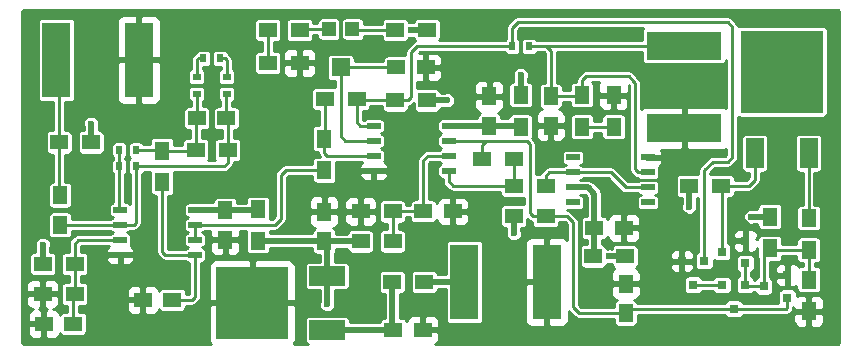
<source format=gbr>
G04 #@! TF.FileFunction,Copper,L1,Top,Signal*
%FSLAX46Y46*%
G04 Gerber Fmt 4.6, Leading zero omitted, Abs format (unit mm)*
G04 Created by KiCad (PCBNEW 4.0.4-stable) date Sunday, October 16, 2016 'AMt' 09:48:37 AM*
%MOMM*%
%LPD*%
G01*
G04 APERTURE LIST*
%ADD10C,0.100000*%
%ADD11R,1.500000X1.250000*%
%ADD12R,1.250000X1.500000*%
%ADD13R,0.600000X0.700000*%
%ADD14R,0.700000X0.600000*%
%ADD15R,1.500000X1.300000*%
%ADD16R,2.400000X6.350000*%
%ADD17R,0.800100X0.800100*%
%ADD18R,1.300000X1.500000*%
%ADD19R,1.600200X1.501140*%
%ADD20R,1.198880X1.198880*%
%ADD21R,6.350000X2.400000*%
%ADD22R,1.501140X2.499360*%
%ADD23R,7.000240X7.000240*%
%ADD24R,1.143000X0.508000*%
%ADD25R,3.048000X1.651000*%
%ADD26R,6.096000X6.096000*%
%ADD27C,0.600000*%
%ADD28C,0.250000*%
%ADD29C,0.500000*%
%ADD30C,0.254000*%
G04 APERTURE END LIST*
D10*
D11*
X120503000Y-103632000D03*
X118003000Y-103632000D03*
D12*
X133350000Y-96500000D03*
X133350000Y-94000000D03*
X155702000Y-84348000D03*
X155702000Y-86848000D03*
D11*
X167112000Y-95504000D03*
X164612000Y-95504000D03*
D12*
X119380000Y-95230000D03*
X119380000Y-92730000D03*
D11*
X128885000Y-101600000D03*
X126385000Y-101600000D03*
D12*
X160909000Y-84348000D03*
X160909000Y-86848000D03*
X167259000Y-102723000D03*
X167259000Y-100223000D03*
D11*
X130957000Y-86233000D03*
X133457000Y-86233000D03*
X150134000Y-94107000D03*
X152634000Y-94107000D03*
X147848000Y-81915000D03*
X150348000Y-81915000D03*
X147594000Y-104140000D03*
X150094000Y-104140000D03*
D12*
X141732000Y-96627000D03*
X141732000Y-94127000D03*
D13*
X124395000Y-88900000D03*
X125795000Y-88900000D03*
X157669000Y-80137000D03*
X159069000Y-80137000D03*
X125795000Y-90297000D03*
X124395000Y-90297000D03*
D14*
X130937000Y-84139000D03*
X130937000Y-82739000D03*
D13*
X131507000Y-81153000D03*
X132907000Y-81153000D03*
D14*
X133477000Y-82739000D03*
X133477000Y-84139000D03*
D15*
X150194000Y-100076000D03*
X147494000Y-100076000D03*
D16*
X119055000Y-81280000D03*
X126055000Y-81280000D03*
X160599000Y-100076000D03*
X153599000Y-100076000D03*
D17*
X180959760Y-101407000D03*
X180959760Y-99507000D03*
X178960780Y-100457000D03*
X177403760Y-98486000D03*
X177403760Y-96586000D03*
X175404780Y-97536000D03*
X177353000Y-100345240D03*
X175453000Y-100345240D03*
X176403000Y-102344220D03*
X173924000Y-98313240D03*
X172024000Y-98313240D03*
X172974000Y-100312220D03*
D15*
X147748000Y-84709000D03*
X150448000Y-84709000D03*
X144479000Y-84582000D03*
X141779000Y-84582000D03*
X117903000Y-98552000D03*
X120603000Y-98552000D03*
D18*
X136144000Y-96600000D03*
X136144000Y-93900000D03*
D15*
X120603000Y-101092000D03*
X117903000Y-101092000D03*
D18*
X158369000Y-84248000D03*
X158369000Y-86948000D03*
D15*
X157781000Y-94488000D03*
X160481000Y-94488000D03*
X167212000Y-97917000D03*
X164512000Y-97917000D03*
X172640000Y-91948000D03*
X175340000Y-91948000D03*
X155114000Y-89662000D03*
X157814000Y-89662000D03*
X122000000Y-88265000D03*
X119300000Y-88265000D03*
D18*
X179451000Y-94535000D03*
X179451000Y-97235000D03*
X128016000Y-91647000D03*
X128016000Y-88947000D03*
X141732000Y-87931000D03*
X141732000Y-90631000D03*
D15*
X157781000Y-91948000D03*
X160481000Y-91948000D03*
D18*
X163576000Y-86948000D03*
X163576000Y-84248000D03*
X182753000Y-94662000D03*
X182753000Y-97362000D03*
X166243000Y-84248000D03*
X166243000Y-86948000D03*
D15*
X130857000Y-88900000D03*
X133557000Y-88900000D03*
X147748000Y-78740000D03*
X150448000Y-78740000D03*
X144827000Y-96647000D03*
X147527000Y-96647000D03*
X136953000Y-78740000D03*
X139653000Y-78740000D03*
X144827000Y-94107000D03*
X147527000Y-94107000D03*
X139653000Y-81534000D03*
X136953000Y-81534000D03*
D18*
X182753000Y-102569000D03*
X182753000Y-99869000D03*
D19*
X143129000Y-81915000D03*
D20*
X144129760Y-78673960D03*
X142128240Y-78673960D03*
D21*
X172212000Y-87066000D03*
X172212000Y-80066000D03*
D22*
X178191160Y-89174320D03*
X182742840Y-89174320D03*
D23*
X180467000Y-82275680D03*
D24*
X130810000Y-93980000D03*
X130810000Y-95250000D03*
X130810000Y-96520000D03*
X130810000Y-97790000D03*
X124460000Y-97790000D03*
X124460000Y-96520000D03*
X124460000Y-95250000D03*
X124460000Y-93980000D03*
X152273000Y-86868000D03*
X152273000Y-88138000D03*
X152273000Y-89408000D03*
X152273000Y-90678000D03*
X145923000Y-90678000D03*
X145923000Y-89408000D03*
X145923000Y-88138000D03*
X145923000Y-86868000D03*
X162814000Y-93345000D03*
X162814000Y-92075000D03*
X162814000Y-90805000D03*
X162814000Y-89535000D03*
X169164000Y-89535000D03*
X169164000Y-90805000D03*
X169164000Y-92075000D03*
X169164000Y-93345000D03*
D25*
X141986000Y-104140000D03*
D26*
X135636000Y-101854000D03*
D25*
X141986000Y-99568000D03*
D27*
X149098000Y-78740000D03*
X157784800Y-95961200D03*
X165862000Y-97917000D03*
X152146000Y-84709000D03*
X158369000Y-82550000D03*
X141986000Y-101981000D03*
X172643800Y-93700600D03*
X117906800Y-96926400D03*
X121996200Y-86690200D03*
X177901600Y-94538800D03*
D28*
X120503000Y-103632000D02*
X120503000Y-101192000D01*
X120503000Y-101192000D02*
X120603000Y-101092000D01*
X120603000Y-101092000D02*
X120603000Y-98552000D01*
X124460000Y-96520000D02*
X120904000Y-96520000D01*
X120603000Y-96821000D02*
X120603000Y-98552000D01*
X120904000Y-96520000D02*
X120603000Y-96821000D01*
X166243000Y-84248000D02*
X167153600Y-84248000D01*
X170281600Y-89535000D02*
X169164000Y-89535000D01*
X170561000Y-89814400D02*
X170281600Y-89535000D01*
X170561000Y-91186000D02*
X170561000Y-89814400D01*
X170307000Y-91440000D02*
X170561000Y-91186000D01*
X167817800Y-91440000D02*
X170307000Y-91440000D01*
X167462200Y-91084400D02*
X167817800Y-91440000D01*
X167462200Y-84556600D02*
X167462200Y-91084400D01*
X167153600Y-84248000D02*
X167462200Y-84556600D01*
D29*
X133350000Y-94000000D02*
X136044000Y-94000000D01*
X136044000Y-94000000D02*
X136144000Y-93900000D01*
X130810000Y-93980000D02*
X133330000Y-93980000D01*
X133330000Y-93980000D02*
X133410000Y-93900000D01*
D28*
X136044000Y-94000000D02*
X136144000Y-93900000D01*
X133330000Y-93980000D02*
X133350000Y-94000000D01*
D29*
X155702000Y-86848000D02*
X158269000Y-86848000D01*
X158269000Y-86848000D02*
X158369000Y-86948000D01*
X152273000Y-86868000D02*
X155682000Y-86868000D01*
X155682000Y-86868000D02*
X155702000Y-86848000D01*
X164612000Y-95504000D02*
X164612000Y-97817000D01*
X164612000Y-97817000D02*
X164512000Y-97917000D01*
X164612000Y-95504000D02*
X164612000Y-92603000D01*
X164084000Y-92075000D02*
X162814000Y-92075000D01*
X164612000Y-92603000D02*
X164084000Y-92075000D01*
D28*
X125795000Y-90297000D02*
X125795000Y-95083400D01*
X125628400Y-95250000D02*
X124460000Y-95250000D01*
X125795000Y-95083400D02*
X125628400Y-95250000D01*
X125795000Y-90297000D02*
X133223000Y-90297000D01*
X133557000Y-89963000D02*
X133557000Y-88900000D01*
X133223000Y-90297000D02*
X133557000Y-89963000D01*
X133457000Y-86233000D02*
X133457000Y-84159000D01*
X133457000Y-84159000D02*
X133477000Y-84139000D01*
X133557000Y-88900000D02*
X133557000Y-86333000D01*
X133557000Y-86333000D02*
X133457000Y-86233000D01*
X119380000Y-95230000D02*
X124440000Y-95230000D01*
X124440000Y-95230000D02*
X124460000Y-95250000D01*
X119300000Y-88265000D02*
X119300000Y-81525000D01*
X119300000Y-81525000D02*
X119055000Y-81280000D01*
X119300000Y-88265000D02*
X119300000Y-92650000D01*
X119300000Y-92650000D02*
X119380000Y-92730000D01*
X119300000Y-82160000D02*
X119055000Y-81915000D01*
X128885000Y-101600000D02*
X130556000Y-101600000D01*
X130810000Y-101346000D02*
X130556000Y-101600000D01*
X130810000Y-101346000D02*
X130810000Y-97790000D01*
X128016000Y-91647000D02*
X128016000Y-97536000D01*
X128270000Y-97790000D02*
X130810000Y-97790000D01*
X128016000Y-97536000D02*
X128270000Y-97790000D01*
X167894000Y-83058000D02*
X167894000Y-83083400D01*
X163576000Y-82981800D02*
X163880800Y-82677000D01*
X163880800Y-82677000D02*
X167513000Y-82677000D01*
X167513000Y-82677000D02*
X167894000Y-83058000D01*
X163576000Y-84248000D02*
X163576000Y-82981800D01*
X168325800Y-90805000D02*
X169164000Y-90805000D01*
X168071800Y-90551000D02*
X168325800Y-90805000D01*
X168071800Y-83261200D02*
X168071800Y-90551000D01*
X167894000Y-83083400D02*
X168071800Y-83261200D01*
X159069000Y-80137000D02*
X172141000Y-80137000D01*
X172141000Y-80137000D02*
X172212000Y-80066000D01*
X160909000Y-84348000D02*
X163476000Y-84348000D01*
X163476000Y-84348000D02*
X163576000Y-84248000D01*
X159069000Y-80137000D02*
X160528000Y-80137000D01*
X160909000Y-80518000D02*
X160909000Y-84348000D01*
X160528000Y-80137000D02*
X160909000Y-80518000D01*
X160481000Y-94488000D02*
X162306000Y-94488000D01*
X163302000Y-102723000D02*
X167259000Y-102723000D01*
X162814000Y-102235000D02*
X163302000Y-102723000D01*
X162814000Y-94996000D02*
X162814000Y-102235000D01*
X162306000Y-94488000D02*
X162814000Y-94996000D01*
X159131000Y-94234000D02*
X159385000Y-94488000D01*
X159131000Y-88392000D02*
X158877000Y-88138000D01*
X155448000Y-88138000D02*
X158877000Y-88138000D01*
X159131000Y-94234000D02*
X159131000Y-88392000D01*
X159385000Y-94488000D02*
X160481000Y-94488000D01*
X176403000Y-102344220D02*
X167637780Y-102344220D01*
X167637780Y-102344220D02*
X167259000Y-102723000D01*
X155114000Y-89662000D02*
X155114000Y-88472000D01*
X155114000Y-88472000D02*
X155448000Y-88138000D01*
X155448000Y-88138000D02*
X152273000Y-88138000D01*
X176403000Y-102344220D02*
X180865780Y-102344220D01*
X180959760Y-102250240D02*
X180959760Y-101407000D01*
X180865780Y-102344220D02*
X180959760Y-102250240D01*
X128016000Y-88947000D02*
X130810000Y-88947000D01*
X130810000Y-88947000D02*
X130857000Y-88900000D01*
X125795000Y-88900000D02*
X127969000Y-88900000D01*
X127969000Y-88900000D02*
X128016000Y-88947000D01*
X130957000Y-86233000D02*
X130957000Y-84159000D01*
X130957000Y-84159000D02*
X130937000Y-84139000D01*
X130857000Y-88900000D02*
X130857000Y-86333000D01*
X130857000Y-86333000D02*
X130957000Y-86233000D01*
X150134000Y-94107000D02*
X147527000Y-94107000D01*
X147527000Y-96647000D02*
X147527000Y-94107000D01*
X150134000Y-94107000D02*
X150134000Y-89769000D01*
X150495000Y-89408000D02*
X152273000Y-89408000D01*
X150134000Y-89769000D02*
X150495000Y-89408000D01*
X147848000Y-81915000D02*
X143129000Y-81915000D01*
X143129000Y-81915000D02*
X143129000Y-87757000D01*
X143510000Y-88138000D02*
X145923000Y-88138000D01*
X143129000Y-87757000D02*
X143510000Y-88138000D01*
D29*
X147594000Y-104140000D02*
X141986000Y-104140000D01*
X147494000Y-100076000D02*
X147494000Y-104040000D01*
X147494000Y-104040000D02*
X147594000Y-104140000D01*
X150448000Y-78740000D02*
X149098000Y-78740000D01*
X144827000Y-96647000D02*
X141752000Y-96647000D01*
X141752000Y-96647000D02*
X141732000Y-96627000D01*
X136144000Y-96600000D02*
X141705000Y-96600000D01*
X141705000Y-96600000D02*
X141732000Y-96627000D01*
X141986000Y-99568000D02*
X141986000Y-96881000D01*
X141986000Y-96881000D02*
X141732000Y-96627000D01*
X157781000Y-94488000D02*
X157781000Y-95957400D01*
X157781000Y-95957400D02*
X157784800Y-95961200D01*
X167212000Y-97917000D02*
X165862000Y-97917000D01*
X150448000Y-84709000D02*
X152146000Y-84709000D01*
X158369000Y-84248000D02*
X158369000Y-82550000D01*
X144807000Y-96627000D02*
X144827000Y-96647000D01*
X141959000Y-96600000D02*
X141986000Y-96627000D01*
X141986000Y-99568000D02*
X141986000Y-101981000D01*
X172640000Y-91948000D02*
X172640000Y-93696800D01*
X172640000Y-93696800D02*
X172643800Y-93700600D01*
X117903000Y-98552000D02*
X117903000Y-96930200D01*
X117903000Y-96930200D02*
X117906800Y-96926400D01*
X122000000Y-88265000D02*
X122000000Y-86694000D01*
X122000000Y-86694000D02*
X121996200Y-86690200D01*
X179451000Y-94535000D02*
X177905400Y-94535000D01*
X177905400Y-94535000D02*
X177901600Y-94538800D01*
D28*
X124395000Y-90297000D02*
X124395000Y-88900000D01*
X124395000Y-90297000D02*
X124395000Y-93915000D01*
X124395000Y-93915000D02*
X124460000Y-93980000D01*
X144479000Y-84582000D02*
X144479000Y-86567000D01*
X144780000Y-86868000D02*
X145923000Y-86868000D01*
X144479000Y-86567000D02*
X144780000Y-86868000D01*
X173924000Y-98313240D02*
X173924000Y-90617000D01*
X157669000Y-78551000D02*
X157669000Y-80137000D01*
X158115000Y-78105000D02*
X157669000Y-78551000D01*
X175895000Y-78105000D02*
X158115000Y-78105000D01*
X176276000Y-78486000D02*
X175895000Y-78105000D01*
X176276000Y-89535000D02*
X176276000Y-78486000D01*
X175895000Y-89916000D02*
X176276000Y-89535000D01*
X174625000Y-89916000D02*
X175895000Y-89916000D01*
X173924000Y-90617000D02*
X174625000Y-89916000D01*
X157669000Y-80137000D02*
X149606000Y-80137000D01*
X148844000Y-84709000D02*
X147748000Y-84709000D01*
X149098000Y-84455000D02*
X148844000Y-84709000D01*
X149098000Y-84074000D02*
X149098000Y-84455000D01*
X149098000Y-83058000D02*
X149098000Y-84074000D01*
X149098000Y-80645000D02*
X149098000Y-83058000D01*
X149606000Y-80137000D02*
X149098000Y-80645000D01*
X147748000Y-84709000D02*
X144606000Y-84709000D01*
X144606000Y-84709000D02*
X144479000Y-84582000D01*
X130937000Y-82739000D02*
X130937000Y-81280000D01*
X131064000Y-81153000D02*
X131507000Y-81153000D01*
X130937000Y-81280000D02*
X131064000Y-81153000D01*
X133477000Y-82739000D02*
X133477000Y-81280000D01*
X133350000Y-81153000D02*
X132907000Y-81153000D01*
X133477000Y-81280000D02*
X133350000Y-81153000D01*
D29*
X153599000Y-100076000D02*
X150194000Y-100076000D01*
D28*
X178960780Y-100457000D02*
X178960780Y-97725220D01*
X178960780Y-97725220D02*
X179451000Y-97235000D01*
X182753000Y-97362000D02*
X179578000Y-97362000D01*
X179578000Y-97362000D02*
X179451000Y-97235000D01*
X182753000Y-99869000D02*
X182753000Y-97362000D01*
X177353000Y-100345240D02*
X177353000Y-98536760D01*
X177353000Y-98536760D02*
X177403760Y-98486000D01*
X178960780Y-100457000D02*
X177464760Y-100457000D01*
X177464760Y-100457000D02*
X177353000Y-100345240D01*
X175340000Y-91948000D02*
X177673000Y-91948000D01*
X178191160Y-91429840D02*
X178191160Y-89174320D01*
X177673000Y-91948000D02*
X178191160Y-91429840D01*
X175404780Y-97536000D02*
X175404780Y-92172780D01*
X175404780Y-92172780D02*
X175180000Y-91948000D01*
X172974000Y-100312220D02*
X175419980Y-100312220D01*
X175419980Y-100312220D02*
X175453000Y-100345240D01*
X172753020Y-100345240D02*
X172720000Y-100312220D01*
X145923000Y-89408000D02*
X141986000Y-89408000D01*
X141732000Y-89154000D02*
X141732000Y-87931000D01*
X141986000Y-89408000D02*
X141732000Y-89154000D01*
X141779000Y-84582000D02*
X141779000Y-87884000D01*
X141779000Y-87884000D02*
X141732000Y-87931000D01*
X157814000Y-89662000D02*
X157814000Y-91915000D01*
X157814000Y-91915000D02*
X157781000Y-91948000D01*
X157781000Y-91948000D02*
X152654000Y-91948000D01*
X152273000Y-91567000D02*
X152273000Y-90678000D01*
X152654000Y-91948000D02*
X152273000Y-91567000D01*
X130810000Y-95250000D02*
X137541000Y-95250000D01*
X138477000Y-90631000D02*
X141732000Y-90631000D01*
X138049000Y-91059000D02*
X138477000Y-90631000D01*
X138049000Y-94742000D02*
X138049000Y-91059000D01*
X137541000Y-95250000D02*
X138049000Y-94742000D01*
X130810000Y-96520000D02*
X130810000Y-95250000D01*
X162814000Y-90805000D02*
X160782000Y-90805000D01*
X160481000Y-91106000D02*
X160481000Y-91948000D01*
X160782000Y-90805000D02*
X160481000Y-91106000D01*
X169164000Y-92075000D02*
X167259000Y-92075000D01*
X165989000Y-90805000D02*
X162814000Y-90805000D01*
X167259000Y-92075000D02*
X165989000Y-90805000D01*
X166243000Y-86948000D02*
X163576000Y-86948000D01*
X182742840Y-89174320D02*
X182742840Y-94651840D01*
X182742840Y-94651840D02*
X182753000Y-94662000D01*
X147748000Y-78740000D02*
X144195800Y-78740000D01*
X144195800Y-78740000D02*
X144129760Y-78673960D01*
X136953000Y-81534000D02*
X136953000Y-78740000D01*
X142128240Y-78673960D02*
X139719040Y-78673960D01*
X139719040Y-78673960D02*
X139653000Y-78740000D01*
D30*
G36*
X185231082Y-77058878D02*
X185286255Y-77095745D01*
X185323121Y-77150918D01*
X185345000Y-77260911D01*
X185345000Y-105111089D01*
X185323121Y-105221082D01*
X185286255Y-105276255D01*
X185231082Y-105313122D01*
X185121090Y-105335000D01*
X151127233Y-105335000D01*
X151203698Y-105303327D01*
X151382327Y-105124699D01*
X151479000Y-104891310D01*
X151479000Y-104425750D01*
X151320250Y-104267000D01*
X150221000Y-104267000D01*
X150221000Y-104287000D01*
X149967000Y-104287000D01*
X149967000Y-104267000D01*
X149947000Y-104267000D01*
X149947000Y-104013000D01*
X149967000Y-104013000D01*
X149967000Y-103038750D01*
X150221000Y-103038750D01*
X150221000Y-104013000D01*
X151320250Y-104013000D01*
X151479000Y-103854250D01*
X151479000Y-103388690D01*
X151382327Y-103155301D01*
X151203698Y-102976673D01*
X150970309Y-102880000D01*
X150379750Y-102880000D01*
X150221000Y-103038750D01*
X149967000Y-103038750D01*
X149808250Y-102880000D01*
X149217691Y-102880000D01*
X148984302Y-102976673D01*
X148805673Y-103155301D01*
X148709000Y-103388690D01*
X148709000Y-103390301D01*
X148705897Y-103373810D01*
X148622454Y-103244135D01*
X148495134Y-103157141D01*
X148344000Y-103126536D01*
X148125000Y-103126536D01*
X148125000Y-101114464D01*
X148244000Y-101114464D01*
X148385190Y-101087897D01*
X148514865Y-101004454D01*
X148601859Y-100877134D01*
X148632464Y-100726000D01*
X148632464Y-99426000D01*
X149055536Y-99426000D01*
X149055536Y-100726000D01*
X149082103Y-100867190D01*
X149165546Y-100996865D01*
X149292866Y-101083859D01*
X149444000Y-101114464D01*
X150944000Y-101114464D01*
X151085190Y-101087897D01*
X151214865Y-101004454D01*
X151301859Y-100877134D01*
X151332464Y-100726000D01*
X151332464Y-100707000D01*
X152010536Y-100707000D01*
X152010536Y-103251000D01*
X152037103Y-103392190D01*
X152120546Y-103521865D01*
X152247866Y-103608859D01*
X152399000Y-103639464D01*
X154799000Y-103639464D01*
X154940190Y-103612897D01*
X155069865Y-103529454D01*
X155156859Y-103402134D01*
X155187464Y-103251000D01*
X155187464Y-100361750D01*
X158764000Y-100361750D01*
X158764000Y-103377310D01*
X158860673Y-103610699D01*
X159039302Y-103789327D01*
X159272691Y-103886000D01*
X160313250Y-103886000D01*
X160472000Y-103727250D01*
X160472000Y-100203000D01*
X158922750Y-100203000D01*
X158764000Y-100361750D01*
X155187464Y-100361750D01*
X155187464Y-96901000D01*
X155163697Y-96774690D01*
X158764000Y-96774690D01*
X158764000Y-99790250D01*
X158922750Y-99949000D01*
X160472000Y-99949000D01*
X160472000Y-96424750D01*
X160313250Y-96266000D01*
X159272691Y-96266000D01*
X159039302Y-96362673D01*
X158860673Y-96541301D01*
X158764000Y-96774690D01*
X155163697Y-96774690D01*
X155160897Y-96759810D01*
X155077454Y-96630135D01*
X154950134Y-96543141D01*
X154799000Y-96512536D01*
X152399000Y-96512536D01*
X152257810Y-96539103D01*
X152128135Y-96622546D01*
X152041141Y-96749866D01*
X152010536Y-96901000D01*
X152010536Y-99445000D01*
X151332464Y-99445000D01*
X151332464Y-99426000D01*
X151305897Y-99284810D01*
X151222454Y-99155135D01*
X151095134Y-99068141D01*
X150944000Y-99037536D01*
X149444000Y-99037536D01*
X149302810Y-99064103D01*
X149173135Y-99147546D01*
X149086141Y-99274866D01*
X149055536Y-99426000D01*
X148632464Y-99426000D01*
X148605897Y-99284810D01*
X148522454Y-99155135D01*
X148395134Y-99068141D01*
X148244000Y-99037536D01*
X146744000Y-99037536D01*
X146602810Y-99064103D01*
X146473135Y-99147546D01*
X146386141Y-99274866D01*
X146355536Y-99426000D01*
X146355536Y-100726000D01*
X146382103Y-100867190D01*
X146465546Y-100996865D01*
X146592866Y-101083859D01*
X146744000Y-101114464D01*
X146863000Y-101114464D01*
X146863000Y-103126536D01*
X146844000Y-103126536D01*
X146702810Y-103153103D01*
X146573135Y-103236546D01*
X146486141Y-103363866D01*
X146456751Y-103509000D01*
X143898464Y-103509000D01*
X143898464Y-103314500D01*
X143871897Y-103173310D01*
X143788454Y-103043635D01*
X143661134Y-102956641D01*
X143510000Y-102926036D01*
X140462000Y-102926036D01*
X140320810Y-102952603D01*
X140191135Y-103036046D01*
X140104141Y-103163366D01*
X140073536Y-103314500D01*
X140073536Y-104965500D01*
X140100103Y-105106690D01*
X140183546Y-105236365D01*
X140310866Y-105323359D01*
X140368352Y-105335000D01*
X139149025Y-105335000D01*
X139222327Y-105261698D01*
X139319000Y-105028309D01*
X139319000Y-102139750D01*
X139160250Y-101981000D01*
X135763000Y-101981000D01*
X135763000Y-102001000D01*
X135509000Y-102001000D01*
X135509000Y-101981000D01*
X132111750Y-101981000D01*
X131953000Y-102139750D01*
X131953000Y-105028309D01*
X132049673Y-105261698D01*
X132122975Y-105335000D01*
X116376911Y-105335000D01*
X116266918Y-105313121D01*
X116211745Y-105276255D01*
X116174878Y-105221082D01*
X116153000Y-105111090D01*
X116153000Y-103917750D01*
X116618000Y-103917750D01*
X116618000Y-104383310D01*
X116714673Y-104616699D01*
X116893302Y-104795327D01*
X117126691Y-104892000D01*
X117717250Y-104892000D01*
X117876000Y-104733250D01*
X117876000Y-103759000D01*
X116776750Y-103759000D01*
X116618000Y-103917750D01*
X116153000Y-103917750D01*
X116153000Y-101377750D01*
X116518000Y-101377750D01*
X116518000Y-101868310D01*
X116614673Y-102101699D01*
X116793302Y-102280327D01*
X117026691Y-102377000D01*
X117114620Y-102377000D01*
X116893302Y-102468673D01*
X116714673Y-102647301D01*
X116618000Y-102880690D01*
X116618000Y-103346250D01*
X116776750Y-103505000D01*
X117876000Y-103505000D01*
X117876000Y-102530750D01*
X117717250Y-102372000D01*
X117622250Y-102372000D01*
X117776000Y-102218250D01*
X117776000Y-101219000D01*
X118030000Y-101219000D01*
X118030000Y-102218250D01*
X118188750Y-102377000D01*
X118283750Y-102377000D01*
X118130000Y-102530750D01*
X118130000Y-103505000D01*
X118150000Y-103505000D01*
X118150000Y-103759000D01*
X118130000Y-103759000D01*
X118130000Y-104733250D01*
X118288750Y-104892000D01*
X118879309Y-104892000D01*
X119112698Y-104795327D01*
X119291327Y-104616699D01*
X119388000Y-104383310D01*
X119388000Y-104381699D01*
X119391103Y-104398190D01*
X119474546Y-104527865D01*
X119601866Y-104614859D01*
X119753000Y-104645464D01*
X121253000Y-104645464D01*
X121394190Y-104618897D01*
X121523865Y-104535454D01*
X121610859Y-104408134D01*
X121641464Y-104257000D01*
X121641464Y-103007000D01*
X121614897Y-102865810D01*
X121531454Y-102736135D01*
X121404134Y-102649141D01*
X121253000Y-102618536D01*
X121009000Y-102618536D01*
X121009000Y-102130464D01*
X121353000Y-102130464D01*
X121494190Y-102103897D01*
X121623865Y-102020454D01*
X121710859Y-101893134D01*
X121712354Y-101885750D01*
X125000000Y-101885750D01*
X125000000Y-102351310D01*
X125096673Y-102584699D01*
X125275302Y-102763327D01*
X125508691Y-102860000D01*
X126099250Y-102860000D01*
X126258000Y-102701250D01*
X126258000Y-101727000D01*
X125158750Y-101727000D01*
X125000000Y-101885750D01*
X121712354Y-101885750D01*
X121741464Y-101742000D01*
X121741464Y-100848690D01*
X125000000Y-100848690D01*
X125000000Y-101314250D01*
X125158750Y-101473000D01*
X126258000Y-101473000D01*
X126258000Y-100498750D01*
X126099250Y-100340000D01*
X125508691Y-100340000D01*
X125275302Y-100436673D01*
X125096673Y-100615301D01*
X125000000Y-100848690D01*
X121741464Y-100848690D01*
X121741464Y-100442000D01*
X121714897Y-100300810D01*
X121631454Y-100171135D01*
X121504134Y-100084141D01*
X121353000Y-100053536D01*
X121109000Y-100053536D01*
X121109000Y-99590464D01*
X121353000Y-99590464D01*
X121494190Y-99563897D01*
X121623865Y-99480454D01*
X121710859Y-99353134D01*
X121741464Y-99202000D01*
X121741464Y-98075750D01*
X123253500Y-98075750D01*
X123253500Y-98170309D01*
X123350173Y-98403698D01*
X123528801Y-98582327D01*
X123762190Y-98679000D01*
X124174250Y-98679000D01*
X124333000Y-98520250D01*
X124333000Y-97917000D01*
X124587000Y-97917000D01*
X124587000Y-98520250D01*
X124745750Y-98679000D01*
X125157810Y-98679000D01*
X125391199Y-98582327D01*
X125569827Y-98403698D01*
X125666500Y-98170309D01*
X125666500Y-98075750D01*
X125507750Y-97917000D01*
X124587000Y-97917000D01*
X124333000Y-97917000D01*
X123412250Y-97917000D01*
X123253500Y-98075750D01*
X121741464Y-98075750D01*
X121741464Y-97902000D01*
X121714897Y-97760810D01*
X121631454Y-97631135D01*
X121504134Y-97544141D01*
X121353000Y-97513536D01*
X121109000Y-97513536D01*
X121109000Y-97030592D01*
X121113592Y-97026000D01*
X123500474Y-97026000D01*
X123350173Y-97176302D01*
X123253500Y-97409691D01*
X123253500Y-97504250D01*
X123412250Y-97663000D01*
X124333000Y-97663000D01*
X124333000Y-97643000D01*
X124587000Y-97643000D01*
X124587000Y-97663000D01*
X125507750Y-97663000D01*
X125666500Y-97504250D01*
X125666500Y-97409691D01*
X125569827Y-97176302D01*
X125391199Y-96997673D01*
X125351134Y-96981078D01*
X125389359Y-96925134D01*
X125419964Y-96774000D01*
X125419964Y-96266000D01*
X125393397Y-96124810D01*
X125309954Y-95995135D01*
X125182634Y-95908141D01*
X125069712Y-95885274D01*
X125172690Y-95865897D01*
X125302365Y-95782454D01*
X125320440Y-95756000D01*
X125628400Y-95756000D01*
X125822038Y-95717483D01*
X125986196Y-95607796D01*
X126152796Y-95441196D01*
X126262483Y-95277038D01*
X126301000Y-95083400D01*
X126301000Y-90967193D01*
X126365865Y-90925454D01*
X126449534Y-90803000D01*
X126996571Y-90803000D01*
X126977536Y-90897000D01*
X126977536Y-92397000D01*
X127004103Y-92538190D01*
X127087546Y-92667865D01*
X127214866Y-92754859D01*
X127366000Y-92785464D01*
X127510000Y-92785464D01*
X127510000Y-97536000D01*
X127548517Y-97729638D01*
X127658204Y-97893796D01*
X127912204Y-98147796D01*
X128076362Y-98257483D01*
X128270000Y-98296000D01*
X129947907Y-98296000D01*
X129960046Y-98314865D01*
X130087366Y-98401859D01*
X130238500Y-98432464D01*
X130304000Y-98432464D01*
X130304000Y-101094000D01*
X130023464Y-101094000D01*
X130023464Y-100975000D01*
X129996897Y-100833810D01*
X129913454Y-100704135D01*
X129786134Y-100617141D01*
X129635000Y-100586536D01*
X128135000Y-100586536D01*
X127993810Y-100613103D01*
X127864135Y-100696546D01*
X127777141Y-100823866D01*
X127770000Y-100859130D01*
X127770000Y-100848690D01*
X127673327Y-100615301D01*
X127494698Y-100436673D01*
X127261309Y-100340000D01*
X126670750Y-100340000D01*
X126512000Y-100498750D01*
X126512000Y-101473000D01*
X126532000Y-101473000D01*
X126532000Y-101727000D01*
X126512000Y-101727000D01*
X126512000Y-102701250D01*
X126670750Y-102860000D01*
X127261309Y-102860000D01*
X127494698Y-102763327D01*
X127673327Y-102584699D01*
X127770000Y-102351310D01*
X127770000Y-102349699D01*
X127773103Y-102366190D01*
X127856546Y-102495865D01*
X127983866Y-102582859D01*
X128135000Y-102613464D01*
X129635000Y-102613464D01*
X129776190Y-102586897D01*
X129905865Y-102503454D01*
X129992859Y-102376134D01*
X130023464Y-102225000D01*
X130023464Y-102106000D01*
X130556000Y-102106000D01*
X130749638Y-102067483D01*
X130913796Y-101957796D01*
X131167796Y-101703796D01*
X131277483Y-101539638D01*
X131316000Y-101346000D01*
X131316000Y-98679691D01*
X131953000Y-98679691D01*
X131953000Y-101568250D01*
X132111750Y-101727000D01*
X135509000Y-101727000D01*
X135509000Y-98329750D01*
X135763000Y-98329750D01*
X135763000Y-101727000D01*
X139160250Y-101727000D01*
X139319000Y-101568250D01*
X139319000Y-98679691D01*
X139222327Y-98446302D01*
X139043699Y-98267673D01*
X138810310Y-98171000D01*
X135921750Y-98171000D01*
X135763000Y-98329750D01*
X135509000Y-98329750D01*
X135350250Y-98171000D01*
X132461690Y-98171000D01*
X132228301Y-98267673D01*
X132049673Y-98446302D01*
X131953000Y-98679691D01*
X131316000Y-98679691D01*
X131316000Y-98432464D01*
X131381500Y-98432464D01*
X131522690Y-98405897D01*
X131652365Y-98322454D01*
X131739359Y-98195134D01*
X131769964Y-98044000D01*
X131769964Y-97536000D01*
X131743397Y-97394810D01*
X131659954Y-97265135D01*
X131532634Y-97178141D01*
X131419712Y-97155274D01*
X131522690Y-97135897D01*
X131652365Y-97052454D01*
X131739359Y-96925134D01*
X131767584Y-96785750D01*
X132090000Y-96785750D01*
X132090000Y-97376309D01*
X132186673Y-97609698D01*
X132365301Y-97788327D01*
X132598690Y-97885000D01*
X133064250Y-97885000D01*
X133223000Y-97726250D01*
X133223000Y-96627000D01*
X133477000Y-96627000D01*
X133477000Y-97726250D01*
X133635750Y-97885000D01*
X134101310Y-97885000D01*
X134334699Y-97788327D01*
X134513327Y-97609698D01*
X134610000Y-97376309D01*
X134610000Y-96785750D01*
X134451250Y-96627000D01*
X133477000Y-96627000D01*
X133223000Y-96627000D01*
X132248750Y-96627000D01*
X132090000Y-96785750D01*
X131767584Y-96785750D01*
X131769964Y-96774000D01*
X131769964Y-96266000D01*
X131743397Y-96124810D01*
X131659954Y-95995135D01*
X131532634Y-95908141D01*
X131419712Y-95885274D01*
X131522690Y-95865897D01*
X131652365Y-95782454D01*
X131670440Y-95756000D01*
X132090000Y-95756000D01*
X132090000Y-96214250D01*
X132248750Y-96373000D01*
X133223000Y-96373000D01*
X133223000Y-96353000D01*
X133477000Y-96353000D01*
X133477000Y-96373000D01*
X134451250Y-96373000D01*
X134610000Y-96214250D01*
X134610000Y-95756000D01*
X135124571Y-95756000D01*
X135105536Y-95850000D01*
X135105536Y-97350000D01*
X135132103Y-97491190D01*
X135215546Y-97620865D01*
X135342866Y-97707859D01*
X135494000Y-97738464D01*
X136794000Y-97738464D01*
X136935190Y-97711897D01*
X137064865Y-97628454D01*
X137151859Y-97501134D01*
X137182464Y-97350000D01*
X137182464Y-97231000D01*
X140718536Y-97231000D01*
X140718536Y-97377000D01*
X140745103Y-97518190D01*
X140828546Y-97647865D01*
X140955866Y-97734859D01*
X141107000Y-97765464D01*
X141355000Y-97765464D01*
X141355000Y-98354036D01*
X140462000Y-98354036D01*
X140320810Y-98380603D01*
X140191135Y-98464046D01*
X140104141Y-98591366D01*
X140073536Y-98742500D01*
X140073536Y-100393500D01*
X140100103Y-100534690D01*
X140183546Y-100664365D01*
X140310866Y-100751359D01*
X140462000Y-100781964D01*
X141355000Y-100781964D01*
X141355000Y-101724818D01*
X141305118Y-101844946D01*
X141304882Y-102115865D01*
X141408339Y-102366252D01*
X141599741Y-102557987D01*
X141849946Y-102661882D01*
X142120865Y-102662118D01*
X142371252Y-102558661D01*
X142562987Y-102367259D01*
X142666882Y-102117054D01*
X142667118Y-101846135D01*
X142617000Y-101724839D01*
X142617000Y-100781964D01*
X143510000Y-100781964D01*
X143651190Y-100755397D01*
X143780865Y-100671954D01*
X143867859Y-100544634D01*
X143898464Y-100393500D01*
X143898464Y-98742500D01*
X143871897Y-98601310D01*
X143788454Y-98471635D01*
X143661134Y-98384641D01*
X143510000Y-98354036D01*
X142617000Y-98354036D01*
X142617000Y-97662445D01*
X142627865Y-97655454D01*
X142714859Y-97528134D01*
X142745464Y-97377000D01*
X142745464Y-97278000D01*
X143688536Y-97278000D01*
X143688536Y-97297000D01*
X143715103Y-97438190D01*
X143798546Y-97567865D01*
X143925866Y-97654859D01*
X144077000Y-97685464D01*
X145577000Y-97685464D01*
X145718190Y-97658897D01*
X145847865Y-97575454D01*
X145934859Y-97448134D01*
X145965464Y-97297000D01*
X145965464Y-95997000D01*
X145938897Y-95855810D01*
X145855454Y-95726135D01*
X145728134Y-95639141D01*
X145577000Y-95608536D01*
X144077000Y-95608536D01*
X143935810Y-95635103D01*
X143806135Y-95718546D01*
X143719141Y-95845866D01*
X143688536Y-95997000D01*
X143688536Y-96016000D01*
X142745464Y-96016000D01*
X142745464Y-95877000D01*
X142718897Y-95735810D01*
X142635454Y-95606135D01*
X142508134Y-95519141D01*
X142472870Y-95512000D01*
X142483310Y-95512000D01*
X142716699Y-95415327D01*
X142895327Y-95236698D01*
X142992000Y-95003309D01*
X142992000Y-94412750D01*
X142972000Y-94392750D01*
X143442000Y-94392750D01*
X143442000Y-94883310D01*
X143538673Y-95116699D01*
X143717302Y-95295327D01*
X143950691Y-95392000D01*
X144541250Y-95392000D01*
X144700000Y-95233250D01*
X144700000Y-94234000D01*
X144954000Y-94234000D01*
X144954000Y-95233250D01*
X145112750Y-95392000D01*
X145703309Y-95392000D01*
X145936698Y-95295327D01*
X146115327Y-95116699D01*
X146212000Y-94883310D01*
X146212000Y-94392750D01*
X146053250Y-94234000D01*
X144954000Y-94234000D01*
X144700000Y-94234000D01*
X143600750Y-94234000D01*
X143442000Y-94392750D01*
X142972000Y-94392750D01*
X142833250Y-94254000D01*
X141859000Y-94254000D01*
X141859000Y-94274000D01*
X141605000Y-94274000D01*
X141605000Y-94254000D01*
X140630750Y-94254000D01*
X140472000Y-94412750D01*
X140472000Y-95003309D01*
X140568673Y-95236698D01*
X140747301Y-95415327D01*
X140980690Y-95512000D01*
X140982301Y-95512000D01*
X140965810Y-95515103D01*
X140836135Y-95598546D01*
X140749141Y-95725866D01*
X140718536Y-95877000D01*
X140718536Y-95969000D01*
X137182464Y-95969000D01*
X137182464Y-95850000D01*
X137164777Y-95756000D01*
X137541000Y-95756000D01*
X137734638Y-95717483D01*
X137898796Y-95607796D01*
X138406796Y-95099796D01*
X138516483Y-94935638D01*
X138555000Y-94742000D01*
X138555000Y-93250691D01*
X140472000Y-93250691D01*
X140472000Y-93841250D01*
X140630750Y-94000000D01*
X141605000Y-94000000D01*
X141605000Y-92900750D01*
X141859000Y-92900750D01*
X141859000Y-94000000D01*
X142833250Y-94000000D01*
X142992000Y-93841250D01*
X142992000Y-93330690D01*
X143442000Y-93330690D01*
X143442000Y-93821250D01*
X143600750Y-93980000D01*
X144700000Y-93980000D01*
X144700000Y-92980750D01*
X144954000Y-92980750D01*
X144954000Y-93980000D01*
X146053250Y-93980000D01*
X146212000Y-93821250D01*
X146212000Y-93330690D01*
X146115327Y-93097301D01*
X145936698Y-92918673D01*
X145703309Y-92822000D01*
X145112750Y-92822000D01*
X144954000Y-92980750D01*
X144700000Y-92980750D01*
X144541250Y-92822000D01*
X143950691Y-92822000D01*
X143717302Y-92918673D01*
X143538673Y-93097301D01*
X143442000Y-93330690D01*
X142992000Y-93330690D01*
X142992000Y-93250691D01*
X142895327Y-93017302D01*
X142716699Y-92838673D01*
X142483310Y-92742000D01*
X142017750Y-92742000D01*
X141859000Y-92900750D01*
X141605000Y-92900750D01*
X141446250Y-92742000D01*
X140980690Y-92742000D01*
X140747301Y-92838673D01*
X140568673Y-93017302D01*
X140472000Y-93250691D01*
X138555000Y-93250691D01*
X138555000Y-91268592D01*
X138686592Y-91137000D01*
X140693536Y-91137000D01*
X140693536Y-91381000D01*
X140720103Y-91522190D01*
X140803546Y-91651865D01*
X140930866Y-91738859D01*
X141082000Y-91769464D01*
X142382000Y-91769464D01*
X142523190Y-91742897D01*
X142652865Y-91659454D01*
X142739859Y-91532134D01*
X142770464Y-91381000D01*
X142770464Y-90963750D01*
X144716500Y-90963750D01*
X144716500Y-91058309D01*
X144813173Y-91291698D01*
X144991801Y-91470327D01*
X145225190Y-91567000D01*
X145637250Y-91567000D01*
X145796000Y-91408250D01*
X145796000Y-90805000D01*
X146050000Y-90805000D01*
X146050000Y-91408250D01*
X146208750Y-91567000D01*
X146620810Y-91567000D01*
X146854199Y-91470327D01*
X147032827Y-91291698D01*
X147129500Y-91058309D01*
X147129500Y-90963750D01*
X146970750Y-90805000D01*
X146050000Y-90805000D01*
X145796000Y-90805000D01*
X144875250Y-90805000D01*
X144716500Y-90963750D01*
X142770464Y-90963750D01*
X142770464Y-89914000D01*
X144963474Y-89914000D01*
X144813173Y-90064302D01*
X144716500Y-90297691D01*
X144716500Y-90392250D01*
X144875250Y-90551000D01*
X145796000Y-90551000D01*
X145796000Y-90531000D01*
X146050000Y-90531000D01*
X146050000Y-90551000D01*
X146970750Y-90551000D01*
X147129500Y-90392250D01*
X147129500Y-90297691D01*
X147032827Y-90064302D01*
X146854199Y-89885673D01*
X146814134Y-89869078D01*
X146852359Y-89813134D01*
X146882964Y-89662000D01*
X146882964Y-89154000D01*
X146856397Y-89012810D01*
X146772954Y-88883135D01*
X146645634Y-88796141D01*
X146532712Y-88773274D01*
X146635690Y-88753897D01*
X146765365Y-88670454D01*
X146852359Y-88543134D01*
X146882964Y-88392000D01*
X146882964Y-87884000D01*
X146856397Y-87742810D01*
X146772954Y-87613135D01*
X146645634Y-87526141D01*
X146532712Y-87503274D01*
X146635690Y-87483897D01*
X146765365Y-87400454D01*
X146852359Y-87273134D01*
X146882964Y-87122000D01*
X146882964Y-86614000D01*
X146856397Y-86472810D01*
X146772954Y-86343135D01*
X146645634Y-86256141D01*
X146494500Y-86225536D01*
X145351500Y-86225536D01*
X145210310Y-86252103D01*
X145080635Y-86335546D01*
X145062560Y-86362000D01*
X144989592Y-86362000D01*
X144985000Y-86357408D01*
X144985000Y-85620464D01*
X145229000Y-85620464D01*
X145370190Y-85593897D01*
X145499865Y-85510454D01*
X145586859Y-85383134D01*
X145617464Y-85232000D01*
X145617464Y-85215000D01*
X146609536Y-85215000D01*
X146609536Y-85359000D01*
X146636103Y-85500190D01*
X146719546Y-85629865D01*
X146846866Y-85716859D01*
X146998000Y-85747464D01*
X148498000Y-85747464D01*
X148639190Y-85720897D01*
X148768865Y-85637454D01*
X148855859Y-85510134D01*
X148886464Y-85359000D01*
X148886464Y-85206553D01*
X149037638Y-85176483D01*
X149201796Y-85066796D01*
X149309536Y-84959056D01*
X149309536Y-85359000D01*
X149336103Y-85500190D01*
X149419546Y-85629865D01*
X149546866Y-85716859D01*
X149698000Y-85747464D01*
X151198000Y-85747464D01*
X151339190Y-85720897D01*
X151468865Y-85637454D01*
X151555859Y-85510134D01*
X151586464Y-85359000D01*
X151586464Y-85340000D01*
X151889818Y-85340000D01*
X152009946Y-85389882D01*
X152280865Y-85390118D01*
X152531252Y-85286661D01*
X152722987Y-85095259D01*
X152826882Y-84845054D01*
X152827118Y-84574135D01*
X152723661Y-84323748D01*
X152532259Y-84132013D01*
X152282054Y-84028118D01*
X152011135Y-84027882D01*
X151889839Y-84078000D01*
X151586464Y-84078000D01*
X151586464Y-84059000D01*
X151559897Y-83917810D01*
X151476454Y-83788135D01*
X151349134Y-83701141D01*
X151198000Y-83670536D01*
X149698000Y-83670536D01*
X149604000Y-83688223D01*
X149604000Y-83471691D01*
X154442000Y-83471691D01*
X154442000Y-84062250D01*
X154600750Y-84221000D01*
X155575000Y-84221000D01*
X155575000Y-83121750D01*
X155829000Y-83121750D01*
X155829000Y-84221000D01*
X156803250Y-84221000D01*
X156962000Y-84062250D01*
X156962000Y-83498000D01*
X157330536Y-83498000D01*
X157330536Y-84998000D01*
X157357103Y-85139190D01*
X157440546Y-85268865D01*
X157567866Y-85355859D01*
X157719000Y-85386464D01*
X159019000Y-85386464D01*
X159160190Y-85359897D01*
X159289865Y-85276454D01*
X159376859Y-85149134D01*
X159407464Y-84998000D01*
X159407464Y-83498000D01*
X159380897Y-83356810D01*
X159297454Y-83227135D01*
X159170134Y-83140141D01*
X159019000Y-83109536D01*
X159000000Y-83109536D01*
X159000000Y-82806182D01*
X159049882Y-82686054D01*
X159050118Y-82415135D01*
X158946661Y-82164748D01*
X158755259Y-81973013D01*
X158505054Y-81869118D01*
X158234135Y-81868882D01*
X157983748Y-81972339D01*
X157792013Y-82163741D01*
X157688118Y-82413946D01*
X157687882Y-82684865D01*
X157738000Y-82806161D01*
X157738000Y-83109536D01*
X157719000Y-83109536D01*
X157577810Y-83136103D01*
X157448135Y-83219546D01*
X157361141Y-83346866D01*
X157330536Y-83498000D01*
X156962000Y-83498000D01*
X156962000Y-83471691D01*
X156865327Y-83238302D01*
X156686699Y-83059673D01*
X156453310Y-82963000D01*
X155987750Y-82963000D01*
X155829000Y-83121750D01*
X155575000Y-83121750D01*
X155416250Y-82963000D01*
X154950690Y-82963000D01*
X154717301Y-83059673D01*
X154538673Y-83238302D01*
X154442000Y-83471691D01*
X149604000Y-83471691D01*
X149604000Y-83175000D01*
X150062250Y-83175000D01*
X150221000Y-83016250D01*
X150221000Y-82042000D01*
X150475000Y-82042000D01*
X150475000Y-83016250D01*
X150633750Y-83175000D01*
X151224309Y-83175000D01*
X151457698Y-83078327D01*
X151636327Y-82899699D01*
X151733000Y-82666310D01*
X151733000Y-82200750D01*
X151574250Y-82042000D01*
X150475000Y-82042000D01*
X150221000Y-82042000D01*
X150201000Y-82042000D01*
X150201000Y-81788000D01*
X150221000Y-81788000D01*
X150221000Y-80813750D01*
X150475000Y-80813750D01*
X150475000Y-81788000D01*
X151574250Y-81788000D01*
X151733000Y-81629250D01*
X151733000Y-81163690D01*
X151636327Y-80930301D01*
X151457698Y-80751673D01*
X151224309Y-80655000D01*
X150633750Y-80655000D01*
X150475000Y-80813750D01*
X150221000Y-80813750D01*
X150062250Y-80655000D01*
X149803592Y-80655000D01*
X149815592Y-80643000D01*
X157016633Y-80643000D01*
X157090546Y-80757865D01*
X157217866Y-80844859D01*
X157369000Y-80875464D01*
X157969000Y-80875464D01*
X158110190Y-80848897D01*
X158239865Y-80765454D01*
X158326859Y-80638134D01*
X158357464Y-80487000D01*
X158357464Y-79787000D01*
X158330897Y-79645810D01*
X158247454Y-79516135D01*
X158175000Y-79466629D01*
X158175000Y-78760592D01*
X158324592Y-78611000D01*
X168750110Y-78611000D01*
X168679141Y-78714866D01*
X168648536Y-78866000D01*
X168648536Y-79631000D01*
X159721367Y-79631000D01*
X159647454Y-79516135D01*
X159520134Y-79429141D01*
X159369000Y-79398536D01*
X158769000Y-79398536D01*
X158627810Y-79425103D01*
X158498135Y-79508546D01*
X158411141Y-79635866D01*
X158380536Y-79787000D01*
X158380536Y-80487000D01*
X158407103Y-80628190D01*
X158490546Y-80757865D01*
X158617866Y-80844859D01*
X158769000Y-80875464D01*
X159369000Y-80875464D01*
X159510190Y-80848897D01*
X159639865Y-80765454D01*
X159723534Y-80643000D01*
X160318408Y-80643000D01*
X160403000Y-80727592D01*
X160403000Y-83209536D01*
X160284000Y-83209536D01*
X160142810Y-83236103D01*
X160013135Y-83319546D01*
X159926141Y-83446866D01*
X159895536Y-83598000D01*
X159895536Y-85098000D01*
X159922103Y-85239190D01*
X160005546Y-85368865D01*
X160132866Y-85455859D01*
X160168130Y-85463000D01*
X160157690Y-85463000D01*
X159924301Y-85559673D01*
X159745673Y-85738302D01*
X159649000Y-85971691D01*
X159649000Y-86562250D01*
X159807750Y-86721000D01*
X160782000Y-86721000D01*
X160782000Y-86701000D01*
X161036000Y-86701000D01*
X161036000Y-86721000D01*
X162010250Y-86721000D01*
X162169000Y-86562250D01*
X162169000Y-86198000D01*
X162537536Y-86198000D01*
X162537536Y-87698000D01*
X162564103Y-87839190D01*
X162647546Y-87968865D01*
X162774866Y-88055859D01*
X162926000Y-88086464D01*
X164226000Y-88086464D01*
X164367190Y-88059897D01*
X164496865Y-87976454D01*
X164583859Y-87849134D01*
X164614464Y-87698000D01*
X164614464Y-87454000D01*
X165204536Y-87454000D01*
X165204536Y-87698000D01*
X165231103Y-87839190D01*
X165314546Y-87968865D01*
X165441866Y-88055859D01*
X165593000Y-88086464D01*
X166893000Y-88086464D01*
X167034190Y-88059897D01*
X167163865Y-87976454D01*
X167250859Y-87849134D01*
X167281464Y-87698000D01*
X167281464Y-86198000D01*
X167254897Y-86056810D01*
X167171454Y-85927135D01*
X167044134Y-85840141D01*
X166893000Y-85809536D01*
X165593000Y-85809536D01*
X165451810Y-85836103D01*
X165322135Y-85919546D01*
X165235141Y-86046866D01*
X165204536Y-86198000D01*
X165204536Y-86442000D01*
X164614464Y-86442000D01*
X164614464Y-86198000D01*
X164587897Y-86056810D01*
X164504454Y-85927135D01*
X164377134Y-85840141D01*
X164226000Y-85809536D01*
X162926000Y-85809536D01*
X162784810Y-85836103D01*
X162655135Y-85919546D01*
X162568141Y-86046866D01*
X162537536Y-86198000D01*
X162169000Y-86198000D01*
X162169000Y-85971691D01*
X162072327Y-85738302D01*
X161893699Y-85559673D01*
X161660310Y-85463000D01*
X161658699Y-85463000D01*
X161675190Y-85459897D01*
X161804865Y-85376454D01*
X161891859Y-85249134D01*
X161922464Y-85098000D01*
X161922464Y-84854000D01*
X162537536Y-84854000D01*
X162537536Y-84998000D01*
X162564103Y-85139190D01*
X162647546Y-85268865D01*
X162774866Y-85355859D01*
X162926000Y-85386464D01*
X164226000Y-85386464D01*
X164367190Y-85359897D01*
X164496865Y-85276454D01*
X164583859Y-85149134D01*
X164614464Y-84998000D01*
X164614464Y-84533750D01*
X164958000Y-84533750D01*
X164958000Y-85124309D01*
X165054673Y-85357698D01*
X165233301Y-85536327D01*
X165466690Y-85633000D01*
X165957250Y-85633000D01*
X166116000Y-85474250D01*
X166116000Y-84375000D01*
X166370000Y-84375000D01*
X166370000Y-85474250D01*
X166528750Y-85633000D01*
X167019310Y-85633000D01*
X167252699Y-85536327D01*
X167431327Y-85357698D01*
X167528000Y-85124309D01*
X167528000Y-84533750D01*
X167369250Y-84375000D01*
X166370000Y-84375000D01*
X166116000Y-84375000D01*
X165116750Y-84375000D01*
X164958000Y-84533750D01*
X164614464Y-84533750D01*
X164614464Y-83498000D01*
X164587897Y-83356810D01*
X164504454Y-83227135D01*
X164439860Y-83183000D01*
X165036158Y-83183000D01*
X164958000Y-83371691D01*
X164958000Y-83962250D01*
X165116750Y-84121000D01*
X166116000Y-84121000D01*
X166116000Y-84101000D01*
X166370000Y-84101000D01*
X166370000Y-84121000D01*
X167369250Y-84121000D01*
X167528000Y-83962250D01*
X167528000Y-83428918D01*
X167536204Y-83441196D01*
X167565800Y-83470792D01*
X167565800Y-90551000D01*
X167604317Y-90744638D01*
X167714004Y-90908796D01*
X167968004Y-91162796D01*
X168132162Y-91272483D01*
X168298400Y-91305550D01*
X168314046Y-91329865D01*
X168441366Y-91416859D01*
X168554288Y-91439726D01*
X168451310Y-91459103D01*
X168321635Y-91542546D01*
X168303560Y-91569000D01*
X167468592Y-91569000D01*
X166346796Y-90447204D01*
X166182638Y-90337517D01*
X165989000Y-90299000D01*
X163676093Y-90299000D01*
X163663954Y-90280135D01*
X163536634Y-90193141D01*
X163423712Y-90170274D01*
X163526690Y-90150897D01*
X163656365Y-90067454D01*
X163743359Y-89940134D01*
X163773964Y-89789000D01*
X163773964Y-89281000D01*
X163747397Y-89139810D01*
X163663954Y-89010135D01*
X163536634Y-88923141D01*
X163385500Y-88892536D01*
X162242500Y-88892536D01*
X162101310Y-88919103D01*
X161971635Y-89002546D01*
X161884641Y-89129866D01*
X161854036Y-89281000D01*
X161854036Y-89789000D01*
X161880603Y-89930190D01*
X161964046Y-90059865D01*
X162091366Y-90146859D01*
X162204288Y-90169726D01*
X162101310Y-90189103D01*
X161971635Y-90272546D01*
X161953560Y-90299000D01*
X160782000Y-90299000D01*
X160588362Y-90337517D01*
X160424204Y-90447204D01*
X160123204Y-90748204D01*
X160015405Y-90909536D01*
X159731000Y-90909536D01*
X159637000Y-90927223D01*
X159637000Y-88392000D01*
X159598483Y-88198362D01*
X159488796Y-88034204D01*
X159347173Y-87892581D01*
X159376859Y-87849134D01*
X159407464Y-87698000D01*
X159407464Y-87133750D01*
X159649000Y-87133750D01*
X159649000Y-87724309D01*
X159745673Y-87957698D01*
X159924301Y-88136327D01*
X160157690Y-88233000D01*
X160623250Y-88233000D01*
X160782000Y-88074250D01*
X160782000Y-86975000D01*
X161036000Y-86975000D01*
X161036000Y-88074250D01*
X161194750Y-88233000D01*
X161660310Y-88233000D01*
X161893699Y-88136327D01*
X162072327Y-87957698D01*
X162169000Y-87724309D01*
X162169000Y-87133750D01*
X162010250Y-86975000D01*
X161036000Y-86975000D01*
X160782000Y-86975000D01*
X159807750Y-86975000D01*
X159649000Y-87133750D01*
X159407464Y-87133750D01*
X159407464Y-86198000D01*
X159380897Y-86056810D01*
X159297454Y-85927135D01*
X159170134Y-85840141D01*
X159019000Y-85809536D01*
X157719000Y-85809536D01*
X157577810Y-85836103D01*
X157448135Y-85919546D01*
X157361141Y-86046866D01*
X157330536Y-86198000D01*
X157330536Y-86217000D01*
X156715464Y-86217000D01*
X156715464Y-86098000D01*
X156688897Y-85956810D01*
X156605454Y-85827135D01*
X156478134Y-85740141D01*
X156442870Y-85733000D01*
X156453310Y-85733000D01*
X156686699Y-85636327D01*
X156865327Y-85457698D01*
X156962000Y-85224309D01*
X156962000Y-84633750D01*
X156803250Y-84475000D01*
X155829000Y-84475000D01*
X155829000Y-84495000D01*
X155575000Y-84495000D01*
X155575000Y-84475000D01*
X154600750Y-84475000D01*
X154442000Y-84633750D01*
X154442000Y-85224309D01*
X154538673Y-85457698D01*
X154717301Y-85636327D01*
X154950690Y-85733000D01*
X154952301Y-85733000D01*
X154935810Y-85736103D01*
X154806135Y-85819546D01*
X154719141Y-85946866D01*
X154688536Y-86098000D01*
X154688536Y-86237000D01*
X152901112Y-86237000D01*
X152844500Y-86225536D01*
X151701500Y-86225536D01*
X151560310Y-86252103D01*
X151430635Y-86335546D01*
X151343641Y-86462866D01*
X151313036Y-86614000D01*
X151313036Y-87122000D01*
X151339603Y-87263190D01*
X151423046Y-87392865D01*
X151550366Y-87479859D01*
X151663288Y-87502726D01*
X151560310Y-87522103D01*
X151430635Y-87605546D01*
X151343641Y-87732866D01*
X151313036Y-87884000D01*
X151313036Y-88392000D01*
X151339603Y-88533190D01*
X151423046Y-88662865D01*
X151550366Y-88749859D01*
X151663288Y-88772726D01*
X151560310Y-88792103D01*
X151430635Y-88875546D01*
X151412560Y-88902000D01*
X150495000Y-88902000D01*
X150301362Y-88940517D01*
X150137204Y-89050204D01*
X149776204Y-89411204D01*
X149666517Y-89575362D01*
X149628000Y-89769000D01*
X149628000Y-93093536D01*
X149384000Y-93093536D01*
X149242810Y-93120103D01*
X149113135Y-93203546D01*
X149026141Y-93330866D01*
X148995536Y-93482000D01*
X148995536Y-93601000D01*
X148665464Y-93601000D01*
X148665464Y-93457000D01*
X148638897Y-93315810D01*
X148555454Y-93186135D01*
X148428134Y-93099141D01*
X148277000Y-93068536D01*
X146777000Y-93068536D01*
X146635810Y-93095103D01*
X146506135Y-93178546D01*
X146419141Y-93305866D01*
X146388536Y-93457000D01*
X146388536Y-94757000D01*
X146415103Y-94898190D01*
X146498546Y-95027865D01*
X146625866Y-95114859D01*
X146777000Y-95145464D01*
X147021000Y-95145464D01*
X147021000Y-95608536D01*
X146777000Y-95608536D01*
X146635810Y-95635103D01*
X146506135Y-95718546D01*
X146419141Y-95845866D01*
X146388536Y-95997000D01*
X146388536Y-97297000D01*
X146415103Y-97438190D01*
X146498546Y-97567865D01*
X146625866Y-97654859D01*
X146777000Y-97685464D01*
X148277000Y-97685464D01*
X148418190Y-97658897D01*
X148547865Y-97575454D01*
X148634859Y-97448134D01*
X148665464Y-97297000D01*
X148665464Y-95997000D01*
X148638897Y-95855810D01*
X148555454Y-95726135D01*
X148428134Y-95639141D01*
X148277000Y-95608536D01*
X148033000Y-95608536D01*
X148033000Y-95145464D01*
X148277000Y-95145464D01*
X148418190Y-95118897D01*
X148547865Y-95035454D01*
X148634859Y-94908134D01*
X148665464Y-94757000D01*
X148665464Y-94613000D01*
X148995536Y-94613000D01*
X148995536Y-94732000D01*
X149022103Y-94873190D01*
X149105546Y-95002865D01*
X149232866Y-95089859D01*
X149384000Y-95120464D01*
X150884000Y-95120464D01*
X151025190Y-95093897D01*
X151154865Y-95010454D01*
X151241859Y-94883134D01*
X151249000Y-94847870D01*
X151249000Y-94858310D01*
X151345673Y-95091699D01*
X151524302Y-95270327D01*
X151757691Y-95367000D01*
X152348250Y-95367000D01*
X152507000Y-95208250D01*
X152507000Y-94234000D01*
X152761000Y-94234000D01*
X152761000Y-95208250D01*
X152919750Y-95367000D01*
X153510309Y-95367000D01*
X153743698Y-95270327D01*
X153922327Y-95091699D01*
X154019000Y-94858310D01*
X154019000Y-94392750D01*
X153860250Y-94234000D01*
X152761000Y-94234000D01*
X152507000Y-94234000D01*
X152487000Y-94234000D01*
X152487000Y-93980000D01*
X152507000Y-93980000D01*
X152507000Y-93005750D01*
X152761000Y-93005750D01*
X152761000Y-93980000D01*
X153860250Y-93980000D01*
X154019000Y-93821250D01*
X154019000Y-93355690D01*
X153922327Y-93122301D01*
X153743698Y-92943673D01*
X153510309Y-92847000D01*
X152919750Y-92847000D01*
X152761000Y-93005750D01*
X152507000Y-93005750D01*
X152348250Y-92847000D01*
X151757691Y-92847000D01*
X151524302Y-92943673D01*
X151345673Y-93122301D01*
X151249000Y-93355690D01*
X151249000Y-93357301D01*
X151245897Y-93340810D01*
X151162454Y-93211135D01*
X151035134Y-93124141D01*
X150884000Y-93093536D01*
X150640000Y-93093536D01*
X150640000Y-89978592D01*
X150704592Y-89914000D01*
X151410907Y-89914000D01*
X151423046Y-89932865D01*
X151550366Y-90019859D01*
X151663288Y-90042726D01*
X151560310Y-90062103D01*
X151430635Y-90145546D01*
X151343641Y-90272866D01*
X151313036Y-90424000D01*
X151313036Y-90932000D01*
X151339603Y-91073190D01*
X151423046Y-91202865D01*
X151550366Y-91289859D01*
X151701500Y-91320464D01*
X151767000Y-91320464D01*
X151767000Y-91567000D01*
X151805517Y-91760638D01*
X151915204Y-91924796D01*
X152296204Y-92305796D01*
X152460362Y-92415483D01*
X152654000Y-92454000D01*
X156642536Y-92454000D01*
X156642536Y-92598000D01*
X156669103Y-92739190D01*
X156752546Y-92868865D01*
X156879866Y-92955859D01*
X157031000Y-92986464D01*
X158531000Y-92986464D01*
X158625000Y-92968777D01*
X158625000Y-93468571D01*
X158531000Y-93449536D01*
X157031000Y-93449536D01*
X156889810Y-93476103D01*
X156760135Y-93559546D01*
X156673141Y-93686866D01*
X156642536Y-93838000D01*
X156642536Y-95138000D01*
X156669103Y-95279190D01*
X156752546Y-95408865D01*
X156879866Y-95495859D01*
X157031000Y-95526464D01*
X157150000Y-95526464D01*
X157150000Y-95714169D01*
X157103918Y-95825146D01*
X157103682Y-96096065D01*
X157207139Y-96346452D01*
X157398541Y-96538187D01*
X157648746Y-96642082D01*
X157919665Y-96642318D01*
X158170052Y-96538861D01*
X158361787Y-96347459D01*
X158465682Y-96097254D01*
X158465918Y-95826335D01*
X158412000Y-95695842D01*
X158412000Y-95526464D01*
X158531000Y-95526464D01*
X158672190Y-95499897D01*
X158801865Y-95416454D01*
X158888859Y-95289134D01*
X158919464Y-95138000D01*
X158919464Y-94738056D01*
X159027204Y-94845796D01*
X159191362Y-94955483D01*
X159342536Y-94985553D01*
X159342536Y-95138000D01*
X159369103Y-95279190D01*
X159452546Y-95408865D01*
X159579866Y-95495859D01*
X159731000Y-95526464D01*
X161231000Y-95526464D01*
X161372190Y-95499897D01*
X161501865Y-95416454D01*
X161588859Y-95289134D01*
X161619464Y-95138000D01*
X161619464Y-94994000D01*
X162096408Y-94994000D01*
X162308000Y-95205592D01*
X162308000Y-96511974D01*
X162158698Y-96362673D01*
X161925309Y-96266000D01*
X160884750Y-96266000D01*
X160726000Y-96424750D01*
X160726000Y-99949000D01*
X160746000Y-99949000D01*
X160746000Y-100203000D01*
X160726000Y-100203000D01*
X160726000Y-103727250D01*
X160884750Y-103886000D01*
X161925309Y-103886000D01*
X162158698Y-103789327D01*
X162337327Y-103610699D01*
X162434000Y-103377310D01*
X162434000Y-102559565D01*
X162456204Y-102592796D01*
X162944204Y-103080796D01*
X163108362Y-103190483D01*
X163302000Y-103229000D01*
X166245536Y-103229000D01*
X166245536Y-103473000D01*
X166272103Y-103614190D01*
X166355546Y-103743865D01*
X166482866Y-103830859D01*
X166634000Y-103861464D01*
X167884000Y-103861464D01*
X168025190Y-103834897D01*
X168154865Y-103751454D01*
X168241859Y-103624134D01*
X168272464Y-103473000D01*
X168272464Y-102850220D01*
X175634422Y-102850220D01*
X175641053Y-102885460D01*
X175724496Y-103015135D01*
X175851816Y-103102129D01*
X176002950Y-103132734D01*
X176803050Y-103132734D01*
X176944240Y-103106167D01*
X177073915Y-103022724D01*
X177160909Y-102895404D01*
X177169141Y-102854750D01*
X181468000Y-102854750D01*
X181468000Y-103445309D01*
X181564673Y-103678698D01*
X181743301Y-103857327D01*
X181976690Y-103954000D01*
X182467250Y-103954000D01*
X182626000Y-103795250D01*
X182626000Y-102696000D01*
X182880000Y-102696000D01*
X182880000Y-103795250D01*
X183038750Y-103954000D01*
X183529310Y-103954000D01*
X183762699Y-103857327D01*
X183941327Y-103678698D01*
X184038000Y-103445309D01*
X184038000Y-102854750D01*
X183879250Y-102696000D01*
X182880000Y-102696000D01*
X182626000Y-102696000D01*
X181626750Y-102696000D01*
X181468000Y-102854750D01*
X177169141Y-102854750D01*
X177170059Y-102850220D01*
X180865780Y-102850220D01*
X181059418Y-102811703D01*
X181223576Y-102702016D01*
X181317556Y-102608036D01*
X181427243Y-102443878D01*
X181465760Y-102250240D01*
X181465760Y-102175578D01*
X181468000Y-102175156D01*
X181468000Y-102283250D01*
X181626750Y-102442000D01*
X182626000Y-102442000D01*
X182626000Y-101342750D01*
X182880000Y-101342750D01*
X182880000Y-102442000D01*
X183879250Y-102442000D01*
X184038000Y-102283250D01*
X184038000Y-101692691D01*
X183941327Y-101459302D01*
X183762699Y-101280673D01*
X183529310Y-101184000D01*
X183038750Y-101184000D01*
X182880000Y-101342750D01*
X182626000Y-101342750D01*
X182467250Y-101184000D01*
X181976690Y-101184000D01*
X181748274Y-101278613D01*
X181748274Y-101006950D01*
X181721707Y-100865760D01*
X181638264Y-100736085D01*
X181510944Y-100649091D01*
X181359810Y-100618486D01*
X180559710Y-100618486D01*
X180418520Y-100645053D01*
X180288845Y-100728496D01*
X180201851Y-100855816D01*
X180171246Y-101006950D01*
X180171246Y-101807050D01*
X180177111Y-101838220D01*
X177171578Y-101838220D01*
X177164947Y-101802980D01*
X177081504Y-101673305D01*
X176954184Y-101586311D01*
X176803050Y-101555706D01*
X176002950Y-101555706D01*
X175861760Y-101582273D01*
X175732085Y-101665716D01*
X175645091Y-101793036D01*
X175635941Y-101838220D01*
X168247103Y-101838220D01*
X168245897Y-101831810D01*
X168162454Y-101702135D01*
X168035134Y-101615141D01*
X167999870Y-101608000D01*
X168010310Y-101608000D01*
X168243699Y-101511327D01*
X168422327Y-101332698D01*
X168519000Y-101099309D01*
X168519000Y-100508750D01*
X168360250Y-100350000D01*
X167386000Y-100350000D01*
X167386000Y-100370000D01*
X167132000Y-100370000D01*
X167132000Y-100350000D01*
X166157750Y-100350000D01*
X165999000Y-100508750D01*
X165999000Y-101099309D01*
X166095673Y-101332698D01*
X166274301Y-101511327D01*
X166507690Y-101608000D01*
X166509301Y-101608000D01*
X166492810Y-101611103D01*
X166363135Y-101694546D01*
X166276141Y-101821866D01*
X166245536Y-101973000D01*
X166245536Y-102217000D01*
X163511592Y-102217000D01*
X163320000Y-102025408D01*
X163320000Y-94996000D01*
X163281483Y-94802362D01*
X163171796Y-94638204D01*
X162663796Y-94130204D01*
X162499638Y-94020517D01*
X162333469Y-93987464D01*
X163385500Y-93987464D01*
X163526690Y-93960897D01*
X163656365Y-93877454D01*
X163743359Y-93750134D01*
X163773964Y-93599000D01*
X163773964Y-93091000D01*
X163747397Y-92949810D01*
X163663954Y-92820135D01*
X163536634Y-92733141D01*
X163423712Y-92710274D01*
X163446425Y-92706000D01*
X163822632Y-92706000D01*
X163981000Y-92864369D01*
X163981000Y-94490536D01*
X163862000Y-94490536D01*
X163720810Y-94517103D01*
X163591135Y-94600546D01*
X163504141Y-94727866D01*
X163473536Y-94879000D01*
X163473536Y-96129000D01*
X163500103Y-96270190D01*
X163583546Y-96399865D01*
X163710866Y-96486859D01*
X163862000Y-96517464D01*
X163981000Y-96517464D01*
X163981000Y-96878536D01*
X163762000Y-96878536D01*
X163620810Y-96905103D01*
X163491135Y-96988546D01*
X163404141Y-97115866D01*
X163373536Y-97267000D01*
X163373536Y-98567000D01*
X163400103Y-98708190D01*
X163483546Y-98837865D01*
X163610866Y-98924859D01*
X163762000Y-98955464D01*
X165262000Y-98955464D01*
X165403190Y-98928897D01*
X165532865Y-98845454D01*
X165619859Y-98718134D01*
X165650464Y-98567000D01*
X165650464Y-98566539D01*
X165725946Y-98597882D01*
X165996865Y-98598118D01*
X166073536Y-98566438D01*
X166073536Y-98567000D01*
X166100103Y-98708190D01*
X166183546Y-98837865D01*
X166306008Y-98921540D01*
X166274301Y-98934673D01*
X166095673Y-99113302D01*
X165999000Y-99346691D01*
X165999000Y-99937250D01*
X166157750Y-100096000D01*
X167132000Y-100096000D01*
X167132000Y-100076000D01*
X167386000Y-100076000D01*
X167386000Y-100096000D01*
X168360250Y-100096000D01*
X168519000Y-99937250D01*
X168519000Y-99912170D01*
X172185486Y-99912170D01*
X172185486Y-100712270D01*
X172212053Y-100853460D01*
X172295496Y-100983135D01*
X172422816Y-101070129D01*
X172573950Y-101100734D01*
X173374050Y-101100734D01*
X173515240Y-101074167D01*
X173644915Y-100990724D01*
X173731909Y-100863404D01*
X173741059Y-100818220D01*
X174678209Y-100818220D01*
X174691053Y-100886480D01*
X174774496Y-101016155D01*
X174901816Y-101103149D01*
X175052950Y-101133754D01*
X175853050Y-101133754D01*
X175994240Y-101107187D01*
X176123915Y-101023744D01*
X176210909Y-100896424D01*
X176241514Y-100745290D01*
X176241514Y-99945190D01*
X176564486Y-99945190D01*
X176564486Y-100745290D01*
X176591053Y-100886480D01*
X176674496Y-101016155D01*
X176801816Y-101103149D01*
X176952950Y-101133754D01*
X177753050Y-101133754D01*
X177894240Y-101107187D01*
X178023915Y-101023744D01*
X178065420Y-100963000D01*
X178192202Y-100963000D01*
X178198833Y-100998240D01*
X178282276Y-101127915D01*
X178409596Y-101214909D01*
X178560730Y-101245514D01*
X179360830Y-101245514D01*
X179502020Y-101218947D01*
X179631695Y-101135504D01*
X179718689Y-101008184D01*
X179749294Y-100857050D01*
X179749294Y-100056950D01*
X179722727Y-99915760D01*
X179643573Y-99792750D01*
X179924710Y-99792750D01*
X179924710Y-100033359D01*
X180021383Y-100266748D01*
X180200011Y-100445377D01*
X180433400Y-100542050D01*
X180674010Y-100542050D01*
X180832760Y-100383300D01*
X180832760Y-99634000D01*
X180083460Y-99634000D01*
X179924710Y-99792750D01*
X179643573Y-99792750D01*
X179639284Y-99786085D01*
X179511964Y-99699091D01*
X179466780Y-99689941D01*
X179466780Y-98980641D01*
X179924710Y-98980641D01*
X179924710Y-99221250D01*
X180083460Y-99380000D01*
X180832760Y-99380000D01*
X180832760Y-98630700D01*
X180674010Y-98471950D01*
X180433400Y-98471950D01*
X180200011Y-98568623D01*
X180021383Y-98747252D01*
X179924710Y-98980641D01*
X179466780Y-98980641D01*
X179466780Y-98373464D01*
X180101000Y-98373464D01*
X180242190Y-98346897D01*
X180371865Y-98263454D01*
X180458859Y-98136134D01*
X180489464Y-97985000D01*
X180489464Y-97868000D01*
X181714536Y-97868000D01*
X181714536Y-98112000D01*
X181741103Y-98253190D01*
X181824546Y-98382865D01*
X181951866Y-98469859D01*
X182103000Y-98500464D01*
X182247000Y-98500464D01*
X182247000Y-98730536D01*
X182103000Y-98730536D01*
X181961810Y-98757103D01*
X181914758Y-98787380D01*
X181898137Y-98747252D01*
X181719509Y-98568623D01*
X181486120Y-98471950D01*
X181245510Y-98471950D01*
X181086760Y-98630700D01*
X181086760Y-99380000D01*
X181106760Y-99380000D01*
X181106760Y-99634000D01*
X181086760Y-99634000D01*
X181086760Y-100383300D01*
X181245510Y-100542050D01*
X181486120Y-100542050D01*
X181714536Y-100447437D01*
X181714536Y-100619000D01*
X181741103Y-100760190D01*
X181824546Y-100889865D01*
X181951866Y-100976859D01*
X182103000Y-101007464D01*
X183403000Y-101007464D01*
X183544190Y-100980897D01*
X183673865Y-100897454D01*
X183760859Y-100770134D01*
X183791464Y-100619000D01*
X183791464Y-99119000D01*
X183764897Y-98977810D01*
X183681454Y-98848135D01*
X183554134Y-98761141D01*
X183403000Y-98730536D01*
X183259000Y-98730536D01*
X183259000Y-98500464D01*
X183403000Y-98500464D01*
X183544190Y-98473897D01*
X183673865Y-98390454D01*
X183760859Y-98263134D01*
X183791464Y-98112000D01*
X183791464Y-96612000D01*
X183764897Y-96470810D01*
X183681454Y-96341135D01*
X183554134Y-96254141D01*
X183403000Y-96223536D01*
X182103000Y-96223536D01*
X181961810Y-96250103D01*
X181832135Y-96333546D01*
X181745141Y-96460866D01*
X181714536Y-96612000D01*
X181714536Y-96856000D01*
X180489464Y-96856000D01*
X180489464Y-96485000D01*
X180462897Y-96343810D01*
X180379454Y-96214135D01*
X180252134Y-96127141D01*
X180101000Y-96096536D01*
X178801000Y-96096536D01*
X178659810Y-96123103D01*
X178530135Y-96206546D01*
X178443141Y-96333866D01*
X178417801Y-96458998D01*
X178280062Y-96458998D01*
X178438810Y-96300250D01*
X178438810Y-96059641D01*
X178342137Y-95826252D01*
X178163509Y-95647623D01*
X177930120Y-95550950D01*
X177689510Y-95550950D01*
X177530760Y-95709700D01*
X177530760Y-96459000D01*
X177550760Y-96459000D01*
X177550760Y-96713000D01*
X177530760Y-96713000D01*
X177530760Y-97462300D01*
X177689510Y-97621050D01*
X177930120Y-97621050D01*
X178163509Y-97524377D01*
X178342137Y-97345748D01*
X178412536Y-97175790D01*
X178412536Y-97985000D01*
X178439103Y-98126190D01*
X178454780Y-98150553D01*
X178454780Y-99688422D01*
X178419540Y-99695053D01*
X178289865Y-99778496D01*
X178202871Y-99905816D01*
X178193721Y-99951000D01*
X178141514Y-99951000D01*
X178141514Y-99945190D01*
X178114947Y-99804000D01*
X178031504Y-99674325D01*
X177904184Y-99587331D01*
X177859000Y-99578181D01*
X177859000Y-99264129D01*
X177945000Y-99247947D01*
X178074675Y-99164504D01*
X178161669Y-99037184D01*
X178192274Y-98886050D01*
X178192274Y-98085950D01*
X178165707Y-97944760D01*
X178082264Y-97815085D01*
X177954944Y-97728091D01*
X177803810Y-97697486D01*
X177003710Y-97697486D01*
X176862520Y-97724053D01*
X176732845Y-97807496D01*
X176645851Y-97934816D01*
X176615246Y-98085950D01*
X176615246Y-98886050D01*
X176641813Y-99027240D01*
X176725256Y-99156915D01*
X176847000Y-99240099D01*
X176847000Y-99576662D01*
X176811760Y-99583293D01*
X176682085Y-99666736D01*
X176595091Y-99794056D01*
X176564486Y-99945190D01*
X176241514Y-99945190D01*
X176214947Y-99804000D01*
X176131504Y-99674325D01*
X176004184Y-99587331D01*
X175853050Y-99556726D01*
X175052950Y-99556726D01*
X174911760Y-99583293D01*
X174782085Y-99666736D01*
X174695091Y-99794056D01*
X174692628Y-99806220D01*
X173742578Y-99806220D01*
X173735947Y-99770980D01*
X173652504Y-99641305D01*
X173525184Y-99554311D01*
X173374050Y-99523706D01*
X172573950Y-99523706D01*
X172432760Y-99550273D01*
X172303085Y-99633716D01*
X172216091Y-99761036D01*
X172185486Y-99912170D01*
X168519000Y-99912170D01*
X168519000Y-99346691D01*
X168422327Y-99113302D01*
X168243699Y-98934673D01*
X168152755Y-98897003D01*
X168232865Y-98845454D01*
X168319859Y-98718134D01*
X168343985Y-98598990D01*
X170988950Y-98598990D01*
X170988950Y-98839600D01*
X171085623Y-99072989D01*
X171264252Y-99251617D01*
X171497641Y-99348290D01*
X171738250Y-99348290D01*
X171897000Y-99189540D01*
X171897000Y-98440240D01*
X172151000Y-98440240D01*
X172151000Y-99189540D01*
X172309750Y-99348290D01*
X172550359Y-99348290D01*
X172783748Y-99251617D01*
X172962377Y-99072989D01*
X173059050Y-98839600D01*
X173059050Y-98598990D01*
X172900300Y-98440240D01*
X172151000Y-98440240D01*
X171897000Y-98440240D01*
X171147700Y-98440240D01*
X170988950Y-98598990D01*
X168343985Y-98598990D01*
X168350464Y-98567000D01*
X168350464Y-97786880D01*
X170988950Y-97786880D01*
X170988950Y-98027490D01*
X171147700Y-98186240D01*
X171897000Y-98186240D01*
X171897000Y-97436940D01*
X172151000Y-97436940D01*
X172151000Y-98186240D01*
X172900300Y-98186240D01*
X173059050Y-98027490D01*
X173059050Y-97786880D01*
X172962377Y-97553491D01*
X172783748Y-97374863D01*
X172550359Y-97278190D01*
X172309750Y-97278190D01*
X172151000Y-97436940D01*
X171897000Y-97436940D01*
X171738250Y-97278190D01*
X171497641Y-97278190D01*
X171264252Y-97374863D01*
X171085623Y-97553491D01*
X170988950Y-97786880D01*
X168350464Y-97786880D01*
X168350464Y-97267000D01*
X168323897Y-97125810D01*
X168240454Y-96996135D01*
X168113134Y-96909141D01*
X167962000Y-96878536D01*
X166462000Y-96878536D01*
X166320810Y-96905103D01*
X166191135Y-96988546D01*
X166104141Y-97115866D01*
X166073536Y-97267000D01*
X166073536Y-97267461D01*
X165998054Y-97236118D01*
X165727135Y-97235882D01*
X165650464Y-97267562D01*
X165650464Y-97267000D01*
X165623897Y-97125810D01*
X165540454Y-96996135D01*
X165413134Y-96909141D01*
X165262000Y-96878536D01*
X165243000Y-96878536D01*
X165243000Y-96517464D01*
X165362000Y-96517464D01*
X165503190Y-96490897D01*
X165632865Y-96407454D01*
X165719859Y-96280134D01*
X165727000Y-96244870D01*
X165727000Y-96255310D01*
X165823673Y-96488699D01*
X166002302Y-96667327D01*
X166235691Y-96764000D01*
X166826250Y-96764000D01*
X166985000Y-96605250D01*
X166985000Y-95631000D01*
X167239000Y-95631000D01*
X167239000Y-96605250D01*
X167397750Y-96764000D01*
X167988309Y-96764000D01*
X168221698Y-96667327D01*
X168400327Y-96488699D01*
X168497000Y-96255310D01*
X168497000Y-95789750D01*
X168338250Y-95631000D01*
X167239000Y-95631000D01*
X166985000Y-95631000D01*
X166965000Y-95631000D01*
X166965000Y-95377000D01*
X166985000Y-95377000D01*
X166985000Y-94402750D01*
X167239000Y-94402750D01*
X167239000Y-95377000D01*
X168338250Y-95377000D01*
X168497000Y-95218250D01*
X168497000Y-94752690D01*
X168400327Y-94519301D01*
X168221698Y-94340673D01*
X167988309Y-94244000D01*
X167397750Y-94244000D01*
X167239000Y-94402750D01*
X166985000Y-94402750D01*
X166826250Y-94244000D01*
X166235691Y-94244000D01*
X166002302Y-94340673D01*
X165823673Y-94519301D01*
X165727000Y-94752690D01*
X165727000Y-94754301D01*
X165723897Y-94737810D01*
X165640454Y-94608135D01*
X165513134Y-94521141D01*
X165362000Y-94490536D01*
X165243000Y-94490536D01*
X165243000Y-92603000D01*
X165194968Y-92361527D01*
X165135680Y-92272796D01*
X165058185Y-92156816D01*
X164530184Y-91628816D01*
X164325473Y-91492032D01*
X164084000Y-91444000D01*
X163442112Y-91444000D01*
X163423712Y-91440274D01*
X163526690Y-91420897D01*
X163656365Y-91337454D01*
X163674440Y-91311000D01*
X165779408Y-91311000D01*
X166901204Y-92432796D01*
X167065362Y-92542483D01*
X167259000Y-92581000D01*
X168301907Y-92581000D01*
X168314046Y-92599865D01*
X168441366Y-92686859D01*
X168554288Y-92709726D01*
X168451310Y-92729103D01*
X168321635Y-92812546D01*
X168234641Y-92939866D01*
X168204036Y-93091000D01*
X168204036Y-93599000D01*
X168230603Y-93740190D01*
X168314046Y-93869865D01*
X168441366Y-93956859D01*
X168592500Y-93987464D01*
X169735500Y-93987464D01*
X169876690Y-93960897D01*
X170006365Y-93877454D01*
X170093359Y-93750134D01*
X170123964Y-93599000D01*
X170123964Y-93091000D01*
X170097397Y-92949810D01*
X170013954Y-92820135D01*
X169886634Y-92733141D01*
X169773712Y-92710274D01*
X169876690Y-92690897D01*
X170006365Y-92607454D01*
X170093359Y-92480134D01*
X170123964Y-92329000D01*
X170123964Y-91821000D01*
X170097397Y-91679810D01*
X170013954Y-91550135D01*
X169886634Y-91463141D01*
X169773712Y-91440274D01*
X169876690Y-91420897D01*
X170006365Y-91337454D01*
X170093359Y-91210134D01*
X170123964Y-91059000D01*
X170123964Y-90551000D01*
X170097397Y-90409810D01*
X170055028Y-90343966D01*
X170095199Y-90327327D01*
X170273827Y-90148698D01*
X170370500Y-89915309D01*
X170370500Y-89820750D01*
X170211750Y-89662000D01*
X169291000Y-89662000D01*
X169291000Y-89682000D01*
X169037000Y-89682000D01*
X169037000Y-89662000D01*
X169017000Y-89662000D01*
X169017000Y-89408000D01*
X169037000Y-89408000D01*
X169037000Y-89388000D01*
X169291000Y-89388000D01*
X169291000Y-89408000D01*
X170211750Y-89408000D01*
X170370500Y-89249250D01*
X170370500Y-89154691D01*
X170273827Y-88921302D01*
X170253525Y-88901000D01*
X171926250Y-88901000D01*
X172085000Y-88742250D01*
X172085000Y-87193000D01*
X172065000Y-87193000D01*
X172065000Y-86939000D01*
X172085000Y-86939000D01*
X172085000Y-85389750D01*
X171926250Y-85231000D01*
X168910690Y-85231000D01*
X168677301Y-85327673D01*
X168577800Y-85427175D01*
X168577800Y-83261200D01*
X168539283Y-83067562D01*
X168429596Y-82903404D01*
X168302943Y-82776751D01*
X168251796Y-82700204D01*
X167870796Y-82319204D01*
X167706638Y-82209517D01*
X167513000Y-82171000D01*
X163880800Y-82171000D01*
X163687162Y-82209517D01*
X163523004Y-82319204D01*
X163218204Y-82624004D01*
X163108517Y-82788162D01*
X163070000Y-82981800D01*
X163070000Y-83109536D01*
X162926000Y-83109536D01*
X162784810Y-83136103D01*
X162655135Y-83219546D01*
X162568141Y-83346866D01*
X162537536Y-83498000D01*
X162537536Y-83842000D01*
X161922464Y-83842000D01*
X161922464Y-83598000D01*
X161895897Y-83456810D01*
X161812454Y-83327135D01*
X161685134Y-83240141D01*
X161534000Y-83209536D01*
X161415000Y-83209536D01*
X161415000Y-80643000D01*
X168648536Y-80643000D01*
X168648536Y-81266000D01*
X168675103Y-81407190D01*
X168758546Y-81536865D01*
X168885866Y-81623859D01*
X169037000Y-81654464D01*
X175387000Y-81654464D01*
X175528190Y-81627897D01*
X175657865Y-81544454D01*
X175744859Y-81417134D01*
X175770000Y-81292982D01*
X175770000Y-85350974D01*
X175746699Y-85327673D01*
X175513310Y-85231000D01*
X172497750Y-85231000D01*
X172339000Y-85389750D01*
X172339000Y-86939000D01*
X172359000Y-86939000D01*
X172359000Y-87193000D01*
X172339000Y-87193000D01*
X172339000Y-88742250D01*
X172497750Y-88901000D01*
X175513310Y-88901000D01*
X175746699Y-88804327D01*
X175770000Y-88781026D01*
X175770000Y-89325408D01*
X175685408Y-89410000D01*
X174625000Y-89410000D01*
X174431362Y-89448517D01*
X174311728Y-89528454D01*
X174267204Y-89558204D01*
X173566204Y-90259204D01*
X173456517Y-90423362D01*
X173418000Y-90617000D01*
X173418000Y-90915206D01*
X173390000Y-90909536D01*
X171890000Y-90909536D01*
X171748810Y-90936103D01*
X171619135Y-91019546D01*
X171532141Y-91146866D01*
X171501536Y-91298000D01*
X171501536Y-92598000D01*
X171528103Y-92739190D01*
X171611546Y-92868865D01*
X171738866Y-92955859D01*
X171890000Y-92986464D01*
X172009000Y-92986464D01*
X172009000Y-93453569D01*
X171962918Y-93564546D01*
X171962682Y-93835465D01*
X172066139Y-94085852D01*
X172257541Y-94277587D01*
X172507746Y-94381482D01*
X172778665Y-94381718D01*
X173029052Y-94278261D01*
X173220787Y-94086859D01*
X173324682Y-93836654D01*
X173324918Y-93565735D01*
X173271000Y-93435242D01*
X173271000Y-92986464D01*
X173390000Y-92986464D01*
X173418000Y-92981195D01*
X173418000Y-97544662D01*
X173382760Y-97551293D01*
X173253085Y-97634736D01*
X173166091Y-97762056D01*
X173135486Y-97913190D01*
X173135486Y-98713290D01*
X173162053Y-98854480D01*
X173245496Y-98984155D01*
X173372816Y-99071149D01*
X173523950Y-99101754D01*
X174324050Y-99101754D01*
X174465240Y-99075187D01*
X174594915Y-98991744D01*
X174681909Y-98864424D01*
X174712514Y-98713290D01*
X174712514Y-98185528D01*
X174726276Y-98206915D01*
X174853596Y-98293909D01*
X175004730Y-98324514D01*
X175804830Y-98324514D01*
X175946020Y-98297947D01*
X176075695Y-98214504D01*
X176162689Y-98087184D01*
X176193294Y-97936050D01*
X176193294Y-97135950D01*
X176166727Y-96994760D01*
X176087573Y-96871750D01*
X176368710Y-96871750D01*
X176368710Y-97112359D01*
X176465383Y-97345748D01*
X176644011Y-97524377D01*
X176877400Y-97621050D01*
X177118010Y-97621050D01*
X177276760Y-97462300D01*
X177276760Y-96713000D01*
X176527460Y-96713000D01*
X176368710Y-96871750D01*
X176087573Y-96871750D01*
X176083284Y-96865085D01*
X175955964Y-96778091D01*
X175910780Y-96768941D01*
X175910780Y-96059641D01*
X176368710Y-96059641D01*
X176368710Y-96300250D01*
X176527460Y-96459000D01*
X177276760Y-96459000D01*
X177276760Y-95709700D01*
X177118010Y-95550950D01*
X176877400Y-95550950D01*
X176644011Y-95647623D01*
X176465383Y-95826252D01*
X176368710Y-96059641D01*
X175910780Y-96059641D01*
X175910780Y-94673665D01*
X177220482Y-94673665D01*
X177323939Y-94924052D01*
X177515341Y-95115787D01*
X177765546Y-95219682D01*
X178036465Y-95219918D01*
X178166958Y-95166000D01*
X178412536Y-95166000D01*
X178412536Y-95285000D01*
X178439103Y-95426190D01*
X178522546Y-95555865D01*
X178649866Y-95642859D01*
X178801000Y-95673464D01*
X180101000Y-95673464D01*
X180242190Y-95646897D01*
X180371865Y-95563454D01*
X180458859Y-95436134D01*
X180489464Y-95285000D01*
X180489464Y-93785000D01*
X180462897Y-93643810D01*
X180379454Y-93514135D01*
X180252134Y-93427141D01*
X180101000Y-93396536D01*
X178801000Y-93396536D01*
X178659810Y-93423103D01*
X178530135Y-93506546D01*
X178443141Y-93633866D01*
X178412536Y-93785000D01*
X178412536Y-93904000D01*
X178148631Y-93904000D01*
X178037654Y-93857918D01*
X177766735Y-93857682D01*
X177516348Y-93961139D01*
X177324613Y-94152541D01*
X177220718Y-94402746D01*
X177220482Y-94673665D01*
X175910780Y-94673665D01*
X175910780Y-92986464D01*
X176090000Y-92986464D01*
X176231190Y-92959897D01*
X176360865Y-92876454D01*
X176447859Y-92749134D01*
X176478464Y-92598000D01*
X176478464Y-92454000D01*
X177673000Y-92454000D01*
X177866638Y-92415483D01*
X178030796Y-92305796D01*
X178548956Y-91787636D01*
X178658643Y-91623478D01*
X178697160Y-91429840D01*
X178697160Y-90812464D01*
X178941730Y-90812464D01*
X179082920Y-90785897D01*
X179212595Y-90702454D01*
X179299589Y-90575134D01*
X179330194Y-90424000D01*
X179330194Y-87924640D01*
X181603806Y-87924640D01*
X181603806Y-90424000D01*
X181630373Y-90565190D01*
X181713816Y-90694865D01*
X181841136Y-90781859D01*
X181992270Y-90812464D01*
X182236840Y-90812464D01*
X182236840Y-93523536D01*
X182103000Y-93523536D01*
X181961810Y-93550103D01*
X181832135Y-93633546D01*
X181745141Y-93760866D01*
X181714536Y-93912000D01*
X181714536Y-95412000D01*
X181741103Y-95553190D01*
X181824546Y-95682865D01*
X181951866Y-95769859D01*
X182103000Y-95800464D01*
X183403000Y-95800464D01*
X183544190Y-95773897D01*
X183673865Y-95690454D01*
X183760859Y-95563134D01*
X183791464Y-95412000D01*
X183791464Y-93912000D01*
X183764897Y-93770810D01*
X183681454Y-93641135D01*
X183554134Y-93554141D01*
X183403000Y-93523536D01*
X183248840Y-93523536D01*
X183248840Y-90812464D01*
X183493410Y-90812464D01*
X183634600Y-90785897D01*
X183764275Y-90702454D01*
X183851269Y-90575134D01*
X183881874Y-90424000D01*
X183881874Y-87924640D01*
X183855307Y-87783450D01*
X183771864Y-87653775D01*
X183644544Y-87566781D01*
X183493410Y-87536176D01*
X181992270Y-87536176D01*
X181851080Y-87562743D01*
X181721405Y-87646186D01*
X181634411Y-87773506D01*
X181603806Y-87924640D01*
X179330194Y-87924640D01*
X179303627Y-87783450D01*
X179220184Y-87653775D01*
X179092864Y-87566781D01*
X178941730Y-87536176D01*
X177440590Y-87536176D01*
X177299400Y-87562743D01*
X177169725Y-87646186D01*
X177082731Y-87773506D01*
X177052126Y-87924640D01*
X177052126Y-90424000D01*
X177078693Y-90565190D01*
X177162136Y-90694865D01*
X177289456Y-90781859D01*
X177440590Y-90812464D01*
X177685160Y-90812464D01*
X177685160Y-91220248D01*
X177463408Y-91442000D01*
X176478464Y-91442000D01*
X176478464Y-91298000D01*
X176451897Y-91156810D01*
X176368454Y-91027135D01*
X176241134Y-90940141D01*
X176090000Y-90909536D01*
X174590000Y-90909536D01*
X174448810Y-90936103D01*
X174430000Y-90948207D01*
X174430000Y-90826592D01*
X174834592Y-90422000D01*
X175895000Y-90422000D01*
X176088638Y-90383483D01*
X176252796Y-90273796D01*
X176633796Y-89892796D01*
X176743483Y-89728638D01*
X176782000Y-89535000D01*
X176782000Y-86110601D01*
X176815746Y-86133659D01*
X176966880Y-86164264D01*
X183967120Y-86164264D01*
X184108310Y-86137697D01*
X184237985Y-86054254D01*
X184324979Y-85926934D01*
X184355584Y-85775800D01*
X184355584Y-78775560D01*
X184329017Y-78634370D01*
X184245574Y-78504695D01*
X184118254Y-78417701D01*
X183967120Y-78387096D01*
X176966880Y-78387096D01*
X176825690Y-78413663D01*
X176774202Y-78446795D01*
X176743483Y-78292362D01*
X176633796Y-78128204D01*
X176252796Y-77747204D01*
X176088638Y-77637517D01*
X175895000Y-77599000D01*
X158115000Y-77599000D01*
X157921362Y-77637517D01*
X157757204Y-77747204D01*
X157311204Y-78193204D01*
X157201517Y-78357362D01*
X157163000Y-78551000D01*
X157163000Y-79466807D01*
X157098135Y-79508546D01*
X157014466Y-79631000D01*
X151494456Y-79631000D01*
X151555859Y-79541134D01*
X151586464Y-79390000D01*
X151586464Y-78090000D01*
X151559897Y-77948810D01*
X151476454Y-77819135D01*
X151349134Y-77732141D01*
X151198000Y-77701536D01*
X149698000Y-77701536D01*
X149556810Y-77728103D01*
X149427135Y-77811546D01*
X149340141Y-77938866D01*
X149309536Y-78090000D01*
X149309536Y-78090461D01*
X149234054Y-78059118D01*
X148963135Y-78058882D01*
X148886464Y-78090562D01*
X148886464Y-78090000D01*
X148859897Y-77948810D01*
X148776454Y-77819135D01*
X148649134Y-77732141D01*
X148498000Y-77701536D01*
X146998000Y-77701536D01*
X146856810Y-77728103D01*
X146727135Y-77811546D01*
X146640141Y-77938866D01*
X146609536Y-78090000D01*
X146609536Y-78234000D01*
X145117664Y-78234000D01*
X145117664Y-78074520D01*
X145091097Y-77933330D01*
X145007654Y-77803655D01*
X144880334Y-77716661D01*
X144729200Y-77686056D01*
X143530320Y-77686056D01*
X143389130Y-77712623D01*
X143259455Y-77796066D01*
X143172461Y-77923386D01*
X143141856Y-78074520D01*
X143141856Y-79273400D01*
X143168423Y-79414590D01*
X143251866Y-79544265D01*
X143379186Y-79631259D01*
X143530320Y-79661864D01*
X144729200Y-79661864D01*
X144870390Y-79635297D01*
X145000065Y-79551854D01*
X145087059Y-79424534D01*
X145117664Y-79273400D01*
X145117664Y-79246000D01*
X146609536Y-79246000D01*
X146609536Y-79390000D01*
X146636103Y-79531190D01*
X146719546Y-79660865D01*
X146846866Y-79747859D01*
X146998000Y-79778464D01*
X148498000Y-79778464D01*
X148639190Y-79751897D01*
X148768865Y-79668454D01*
X148855859Y-79541134D01*
X148886464Y-79390000D01*
X148886464Y-79389539D01*
X148961946Y-79420882D01*
X149232865Y-79421118D01*
X149309536Y-79389438D01*
X149309536Y-79390000D01*
X149336103Y-79531190D01*
X149419546Y-79660865D01*
X149427734Y-79666459D01*
X149412362Y-79669517D01*
X149248204Y-79779204D01*
X148740204Y-80287204D01*
X148630517Y-80451362D01*
X148592000Y-80645000D01*
X148592000Y-80901536D01*
X147098000Y-80901536D01*
X146956810Y-80928103D01*
X146827135Y-81011546D01*
X146740141Y-81138866D01*
X146709536Y-81290000D01*
X146709536Y-81409000D01*
X144317564Y-81409000D01*
X144317564Y-81164430D01*
X144290997Y-81023240D01*
X144207554Y-80893565D01*
X144080234Y-80806571D01*
X143929100Y-80775966D01*
X142328900Y-80775966D01*
X142187710Y-80802533D01*
X142058035Y-80885976D01*
X141971041Y-81013296D01*
X141940436Y-81164430D01*
X141940436Y-82665570D01*
X141967003Y-82806760D01*
X142050446Y-82936435D01*
X142177766Y-83023429D01*
X142328900Y-83054034D01*
X142623000Y-83054034D01*
X142623000Y-83562571D01*
X142529000Y-83543536D01*
X141029000Y-83543536D01*
X140887810Y-83570103D01*
X140758135Y-83653546D01*
X140671141Y-83780866D01*
X140640536Y-83932000D01*
X140640536Y-85232000D01*
X140667103Y-85373190D01*
X140750546Y-85502865D01*
X140877866Y-85589859D01*
X141029000Y-85620464D01*
X141273000Y-85620464D01*
X141273000Y-86792536D01*
X141082000Y-86792536D01*
X140940810Y-86819103D01*
X140811135Y-86902546D01*
X140724141Y-87029866D01*
X140693536Y-87181000D01*
X140693536Y-88681000D01*
X140720103Y-88822190D01*
X140803546Y-88951865D01*
X140930866Y-89038859D01*
X141082000Y-89069464D01*
X141226000Y-89069464D01*
X141226000Y-89154000D01*
X141264517Y-89347638D01*
X141361335Y-89492536D01*
X141082000Y-89492536D01*
X140940810Y-89519103D01*
X140811135Y-89602546D01*
X140724141Y-89729866D01*
X140693536Y-89881000D01*
X140693536Y-90125000D01*
X138477000Y-90125000D01*
X138283362Y-90163517D01*
X138119204Y-90273204D01*
X137691204Y-90701204D01*
X137581517Y-90865362D01*
X137543000Y-91059000D01*
X137543000Y-94532408D01*
X137331408Y-94744000D01*
X137163429Y-94744000D01*
X137182464Y-94650000D01*
X137182464Y-93150000D01*
X137155897Y-93008810D01*
X137072454Y-92879135D01*
X136945134Y-92792141D01*
X136794000Y-92761536D01*
X135494000Y-92761536D01*
X135352810Y-92788103D01*
X135223135Y-92871546D01*
X135136141Y-92998866D01*
X135105536Y-93150000D01*
X135105536Y-93369000D01*
X134363464Y-93369000D01*
X134363464Y-93250000D01*
X134336897Y-93108810D01*
X134253454Y-92979135D01*
X134126134Y-92892141D01*
X133975000Y-92861536D01*
X132725000Y-92861536D01*
X132583810Y-92888103D01*
X132454135Y-92971546D01*
X132367141Y-93098866D01*
X132336536Y-93250000D01*
X132336536Y-93349000D01*
X131438112Y-93349000D01*
X131381500Y-93337536D01*
X130238500Y-93337536D01*
X130097310Y-93364103D01*
X129967635Y-93447546D01*
X129880641Y-93574866D01*
X129850036Y-93726000D01*
X129850036Y-94234000D01*
X129876603Y-94375190D01*
X129960046Y-94504865D01*
X130087366Y-94591859D01*
X130200288Y-94614726D01*
X130097310Y-94634103D01*
X129967635Y-94717546D01*
X129880641Y-94844866D01*
X129850036Y-94996000D01*
X129850036Y-95504000D01*
X129876603Y-95645190D01*
X129960046Y-95774865D01*
X130087366Y-95861859D01*
X130200288Y-95884726D01*
X130097310Y-95904103D01*
X129967635Y-95987546D01*
X129880641Y-96114866D01*
X129850036Y-96266000D01*
X129850036Y-96774000D01*
X129876603Y-96915190D01*
X129960046Y-97044865D01*
X130087366Y-97131859D01*
X130200288Y-97154726D01*
X130097310Y-97174103D01*
X129967635Y-97257546D01*
X129949560Y-97284000D01*
X128522000Y-97284000D01*
X128522000Y-92785464D01*
X128666000Y-92785464D01*
X128807190Y-92758897D01*
X128936865Y-92675454D01*
X129023859Y-92548134D01*
X129054464Y-92397000D01*
X129054464Y-90897000D01*
X129036777Y-90803000D01*
X133223000Y-90803000D01*
X133416638Y-90764483D01*
X133580796Y-90654796D01*
X133914796Y-90320796D01*
X134024483Y-90156638D01*
X134063000Y-89963000D01*
X134063000Y-89938464D01*
X134307000Y-89938464D01*
X134448190Y-89911897D01*
X134577865Y-89828454D01*
X134664859Y-89701134D01*
X134695464Y-89550000D01*
X134695464Y-88250000D01*
X134668897Y-88108810D01*
X134585454Y-87979135D01*
X134458134Y-87892141D01*
X134307000Y-87861536D01*
X134063000Y-87861536D01*
X134063000Y-87246464D01*
X134207000Y-87246464D01*
X134348190Y-87219897D01*
X134477865Y-87136454D01*
X134564859Y-87009134D01*
X134595464Y-86858000D01*
X134595464Y-85608000D01*
X134568897Y-85466810D01*
X134485454Y-85337135D01*
X134358134Y-85250141D01*
X134207000Y-85219536D01*
X133963000Y-85219536D01*
X133963000Y-84801874D01*
X133968190Y-84800897D01*
X134097865Y-84717454D01*
X134184859Y-84590134D01*
X134215464Y-84439000D01*
X134215464Y-83839000D01*
X134188897Y-83697810D01*
X134105454Y-83568135D01*
X133978134Y-83481141D01*
X133827000Y-83450536D01*
X133127000Y-83450536D01*
X132985810Y-83477103D01*
X132856135Y-83560546D01*
X132769141Y-83687866D01*
X132738536Y-83839000D01*
X132738536Y-84439000D01*
X132765103Y-84580190D01*
X132848546Y-84709865D01*
X132951000Y-84779869D01*
X132951000Y-85219536D01*
X132707000Y-85219536D01*
X132565810Y-85246103D01*
X132436135Y-85329546D01*
X132349141Y-85456866D01*
X132318536Y-85608000D01*
X132318536Y-86858000D01*
X132345103Y-86999190D01*
X132428546Y-87128865D01*
X132555866Y-87215859D01*
X132707000Y-87246464D01*
X133051000Y-87246464D01*
X133051000Y-87861536D01*
X132807000Y-87861536D01*
X132665810Y-87888103D01*
X132536135Y-87971546D01*
X132449141Y-88098866D01*
X132418536Y-88250000D01*
X132418536Y-89550000D01*
X132445103Y-89691190D01*
X132509329Y-89791000D01*
X131903456Y-89791000D01*
X131964859Y-89701134D01*
X131995464Y-89550000D01*
X131995464Y-88250000D01*
X131968897Y-88108810D01*
X131885454Y-87979135D01*
X131758134Y-87892141D01*
X131607000Y-87861536D01*
X131363000Y-87861536D01*
X131363000Y-87246464D01*
X131707000Y-87246464D01*
X131848190Y-87219897D01*
X131977865Y-87136454D01*
X132064859Y-87009134D01*
X132095464Y-86858000D01*
X132095464Y-85608000D01*
X132068897Y-85466810D01*
X131985454Y-85337135D01*
X131858134Y-85250141D01*
X131707000Y-85219536D01*
X131463000Y-85219536D01*
X131463000Y-84778498D01*
X131557865Y-84717454D01*
X131644859Y-84590134D01*
X131675464Y-84439000D01*
X131675464Y-83839000D01*
X131648897Y-83697810D01*
X131565454Y-83568135D01*
X131438134Y-83481141D01*
X131287000Y-83450536D01*
X130587000Y-83450536D01*
X130445810Y-83477103D01*
X130316135Y-83560546D01*
X130229141Y-83687866D01*
X130198536Y-83839000D01*
X130198536Y-84439000D01*
X130225103Y-84580190D01*
X130308546Y-84709865D01*
X130435866Y-84796859D01*
X130451000Y-84799924D01*
X130451000Y-85219536D01*
X130207000Y-85219536D01*
X130065810Y-85246103D01*
X129936135Y-85329546D01*
X129849141Y-85456866D01*
X129818536Y-85608000D01*
X129818536Y-86858000D01*
X129845103Y-86999190D01*
X129928546Y-87128865D01*
X130055866Y-87215859D01*
X130207000Y-87246464D01*
X130351000Y-87246464D01*
X130351000Y-87861536D01*
X130107000Y-87861536D01*
X129965810Y-87888103D01*
X129836135Y-87971546D01*
X129749141Y-88098866D01*
X129718536Y-88250000D01*
X129718536Y-88441000D01*
X129054464Y-88441000D01*
X129054464Y-88197000D01*
X129027897Y-88055810D01*
X128944454Y-87926135D01*
X128817134Y-87839141D01*
X128666000Y-87808536D01*
X127366000Y-87808536D01*
X127224810Y-87835103D01*
X127095135Y-87918546D01*
X127008141Y-88045866D01*
X126977536Y-88197000D01*
X126977536Y-88394000D01*
X126447367Y-88394000D01*
X126373454Y-88279135D01*
X126246134Y-88192141D01*
X126095000Y-88161536D01*
X125495000Y-88161536D01*
X125353810Y-88188103D01*
X125224135Y-88271546D01*
X125137141Y-88398866D01*
X125106536Y-88550000D01*
X125106536Y-89250000D01*
X125133103Y-89391190D01*
X125216546Y-89520865D01*
X125331537Y-89599435D01*
X125224135Y-89668546D01*
X125137141Y-89795866D01*
X125106536Y-89947000D01*
X125106536Y-90647000D01*
X125133103Y-90788190D01*
X125216546Y-90917865D01*
X125289000Y-90967371D01*
X125289000Y-93440818D01*
X125182634Y-93368141D01*
X125031500Y-93337536D01*
X124901000Y-93337536D01*
X124901000Y-90967193D01*
X124965865Y-90925454D01*
X125052859Y-90798134D01*
X125083464Y-90647000D01*
X125083464Y-89947000D01*
X125056897Y-89805810D01*
X124973454Y-89676135D01*
X124901000Y-89626629D01*
X124901000Y-89570193D01*
X124965865Y-89528454D01*
X125052859Y-89401134D01*
X125083464Y-89250000D01*
X125083464Y-88550000D01*
X125056897Y-88408810D01*
X124973454Y-88279135D01*
X124846134Y-88192141D01*
X124695000Y-88161536D01*
X124095000Y-88161536D01*
X123953810Y-88188103D01*
X123824135Y-88271546D01*
X123737141Y-88398866D01*
X123706536Y-88550000D01*
X123706536Y-89250000D01*
X123733103Y-89391190D01*
X123816546Y-89520865D01*
X123889000Y-89570371D01*
X123889000Y-89626807D01*
X123824135Y-89668546D01*
X123737141Y-89795866D01*
X123706536Y-89947000D01*
X123706536Y-90647000D01*
X123733103Y-90788190D01*
X123816546Y-90917865D01*
X123889000Y-90967371D01*
X123889000Y-93337536D01*
X123888500Y-93337536D01*
X123747310Y-93364103D01*
X123617635Y-93447546D01*
X123530641Y-93574866D01*
X123500036Y-93726000D01*
X123500036Y-94234000D01*
X123526603Y-94375190D01*
X123610046Y-94504865D01*
X123737366Y-94591859D01*
X123850288Y-94614726D01*
X123747310Y-94634103D01*
X123617635Y-94717546D01*
X123613225Y-94724000D01*
X120393464Y-94724000D01*
X120393464Y-94480000D01*
X120366897Y-94338810D01*
X120283454Y-94209135D01*
X120156134Y-94122141D01*
X120005000Y-94091536D01*
X118755000Y-94091536D01*
X118613810Y-94118103D01*
X118484135Y-94201546D01*
X118397141Y-94328866D01*
X118366536Y-94480000D01*
X118366536Y-95980000D01*
X118393103Y-96121190D01*
X118476546Y-96250865D01*
X118603866Y-96337859D01*
X118755000Y-96368464D01*
X120005000Y-96368464D01*
X120146190Y-96341897D01*
X120275865Y-96258454D01*
X120362859Y-96131134D01*
X120393464Y-95980000D01*
X120393464Y-95736000D01*
X123585037Y-95736000D01*
X123610046Y-95774865D01*
X123737366Y-95861859D01*
X123850288Y-95884726D01*
X123747310Y-95904103D01*
X123617635Y-95987546D01*
X123599560Y-96014000D01*
X120904000Y-96014000D01*
X120710362Y-96052517D01*
X120546204Y-96162204D01*
X120245204Y-96463204D01*
X120135517Y-96627362D01*
X120097000Y-96821000D01*
X120097000Y-97513536D01*
X119853000Y-97513536D01*
X119711810Y-97540103D01*
X119582135Y-97623546D01*
X119495141Y-97750866D01*
X119464536Y-97902000D01*
X119464536Y-99202000D01*
X119491103Y-99343190D01*
X119574546Y-99472865D01*
X119701866Y-99559859D01*
X119853000Y-99590464D01*
X120097000Y-99590464D01*
X120097000Y-100053536D01*
X119853000Y-100053536D01*
X119711810Y-100080103D01*
X119582135Y-100163546D01*
X119495141Y-100290866D01*
X119464536Y-100442000D01*
X119464536Y-101742000D01*
X119491103Y-101883190D01*
X119574546Y-102012865D01*
X119701866Y-102099859D01*
X119853000Y-102130464D01*
X119997000Y-102130464D01*
X119997000Y-102618536D01*
X119753000Y-102618536D01*
X119611810Y-102645103D01*
X119482135Y-102728546D01*
X119395141Y-102855866D01*
X119388000Y-102891130D01*
X119388000Y-102880690D01*
X119291327Y-102647301D01*
X119112698Y-102468673D01*
X118879309Y-102372000D01*
X118791380Y-102372000D01*
X119012698Y-102280327D01*
X119191327Y-102101699D01*
X119288000Y-101868310D01*
X119288000Y-101377750D01*
X119129250Y-101219000D01*
X118030000Y-101219000D01*
X117776000Y-101219000D01*
X116676750Y-101219000D01*
X116518000Y-101377750D01*
X116153000Y-101377750D01*
X116153000Y-100315690D01*
X116518000Y-100315690D01*
X116518000Y-100806250D01*
X116676750Y-100965000D01*
X117776000Y-100965000D01*
X117776000Y-99965750D01*
X118030000Y-99965750D01*
X118030000Y-100965000D01*
X119129250Y-100965000D01*
X119288000Y-100806250D01*
X119288000Y-100315690D01*
X119191327Y-100082301D01*
X119012698Y-99903673D01*
X118779309Y-99807000D01*
X118188750Y-99807000D01*
X118030000Y-99965750D01*
X117776000Y-99965750D01*
X117617250Y-99807000D01*
X117026691Y-99807000D01*
X116793302Y-99903673D01*
X116614673Y-100082301D01*
X116518000Y-100315690D01*
X116153000Y-100315690D01*
X116153000Y-97902000D01*
X116764536Y-97902000D01*
X116764536Y-99202000D01*
X116791103Y-99343190D01*
X116874546Y-99472865D01*
X117001866Y-99559859D01*
X117153000Y-99590464D01*
X118653000Y-99590464D01*
X118794190Y-99563897D01*
X118923865Y-99480454D01*
X119010859Y-99353134D01*
X119041464Y-99202000D01*
X119041464Y-97902000D01*
X119014897Y-97760810D01*
X118931454Y-97631135D01*
X118804134Y-97544141D01*
X118653000Y-97513536D01*
X118534000Y-97513536D01*
X118534000Y-97191734D01*
X118587682Y-97062454D01*
X118587918Y-96791535D01*
X118484461Y-96541148D01*
X118293059Y-96349413D01*
X118042854Y-96245518D01*
X117771935Y-96245282D01*
X117521548Y-96348739D01*
X117329813Y-96540141D01*
X117225918Y-96790346D01*
X117225682Y-97061265D01*
X117272000Y-97173364D01*
X117272000Y-97513536D01*
X117153000Y-97513536D01*
X117011810Y-97540103D01*
X116882135Y-97623546D01*
X116795141Y-97750866D01*
X116764536Y-97902000D01*
X116153000Y-97902000D01*
X116153000Y-78105000D01*
X117466536Y-78105000D01*
X117466536Y-84455000D01*
X117493103Y-84596190D01*
X117576546Y-84725865D01*
X117703866Y-84812859D01*
X117855000Y-84843464D01*
X118794000Y-84843464D01*
X118794000Y-87226536D01*
X118550000Y-87226536D01*
X118408810Y-87253103D01*
X118279135Y-87336546D01*
X118192141Y-87463866D01*
X118161536Y-87615000D01*
X118161536Y-88915000D01*
X118188103Y-89056190D01*
X118271546Y-89185865D01*
X118398866Y-89272859D01*
X118550000Y-89303464D01*
X118794000Y-89303464D01*
X118794000Y-91591536D01*
X118755000Y-91591536D01*
X118613810Y-91618103D01*
X118484135Y-91701546D01*
X118397141Y-91828866D01*
X118366536Y-91980000D01*
X118366536Y-93480000D01*
X118393103Y-93621190D01*
X118476546Y-93750865D01*
X118603866Y-93837859D01*
X118755000Y-93868464D01*
X120005000Y-93868464D01*
X120146190Y-93841897D01*
X120275865Y-93758454D01*
X120362859Y-93631134D01*
X120393464Y-93480000D01*
X120393464Y-91980000D01*
X120366897Y-91838810D01*
X120283454Y-91709135D01*
X120156134Y-91622141D01*
X120005000Y-91591536D01*
X119806000Y-91591536D01*
X119806000Y-89303464D01*
X120050000Y-89303464D01*
X120191190Y-89276897D01*
X120320865Y-89193454D01*
X120407859Y-89066134D01*
X120438464Y-88915000D01*
X120438464Y-87615000D01*
X120861536Y-87615000D01*
X120861536Y-88915000D01*
X120888103Y-89056190D01*
X120971546Y-89185865D01*
X121098866Y-89272859D01*
X121250000Y-89303464D01*
X122750000Y-89303464D01*
X122891190Y-89276897D01*
X123020865Y-89193454D01*
X123107859Y-89066134D01*
X123138464Y-88915000D01*
X123138464Y-87615000D01*
X123111897Y-87473810D01*
X123028454Y-87344135D01*
X122901134Y-87257141D01*
X122750000Y-87226536D01*
X122631000Y-87226536D01*
X122631000Y-86937231D01*
X122677082Y-86826254D01*
X122677318Y-86555335D01*
X122573861Y-86304948D01*
X122382459Y-86113213D01*
X122132254Y-86009318D01*
X121861335Y-86009082D01*
X121610948Y-86112539D01*
X121419213Y-86303941D01*
X121315318Y-86554146D01*
X121315082Y-86825065D01*
X121369000Y-86955558D01*
X121369000Y-87226536D01*
X121250000Y-87226536D01*
X121108810Y-87253103D01*
X120979135Y-87336546D01*
X120892141Y-87463866D01*
X120861536Y-87615000D01*
X120438464Y-87615000D01*
X120411897Y-87473810D01*
X120328454Y-87344135D01*
X120201134Y-87257141D01*
X120050000Y-87226536D01*
X119806000Y-87226536D01*
X119806000Y-84843464D01*
X120255000Y-84843464D01*
X120396190Y-84816897D01*
X120525865Y-84733454D01*
X120612859Y-84606134D01*
X120643464Y-84455000D01*
X120643464Y-81565750D01*
X124220000Y-81565750D01*
X124220000Y-84581310D01*
X124316673Y-84814699D01*
X124495302Y-84993327D01*
X124728691Y-85090000D01*
X125769250Y-85090000D01*
X125928000Y-84931250D01*
X125928000Y-81407000D01*
X126182000Y-81407000D01*
X126182000Y-84931250D01*
X126340750Y-85090000D01*
X127381309Y-85090000D01*
X127614698Y-84993327D01*
X127793327Y-84814699D01*
X127890000Y-84581310D01*
X127890000Y-82439000D01*
X130198536Y-82439000D01*
X130198536Y-83039000D01*
X130225103Y-83180190D01*
X130308546Y-83309865D01*
X130435866Y-83396859D01*
X130587000Y-83427464D01*
X131287000Y-83427464D01*
X131428190Y-83400897D01*
X131557865Y-83317454D01*
X131644859Y-83190134D01*
X131675464Y-83039000D01*
X131675464Y-82439000D01*
X131648897Y-82297810D01*
X131565454Y-82168135D01*
X131443000Y-82084466D01*
X131443000Y-81891464D01*
X131807000Y-81891464D01*
X131948190Y-81864897D01*
X132077865Y-81781454D01*
X132164859Y-81654134D01*
X132195464Y-81503000D01*
X132195464Y-80803000D01*
X132218536Y-80803000D01*
X132218536Y-81503000D01*
X132245103Y-81644190D01*
X132328546Y-81773865D01*
X132455866Y-81860859D01*
X132607000Y-81891464D01*
X132971000Y-81891464D01*
X132971000Y-82086633D01*
X132856135Y-82160546D01*
X132769141Y-82287866D01*
X132738536Y-82439000D01*
X132738536Y-83039000D01*
X132765103Y-83180190D01*
X132848546Y-83309865D01*
X132975866Y-83396859D01*
X133127000Y-83427464D01*
X133827000Y-83427464D01*
X133968190Y-83400897D01*
X134097865Y-83317454D01*
X134184859Y-83190134D01*
X134215464Y-83039000D01*
X134215464Y-82439000D01*
X134188897Y-82297810D01*
X134105454Y-82168135D01*
X133983000Y-82084466D01*
X133983000Y-81280000D01*
X133944483Y-81086362D01*
X133834796Y-80922204D01*
X133707796Y-80795204D01*
X133577632Y-80708231D01*
X133568897Y-80661810D01*
X133485454Y-80532135D01*
X133358134Y-80445141D01*
X133207000Y-80414536D01*
X132607000Y-80414536D01*
X132465810Y-80441103D01*
X132336135Y-80524546D01*
X132249141Y-80651866D01*
X132218536Y-80803000D01*
X132195464Y-80803000D01*
X132168897Y-80661810D01*
X132085454Y-80532135D01*
X131958134Y-80445141D01*
X131807000Y-80414536D01*
X131207000Y-80414536D01*
X131065810Y-80441103D01*
X130936135Y-80524546D01*
X130849141Y-80651866D01*
X130837940Y-80707181D01*
X130706204Y-80795204D01*
X130579204Y-80922204D01*
X130469517Y-81086362D01*
X130431000Y-81280000D01*
X130431000Y-82086633D01*
X130316135Y-82160546D01*
X130229141Y-82287866D01*
X130198536Y-82439000D01*
X127890000Y-82439000D01*
X127890000Y-81565750D01*
X127731250Y-81407000D01*
X126182000Y-81407000D01*
X125928000Y-81407000D01*
X124378750Y-81407000D01*
X124220000Y-81565750D01*
X120643464Y-81565750D01*
X120643464Y-78105000D01*
X120619697Y-77978690D01*
X124220000Y-77978690D01*
X124220000Y-80994250D01*
X124378750Y-81153000D01*
X125928000Y-81153000D01*
X125928000Y-77628750D01*
X126182000Y-77628750D01*
X126182000Y-81153000D01*
X127731250Y-81153000D01*
X127890000Y-80994250D01*
X127890000Y-78090000D01*
X135814536Y-78090000D01*
X135814536Y-79390000D01*
X135841103Y-79531190D01*
X135924546Y-79660865D01*
X136051866Y-79747859D01*
X136203000Y-79778464D01*
X136447000Y-79778464D01*
X136447000Y-80495536D01*
X136203000Y-80495536D01*
X136061810Y-80522103D01*
X135932135Y-80605546D01*
X135845141Y-80732866D01*
X135814536Y-80884000D01*
X135814536Y-82184000D01*
X135841103Y-82325190D01*
X135924546Y-82454865D01*
X136051866Y-82541859D01*
X136203000Y-82572464D01*
X137703000Y-82572464D01*
X137844190Y-82545897D01*
X137973865Y-82462454D01*
X138060859Y-82335134D01*
X138091464Y-82184000D01*
X138091464Y-81819750D01*
X138268000Y-81819750D01*
X138268000Y-82310310D01*
X138364673Y-82543699D01*
X138543302Y-82722327D01*
X138776691Y-82819000D01*
X139367250Y-82819000D01*
X139526000Y-82660250D01*
X139526000Y-81661000D01*
X139780000Y-81661000D01*
X139780000Y-82660250D01*
X139938750Y-82819000D01*
X140529309Y-82819000D01*
X140762698Y-82722327D01*
X140941327Y-82543699D01*
X141038000Y-82310310D01*
X141038000Y-81819750D01*
X140879250Y-81661000D01*
X139780000Y-81661000D01*
X139526000Y-81661000D01*
X138426750Y-81661000D01*
X138268000Y-81819750D01*
X138091464Y-81819750D01*
X138091464Y-80884000D01*
X138067697Y-80757690D01*
X138268000Y-80757690D01*
X138268000Y-81248250D01*
X138426750Y-81407000D01*
X139526000Y-81407000D01*
X139526000Y-80407750D01*
X139780000Y-80407750D01*
X139780000Y-81407000D01*
X140879250Y-81407000D01*
X141038000Y-81248250D01*
X141038000Y-80757690D01*
X140941327Y-80524301D01*
X140762698Y-80345673D01*
X140529309Y-80249000D01*
X139938750Y-80249000D01*
X139780000Y-80407750D01*
X139526000Y-80407750D01*
X139367250Y-80249000D01*
X138776691Y-80249000D01*
X138543302Y-80345673D01*
X138364673Y-80524301D01*
X138268000Y-80757690D01*
X138067697Y-80757690D01*
X138064897Y-80742810D01*
X137981454Y-80613135D01*
X137854134Y-80526141D01*
X137703000Y-80495536D01*
X137459000Y-80495536D01*
X137459000Y-79778464D01*
X137703000Y-79778464D01*
X137844190Y-79751897D01*
X137973865Y-79668454D01*
X138060859Y-79541134D01*
X138091464Y-79390000D01*
X138091464Y-78090000D01*
X138514536Y-78090000D01*
X138514536Y-79390000D01*
X138541103Y-79531190D01*
X138624546Y-79660865D01*
X138751866Y-79747859D01*
X138903000Y-79778464D01*
X140403000Y-79778464D01*
X140544190Y-79751897D01*
X140673865Y-79668454D01*
X140760859Y-79541134D01*
X140791464Y-79390000D01*
X140791464Y-79179960D01*
X141140336Y-79179960D01*
X141140336Y-79273400D01*
X141166903Y-79414590D01*
X141250346Y-79544265D01*
X141377666Y-79631259D01*
X141528800Y-79661864D01*
X142727680Y-79661864D01*
X142868870Y-79635297D01*
X142998545Y-79551854D01*
X143085539Y-79424534D01*
X143116144Y-79273400D01*
X143116144Y-78074520D01*
X143089577Y-77933330D01*
X143006134Y-77803655D01*
X142878814Y-77716661D01*
X142727680Y-77686056D01*
X141528800Y-77686056D01*
X141387610Y-77712623D01*
X141257935Y-77796066D01*
X141170941Y-77923386D01*
X141140336Y-78074520D01*
X141140336Y-78167960D01*
X140791464Y-78167960D01*
X140791464Y-78090000D01*
X140764897Y-77948810D01*
X140681454Y-77819135D01*
X140554134Y-77732141D01*
X140403000Y-77701536D01*
X138903000Y-77701536D01*
X138761810Y-77728103D01*
X138632135Y-77811546D01*
X138545141Y-77938866D01*
X138514536Y-78090000D01*
X138091464Y-78090000D01*
X138064897Y-77948810D01*
X137981454Y-77819135D01*
X137854134Y-77732141D01*
X137703000Y-77701536D01*
X136203000Y-77701536D01*
X136061810Y-77728103D01*
X135932135Y-77811546D01*
X135845141Y-77938866D01*
X135814536Y-78090000D01*
X127890000Y-78090000D01*
X127890000Y-77978690D01*
X127793327Y-77745301D01*
X127614698Y-77566673D01*
X127381309Y-77470000D01*
X126340750Y-77470000D01*
X126182000Y-77628750D01*
X125928000Y-77628750D01*
X125769250Y-77470000D01*
X124728691Y-77470000D01*
X124495302Y-77566673D01*
X124316673Y-77745301D01*
X124220000Y-77978690D01*
X120619697Y-77978690D01*
X120616897Y-77963810D01*
X120533454Y-77834135D01*
X120406134Y-77747141D01*
X120255000Y-77716536D01*
X117855000Y-77716536D01*
X117713810Y-77743103D01*
X117584135Y-77826546D01*
X117497141Y-77953866D01*
X117466536Y-78105000D01*
X116153000Y-78105000D01*
X116153000Y-77260910D01*
X116174878Y-77150918D01*
X116211745Y-77095745D01*
X116266918Y-77058879D01*
X116376911Y-77037000D01*
X185121090Y-77037000D01*
X185231082Y-77058878D01*
X185231082Y-77058878D01*
G37*
X185231082Y-77058878D02*
X185286255Y-77095745D01*
X185323121Y-77150918D01*
X185345000Y-77260911D01*
X185345000Y-105111089D01*
X185323121Y-105221082D01*
X185286255Y-105276255D01*
X185231082Y-105313122D01*
X185121090Y-105335000D01*
X151127233Y-105335000D01*
X151203698Y-105303327D01*
X151382327Y-105124699D01*
X151479000Y-104891310D01*
X151479000Y-104425750D01*
X151320250Y-104267000D01*
X150221000Y-104267000D01*
X150221000Y-104287000D01*
X149967000Y-104287000D01*
X149967000Y-104267000D01*
X149947000Y-104267000D01*
X149947000Y-104013000D01*
X149967000Y-104013000D01*
X149967000Y-103038750D01*
X150221000Y-103038750D01*
X150221000Y-104013000D01*
X151320250Y-104013000D01*
X151479000Y-103854250D01*
X151479000Y-103388690D01*
X151382327Y-103155301D01*
X151203698Y-102976673D01*
X150970309Y-102880000D01*
X150379750Y-102880000D01*
X150221000Y-103038750D01*
X149967000Y-103038750D01*
X149808250Y-102880000D01*
X149217691Y-102880000D01*
X148984302Y-102976673D01*
X148805673Y-103155301D01*
X148709000Y-103388690D01*
X148709000Y-103390301D01*
X148705897Y-103373810D01*
X148622454Y-103244135D01*
X148495134Y-103157141D01*
X148344000Y-103126536D01*
X148125000Y-103126536D01*
X148125000Y-101114464D01*
X148244000Y-101114464D01*
X148385190Y-101087897D01*
X148514865Y-101004454D01*
X148601859Y-100877134D01*
X148632464Y-100726000D01*
X148632464Y-99426000D01*
X149055536Y-99426000D01*
X149055536Y-100726000D01*
X149082103Y-100867190D01*
X149165546Y-100996865D01*
X149292866Y-101083859D01*
X149444000Y-101114464D01*
X150944000Y-101114464D01*
X151085190Y-101087897D01*
X151214865Y-101004454D01*
X151301859Y-100877134D01*
X151332464Y-100726000D01*
X151332464Y-100707000D01*
X152010536Y-100707000D01*
X152010536Y-103251000D01*
X152037103Y-103392190D01*
X152120546Y-103521865D01*
X152247866Y-103608859D01*
X152399000Y-103639464D01*
X154799000Y-103639464D01*
X154940190Y-103612897D01*
X155069865Y-103529454D01*
X155156859Y-103402134D01*
X155187464Y-103251000D01*
X155187464Y-100361750D01*
X158764000Y-100361750D01*
X158764000Y-103377310D01*
X158860673Y-103610699D01*
X159039302Y-103789327D01*
X159272691Y-103886000D01*
X160313250Y-103886000D01*
X160472000Y-103727250D01*
X160472000Y-100203000D01*
X158922750Y-100203000D01*
X158764000Y-100361750D01*
X155187464Y-100361750D01*
X155187464Y-96901000D01*
X155163697Y-96774690D01*
X158764000Y-96774690D01*
X158764000Y-99790250D01*
X158922750Y-99949000D01*
X160472000Y-99949000D01*
X160472000Y-96424750D01*
X160313250Y-96266000D01*
X159272691Y-96266000D01*
X159039302Y-96362673D01*
X158860673Y-96541301D01*
X158764000Y-96774690D01*
X155163697Y-96774690D01*
X155160897Y-96759810D01*
X155077454Y-96630135D01*
X154950134Y-96543141D01*
X154799000Y-96512536D01*
X152399000Y-96512536D01*
X152257810Y-96539103D01*
X152128135Y-96622546D01*
X152041141Y-96749866D01*
X152010536Y-96901000D01*
X152010536Y-99445000D01*
X151332464Y-99445000D01*
X151332464Y-99426000D01*
X151305897Y-99284810D01*
X151222454Y-99155135D01*
X151095134Y-99068141D01*
X150944000Y-99037536D01*
X149444000Y-99037536D01*
X149302810Y-99064103D01*
X149173135Y-99147546D01*
X149086141Y-99274866D01*
X149055536Y-99426000D01*
X148632464Y-99426000D01*
X148605897Y-99284810D01*
X148522454Y-99155135D01*
X148395134Y-99068141D01*
X148244000Y-99037536D01*
X146744000Y-99037536D01*
X146602810Y-99064103D01*
X146473135Y-99147546D01*
X146386141Y-99274866D01*
X146355536Y-99426000D01*
X146355536Y-100726000D01*
X146382103Y-100867190D01*
X146465546Y-100996865D01*
X146592866Y-101083859D01*
X146744000Y-101114464D01*
X146863000Y-101114464D01*
X146863000Y-103126536D01*
X146844000Y-103126536D01*
X146702810Y-103153103D01*
X146573135Y-103236546D01*
X146486141Y-103363866D01*
X146456751Y-103509000D01*
X143898464Y-103509000D01*
X143898464Y-103314500D01*
X143871897Y-103173310D01*
X143788454Y-103043635D01*
X143661134Y-102956641D01*
X143510000Y-102926036D01*
X140462000Y-102926036D01*
X140320810Y-102952603D01*
X140191135Y-103036046D01*
X140104141Y-103163366D01*
X140073536Y-103314500D01*
X140073536Y-104965500D01*
X140100103Y-105106690D01*
X140183546Y-105236365D01*
X140310866Y-105323359D01*
X140368352Y-105335000D01*
X139149025Y-105335000D01*
X139222327Y-105261698D01*
X139319000Y-105028309D01*
X139319000Y-102139750D01*
X139160250Y-101981000D01*
X135763000Y-101981000D01*
X135763000Y-102001000D01*
X135509000Y-102001000D01*
X135509000Y-101981000D01*
X132111750Y-101981000D01*
X131953000Y-102139750D01*
X131953000Y-105028309D01*
X132049673Y-105261698D01*
X132122975Y-105335000D01*
X116376911Y-105335000D01*
X116266918Y-105313121D01*
X116211745Y-105276255D01*
X116174878Y-105221082D01*
X116153000Y-105111090D01*
X116153000Y-103917750D01*
X116618000Y-103917750D01*
X116618000Y-104383310D01*
X116714673Y-104616699D01*
X116893302Y-104795327D01*
X117126691Y-104892000D01*
X117717250Y-104892000D01*
X117876000Y-104733250D01*
X117876000Y-103759000D01*
X116776750Y-103759000D01*
X116618000Y-103917750D01*
X116153000Y-103917750D01*
X116153000Y-101377750D01*
X116518000Y-101377750D01*
X116518000Y-101868310D01*
X116614673Y-102101699D01*
X116793302Y-102280327D01*
X117026691Y-102377000D01*
X117114620Y-102377000D01*
X116893302Y-102468673D01*
X116714673Y-102647301D01*
X116618000Y-102880690D01*
X116618000Y-103346250D01*
X116776750Y-103505000D01*
X117876000Y-103505000D01*
X117876000Y-102530750D01*
X117717250Y-102372000D01*
X117622250Y-102372000D01*
X117776000Y-102218250D01*
X117776000Y-101219000D01*
X118030000Y-101219000D01*
X118030000Y-102218250D01*
X118188750Y-102377000D01*
X118283750Y-102377000D01*
X118130000Y-102530750D01*
X118130000Y-103505000D01*
X118150000Y-103505000D01*
X118150000Y-103759000D01*
X118130000Y-103759000D01*
X118130000Y-104733250D01*
X118288750Y-104892000D01*
X118879309Y-104892000D01*
X119112698Y-104795327D01*
X119291327Y-104616699D01*
X119388000Y-104383310D01*
X119388000Y-104381699D01*
X119391103Y-104398190D01*
X119474546Y-104527865D01*
X119601866Y-104614859D01*
X119753000Y-104645464D01*
X121253000Y-104645464D01*
X121394190Y-104618897D01*
X121523865Y-104535454D01*
X121610859Y-104408134D01*
X121641464Y-104257000D01*
X121641464Y-103007000D01*
X121614897Y-102865810D01*
X121531454Y-102736135D01*
X121404134Y-102649141D01*
X121253000Y-102618536D01*
X121009000Y-102618536D01*
X121009000Y-102130464D01*
X121353000Y-102130464D01*
X121494190Y-102103897D01*
X121623865Y-102020454D01*
X121710859Y-101893134D01*
X121712354Y-101885750D01*
X125000000Y-101885750D01*
X125000000Y-102351310D01*
X125096673Y-102584699D01*
X125275302Y-102763327D01*
X125508691Y-102860000D01*
X126099250Y-102860000D01*
X126258000Y-102701250D01*
X126258000Y-101727000D01*
X125158750Y-101727000D01*
X125000000Y-101885750D01*
X121712354Y-101885750D01*
X121741464Y-101742000D01*
X121741464Y-100848690D01*
X125000000Y-100848690D01*
X125000000Y-101314250D01*
X125158750Y-101473000D01*
X126258000Y-101473000D01*
X126258000Y-100498750D01*
X126099250Y-100340000D01*
X125508691Y-100340000D01*
X125275302Y-100436673D01*
X125096673Y-100615301D01*
X125000000Y-100848690D01*
X121741464Y-100848690D01*
X121741464Y-100442000D01*
X121714897Y-100300810D01*
X121631454Y-100171135D01*
X121504134Y-100084141D01*
X121353000Y-100053536D01*
X121109000Y-100053536D01*
X121109000Y-99590464D01*
X121353000Y-99590464D01*
X121494190Y-99563897D01*
X121623865Y-99480454D01*
X121710859Y-99353134D01*
X121741464Y-99202000D01*
X121741464Y-98075750D01*
X123253500Y-98075750D01*
X123253500Y-98170309D01*
X123350173Y-98403698D01*
X123528801Y-98582327D01*
X123762190Y-98679000D01*
X124174250Y-98679000D01*
X124333000Y-98520250D01*
X124333000Y-97917000D01*
X124587000Y-97917000D01*
X124587000Y-98520250D01*
X124745750Y-98679000D01*
X125157810Y-98679000D01*
X125391199Y-98582327D01*
X125569827Y-98403698D01*
X125666500Y-98170309D01*
X125666500Y-98075750D01*
X125507750Y-97917000D01*
X124587000Y-97917000D01*
X124333000Y-97917000D01*
X123412250Y-97917000D01*
X123253500Y-98075750D01*
X121741464Y-98075750D01*
X121741464Y-97902000D01*
X121714897Y-97760810D01*
X121631454Y-97631135D01*
X121504134Y-97544141D01*
X121353000Y-97513536D01*
X121109000Y-97513536D01*
X121109000Y-97030592D01*
X121113592Y-97026000D01*
X123500474Y-97026000D01*
X123350173Y-97176302D01*
X123253500Y-97409691D01*
X123253500Y-97504250D01*
X123412250Y-97663000D01*
X124333000Y-97663000D01*
X124333000Y-97643000D01*
X124587000Y-97643000D01*
X124587000Y-97663000D01*
X125507750Y-97663000D01*
X125666500Y-97504250D01*
X125666500Y-97409691D01*
X125569827Y-97176302D01*
X125391199Y-96997673D01*
X125351134Y-96981078D01*
X125389359Y-96925134D01*
X125419964Y-96774000D01*
X125419964Y-96266000D01*
X125393397Y-96124810D01*
X125309954Y-95995135D01*
X125182634Y-95908141D01*
X125069712Y-95885274D01*
X125172690Y-95865897D01*
X125302365Y-95782454D01*
X125320440Y-95756000D01*
X125628400Y-95756000D01*
X125822038Y-95717483D01*
X125986196Y-95607796D01*
X126152796Y-95441196D01*
X126262483Y-95277038D01*
X126301000Y-95083400D01*
X126301000Y-90967193D01*
X126365865Y-90925454D01*
X126449534Y-90803000D01*
X126996571Y-90803000D01*
X126977536Y-90897000D01*
X126977536Y-92397000D01*
X127004103Y-92538190D01*
X127087546Y-92667865D01*
X127214866Y-92754859D01*
X127366000Y-92785464D01*
X127510000Y-92785464D01*
X127510000Y-97536000D01*
X127548517Y-97729638D01*
X127658204Y-97893796D01*
X127912204Y-98147796D01*
X128076362Y-98257483D01*
X128270000Y-98296000D01*
X129947907Y-98296000D01*
X129960046Y-98314865D01*
X130087366Y-98401859D01*
X130238500Y-98432464D01*
X130304000Y-98432464D01*
X130304000Y-101094000D01*
X130023464Y-101094000D01*
X130023464Y-100975000D01*
X129996897Y-100833810D01*
X129913454Y-100704135D01*
X129786134Y-100617141D01*
X129635000Y-100586536D01*
X128135000Y-100586536D01*
X127993810Y-100613103D01*
X127864135Y-100696546D01*
X127777141Y-100823866D01*
X127770000Y-100859130D01*
X127770000Y-100848690D01*
X127673327Y-100615301D01*
X127494698Y-100436673D01*
X127261309Y-100340000D01*
X126670750Y-100340000D01*
X126512000Y-100498750D01*
X126512000Y-101473000D01*
X126532000Y-101473000D01*
X126532000Y-101727000D01*
X126512000Y-101727000D01*
X126512000Y-102701250D01*
X126670750Y-102860000D01*
X127261309Y-102860000D01*
X127494698Y-102763327D01*
X127673327Y-102584699D01*
X127770000Y-102351310D01*
X127770000Y-102349699D01*
X127773103Y-102366190D01*
X127856546Y-102495865D01*
X127983866Y-102582859D01*
X128135000Y-102613464D01*
X129635000Y-102613464D01*
X129776190Y-102586897D01*
X129905865Y-102503454D01*
X129992859Y-102376134D01*
X130023464Y-102225000D01*
X130023464Y-102106000D01*
X130556000Y-102106000D01*
X130749638Y-102067483D01*
X130913796Y-101957796D01*
X131167796Y-101703796D01*
X131277483Y-101539638D01*
X131316000Y-101346000D01*
X131316000Y-98679691D01*
X131953000Y-98679691D01*
X131953000Y-101568250D01*
X132111750Y-101727000D01*
X135509000Y-101727000D01*
X135509000Y-98329750D01*
X135763000Y-98329750D01*
X135763000Y-101727000D01*
X139160250Y-101727000D01*
X139319000Y-101568250D01*
X139319000Y-98679691D01*
X139222327Y-98446302D01*
X139043699Y-98267673D01*
X138810310Y-98171000D01*
X135921750Y-98171000D01*
X135763000Y-98329750D01*
X135509000Y-98329750D01*
X135350250Y-98171000D01*
X132461690Y-98171000D01*
X132228301Y-98267673D01*
X132049673Y-98446302D01*
X131953000Y-98679691D01*
X131316000Y-98679691D01*
X131316000Y-98432464D01*
X131381500Y-98432464D01*
X131522690Y-98405897D01*
X131652365Y-98322454D01*
X131739359Y-98195134D01*
X131769964Y-98044000D01*
X131769964Y-97536000D01*
X131743397Y-97394810D01*
X131659954Y-97265135D01*
X131532634Y-97178141D01*
X131419712Y-97155274D01*
X131522690Y-97135897D01*
X131652365Y-97052454D01*
X131739359Y-96925134D01*
X131767584Y-96785750D01*
X132090000Y-96785750D01*
X132090000Y-97376309D01*
X132186673Y-97609698D01*
X132365301Y-97788327D01*
X132598690Y-97885000D01*
X133064250Y-97885000D01*
X133223000Y-97726250D01*
X133223000Y-96627000D01*
X133477000Y-96627000D01*
X133477000Y-97726250D01*
X133635750Y-97885000D01*
X134101310Y-97885000D01*
X134334699Y-97788327D01*
X134513327Y-97609698D01*
X134610000Y-97376309D01*
X134610000Y-96785750D01*
X134451250Y-96627000D01*
X133477000Y-96627000D01*
X133223000Y-96627000D01*
X132248750Y-96627000D01*
X132090000Y-96785750D01*
X131767584Y-96785750D01*
X131769964Y-96774000D01*
X131769964Y-96266000D01*
X131743397Y-96124810D01*
X131659954Y-95995135D01*
X131532634Y-95908141D01*
X131419712Y-95885274D01*
X131522690Y-95865897D01*
X131652365Y-95782454D01*
X131670440Y-95756000D01*
X132090000Y-95756000D01*
X132090000Y-96214250D01*
X132248750Y-96373000D01*
X133223000Y-96373000D01*
X133223000Y-96353000D01*
X133477000Y-96353000D01*
X133477000Y-96373000D01*
X134451250Y-96373000D01*
X134610000Y-96214250D01*
X134610000Y-95756000D01*
X135124571Y-95756000D01*
X135105536Y-95850000D01*
X135105536Y-97350000D01*
X135132103Y-97491190D01*
X135215546Y-97620865D01*
X135342866Y-97707859D01*
X135494000Y-97738464D01*
X136794000Y-97738464D01*
X136935190Y-97711897D01*
X137064865Y-97628454D01*
X137151859Y-97501134D01*
X137182464Y-97350000D01*
X137182464Y-97231000D01*
X140718536Y-97231000D01*
X140718536Y-97377000D01*
X140745103Y-97518190D01*
X140828546Y-97647865D01*
X140955866Y-97734859D01*
X141107000Y-97765464D01*
X141355000Y-97765464D01*
X141355000Y-98354036D01*
X140462000Y-98354036D01*
X140320810Y-98380603D01*
X140191135Y-98464046D01*
X140104141Y-98591366D01*
X140073536Y-98742500D01*
X140073536Y-100393500D01*
X140100103Y-100534690D01*
X140183546Y-100664365D01*
X140310866Y-100751359D01*
X140462000Y-100781964D01*
X141355000Y-100781964D01*
X141355000Y-101724818D01*
X141305118Y-101844946D01*
X141304882Y-102115865D01*
X141408339Y-102366252D01*
X141599741Y-102557987D01*
X141849946Y-102661882D01*
X142120865Y-102662118D01*
X142371252Y-102558661D01*
X142562987Y-102367259D01*
X142666882Y-102117054D01*
X142667118Y-101846135D01*
X142617000Y-101724839D01*
X142617000Y-100781964D01*
X143510000Y-100781964D01*
X143651190Y-100755397D01*
X143780865Y-100671954D01*
X143867859Y-100544634D01*
X143898464Y-100393500D01*
X143898464Y-98742500D01*
X143871897Y-98601310D01*
X143788454Y-98471635D01*
X143661134Y-98384641D01*
X143510000Y-98354036D01*
X142617000Y-98354036D01*
X142617000Y-97662445D01*
X142627865Y-97655454D01*
X142714859Y-97528134D01*
X142745464Y-97377000D01*
X142745464Y-97278000D01*
X143688536Y-97278000D01*
X143688536Y-97297000D01*
X143715103Y-97438190D01*
X143798546Y-97567865D01*
X143925866Y-97654859D01*
X144077000Y-97685464D01*
X145577000Y-97685464D01*
X145718190Y-97658897D01*
X145847865Y-97575454D01*
X145934859Y-97448134D01*
X145965464Y-97297000D01*
X145965464Y-95997000D01*
X145938897Y-95855810D01*
X145855454Y-95726135D01*
X145728134Y-95639141D01*
X145577000Y-95608536D01*
X144077000Y-95608536D01*
X143935810Y-95635103D01*
X143806135Y-95718546D01*
X143719141Y-95845866D01*
X143688536Y-95997000D01*
X143688536Y-96016000D01*
X142745464Y-96016000D01*
X142745464Y-95877000D01*
X142718897Y-95735810D01*
X142635454Y-95606135D01*
X142508134Y-95519141D01*
X142472870Y-95512000D01*
X142483310Y-95512000D01*
X142716699Y-95415327D01*
X142895327Y-95236698D01*
X142992000Y-95003309D01*
X142992000Y-94412750D01*
X142972000Y-94392750D01*
X143442000Y-94392750D01*
X143442000Y-94883310D01*
X143538673Y-95116699D01*
X143717302Y-95295327D01*
X143950691Y-95392000D01*
X144541250Y-95392000D01*
X144700000Y-95233250D01*
X144700000Y-94234000D01*
X144954000Y-94234000D01*
X144954000Y-95233250D01*
X145112750Y-95392000D01*
X145703309Y-95392000D01*
X145936698Y-95295327D01*
X146115327Y-95116699D01*
X146212000Y-94883310D01*
X146212000Y-94392750D01*
X146053250Y-94234000D01*
X144954000Y-94234000D01*
X144700000Y-94234000D01*
X143600750Y-94234000D01*
X143442000Y-94392750D01*
X142972000Y-94392750D01*
X142833250Y-94254000D01*
X141859000Y-94254000D01*
X141859000Y-94274000D01*
X141605000Y-94274000D01*
X141605000Y-94254000D01*
X140630750Y-94254000D01*
X140472000Y-94412750D01*
X140472000Y-95003309D01*
X140568673Y-95236698D01*
X140747301Y-95415327D01*
X140980690Y-95512000D01*
X140982301Y-95512000D01*
X140965810Y-95515103D01*
X140836135Y-95598546D01*
X140749141Y-95725866D01*
X140718536Y-95877000D01*
X140718536Y-95969000D01*
X137182464Y-95969000D01*
X137182464Y-95850000D01*
X137164777Y-95756000D01*
X137541000Y-95756000D01*
X137734638Y-95717483D01*
X137898796Y-95607796D01*
X138406796Y-95099796D01*
X138516483Y-94935638D01*
X138555000Y-94742000D01*
X138555000Y-93250691D01*
X140472000Y-93250691D01*
X140472000Y-93841250D01*
X140630750Y-94000000D01*
X141605000Y-94000000D01*
X141605000Y-92900750D01*
X141859000Y-92900750D01*
X141859000Y-94000000D01*
X142833250Y-94000000D01*
X142992000Y-93841250D01*
X142992000Y-93330690D01*
X143442000Y-93330690D01*
X143442000Y-93821250D01*
X143600750Y-93980000D01*
X144700000Y-93980000D01*
X144700000Y-92980750D01*
X144954000Y-92980750D01*
X144954000Y-93980000D01*
X146053250Y-93980000D01*
X146212000Y-93821250D01*
X146212000Y-93330690D01*
X146115327Y-93097301D01*
X145936698Y-92918673D01*
X145703309Y-92822000D01*
X145112750Y-92822000D01*
X144954000Y-92980750D01*
X144700000Y-92980750D01*
X144541250Y-92822000D01*
X143950691Y-92822000D01*
X143717302Y-92918673D01*
X143538673Y-93097301D01*
X143442000Y-93330690D01*
X142992000Y-93330690D01*
X142992000Y-93250691D01*
X142895327Y-93017302D01*
X142716699Y-92838673D01*
X142483310Y-92742000D01*
X142017750Y-92742000D01*
X141859000Y-92900750D01*
X141605000Y-92900750D01*
X141446250Y-92742000D01*
X140980690Y-92742000D01*
X140747301Y-92838673D01*
X140568673Y-93017302D01*
X140472000Y-93250691D01*
X138555000Y-93250691D01*
X138555000Y-91268592D01*
X138686592Y-91137000D01*
X140693536Y-91137000D01*
X140693536Y-91381000D01*
X140720103Y-91522190D01*
X140803546Y-91651865D01*
X140930866Y-91738859D01*
X141082000Y-91769464D01*
X142382000Y-91769464D01*
X142523190Y-91742897D01*
X142652865Y-91659454D01*
X142739859Y-91532134D01*
X142770464Y-91381000D01*
X142770464Y-90963750D01*
X144716500Y-90963750D01*
X144716500Y-91058309D01*
X144813173Y-91291698D01*
X144991801Y-91470327D01*
X145225190Y-91567000D01*
X145637250Y-91567000D01*
X145796000Y-91408250D01*
X145796000Y-90805000D01*
X146050000Y-90805000D01*
X146050000Y-91408250D01*
X146208750Y-91567000D01*
X146620810Y-91567000D01*
X146854199Y-91470327D01*
X147032827Y-91291698D01*
X147129500Y-91058309D01*
X147129500Y-90963750D01*
X146970750Y-90805000D01*
X146050000Y-90805000D01*
X145796000Y-90805000D01*
X144875250Y-90805000D01*
X144716500Y-90963750D01*
X142770464Y-90963750D01*
X142770464Y-89914000D01*
X144963474Y-89914000D01*
X144813173Y-90064302D01*
X144716500Y-90297691D01*
X144716500Y-90392250D01*
X144875250Y-90551000D01*
X145796000Y-90551000D01*
X145796000Y-90531000D01*
X146050000Y-90531000D01*
X146050000Y-90551000D01*
X146970750Y-90551000D01*
X147129500Y-90392250D01*
X147129500Y-90297691D01*
X147032827Y-90064302D01*
X146854199Y-89885673D01*
X146814134Y-89869078D01*
X146852359Y-89813134D01*
X146882964Y-89662000D01*
X146882964Y-89154000D01*
X146856397Y-89012810D01*
X146772954Y-88883135D01*
X146645634Y-88796141D01*
X146532712Y-88773274D01*
X146635690Y-88753897D01*
X146765365Y-88670454D01*
X146852359Y-88543134D01*
X146882964Y-88392000D01*
X146882964Y-87884000D01*
X146856397Y-87742810D01*
X146772954Y-87613135D01*
X146645634Y-87526141D01*
X146532712Y-87503274D01*
X146635690Y-87483897D01*
X146765365Y-87400454D01*
X146852359Y-87273134D01*
X146882964Y-87122000D01*
X146882964Y-86614000D01*
X146856397Y-86472810D01*
X146772954Y-86343135D01*
X146645634Y-86256141D01*
X146494500Y-86225536D01*
X145351500Y-86225536D01*
X145210310Y-86252103D01*
X145080635Y-86335546D01*
X145062560Y-86362000D01*
X144989592Y-86362000D01*
X144985000Y-86357408D01*
X144985000Y-85620464D01*
X145229000Y-85620464D01*
X145370190Y-85593897D01*
X145499865Y-85510454D01*
X145586859Y-85383134D01*
X145617464Y-85232000D01*
X145617464Y-85215000D01*
X146609536Y-85215000D01*
X146609536Y-85359000D01*
X146636103Y-85500190D01*
X146719546Y-85629865D01*
X146846866Y-85716859D01*
X146998000Y-85747464D01*
X148498000Y-85747464D01*
X148639190Y-85720897D01*
X148768865Y-85637454D01*
X148855859Y-85510134D01*
X148886464Y-85359000D01*
X148886464Y-85206553D01*
X149037638Y-85176483D01*
X149201796Y-85066796D01*
X149309536Y-84959056D01*
X149309536Y-85359000D01*
X149336103Y-85500190D01*
X149419546Y-85629865D01*
X149546866Y-85716859D01*
X149698000Y-85747464D01*
X151198000Y-85747464D01*
X151339190Y-85720897D01*
X151468865Y-85637454D01*
X151555859Y-85510134D01*
X151586464Y-85359000D01*
X151586464Y-85340000D01*
X151889818Y-85340000D01*
X152009946Y-85389882D01*
X152280865Y-85390118D01*
X152531252Y-85286661D01*
X152722987Y-85095259D01*
X152826882Y-84845054D01*
X152827118Y-84574135D01*
X152723661Y-84323748D01*
X152532259Y-84132013D01*
X152282054Y-84028118D01*
X152011135Y-84027882D01*
X151889839Y-84078000D01*
X151586464Y-84078000D01*
X151586464Y-84059000D01*
X151559897Y-83917810D01*
X151476454Y-83788135D01*
X151349134Y-83701141D01*
X151198000Y-83670536D01*
X149698000Y-83670536D01*
X149604000Y-83688223D01*
X149604000Y-83471691D01*
X154442000Y-83471691D01*
X154442000Y-84062250D01*
X154600750Y-84221000D01*
X155575000Y-84221000D01*
X155575000Y-83121750D01*
X155829000Y-83121750D01*
X155829000Y-84221000D01*
X156803250Y-84221000D01*
X156962000Y-84062250D01*
X156962000Y-83498000D01*
X157330536Y-83498000D01*
X157330536Y-84998000D01*
X157357103Y-85139190D01*
X157440546Y-85268865D01*
X157567866Y-85355859D01*
X157719000Y-85386464D01*
X159019000Y-85386464D01*
X159160190Y-85359897D01*
X159289865Y-85276454D01*
X159376859Y-85149134D01*
X159407464Y-84998000D01*
X159407464Y-83498000D01*
X159380897Y-83356810D01*
X159297454Y-83227135D01*
X159170134Y-83140141D01*
X159019000Y-83109536D01*
X159000000Y-83109536D01*
X159000000Y-82806182D01*
X159049882Y-82686054D01*
X159050118Y-82415135D01*
X158946661Y-82164748D01*
X158755259Y-81973013D01*
X158505054Y-81869118D01*
X158234135Y-81868882D01*
X157983748Y-81972339D01*
X157792013Y-82163741D01*
X157688118Y-82413946D01*
X157687882Y-82684865D01*
X157738000Y-82806161D01*
X157738000Y-83109536D01*
X157719000Y-83109536D01*
X157577810Y-83136103D01*
X157448135Y-83219546D01*
X157361141Y-83346866D01*
X157330536Y-83498000D01*
X156962000Y-83498000D01*
X156962000Y-83471691D01*
X156865327Y-83238302D01*
X156686699Y-83059673D01*
X156453310Y-82963000D01*
X155987750Y-82963000D01*
X155829000Y-83121750D01*
X155575000Y-83121750D01*
X155416250Y-82963000D01*
X154950690Y-82963000D01*
X154717301Y-83059673D01*
X154538673Y-83238302D01*
X154442000Y-83471691D01*
X149604000Y-83471691D01*
X149604000Y-83175000D01*
X150062250Y-83175000D01*
X150221000Y-83016250D01*
X150221000Y-82042000D01*
X150475000Y-82042000D01*
X150475000Y-83016250D01*
X150633750Y-83175000D01*
X151224309Y-83175000D01*
X151457698Y-83078327D01*
X151636327Y-82899699D01*
X151733000Y-82666310D01*
X151733000Y-82200750D01*
X151574250Y-82042000D01*
X150475000Y-82042000D01*
X150221000Y-82042000D01*
X150201000Y-82042000D01*
X150201000Y-81788000D01*
X150221000Y-81788000D01*
X150221000Y-80813750D01*
X150475000Y-80813750D01*
X150475000Y-81788000D01*
X151574250Y-81788000D01*
X151733000Y-81629250D01*
X151733000Y-81163690D01*
X151636327Y-80930301D01*
X151457698Y-80751673D01*
X151224309Y-80655000D01*
X150633750Y-80655000D01*
X150475000Y-80813750D01*
X150221000Y-80813750D01*
X150062250Y-80655000D01*
X149803592Y-80655000D01*
X149815592Y-80643000D01*
X157016633Y-80643000D01*
X157090546Y-80757865D01*
X157217866Y-80844859D01*
X157369000Y-80875464D01*
X157969000Y-80875464D01*
X158110190Y-80848897D01*
X158239865Y-80765454D01*
X158326859Y-80638134D01*
X158357464Y-80487000D01*
X158357464Y-79787000D01*
X158330897Y-79645810D01*
X158247454Y-79516135D01*
X158175000Y-79466629D01*
X158175000Y-78760592D01*
X158324592Y-78611000D01*
X168750110Y-78611000D01*
X168679141Y-78714866D01*
X168648536Y-78866000D01*
X168648536Y-79631000D01*
X159721367Y-79631000D01*
X159647454Y-79516135D01*
X159520134Y-79429141D01*
X159369000Y-79398536D01*
X158769000Y-79398536D01*
X158627810Y-79425103D01*
X158498135Y-79508546D01*
X158411141Y-79635866D01*
X158380536Y-79787000D01*
X158380536Y-80487000D01*
X158407103Y-80628190D01*
X158490546Y-80757865D01*
X158617866Y-80844859D01*
X158769000Y-80875464D01*
X159369000Y-80875464D01*
X159510190Y-80848897D01*
X159639865Y-80765454D01*
X159723534Y-80643000D01*
X160318408Y-80643000D01*
X160403000Y-80727592D01*
X160403000Y-83209536D01*
X160284000Y-83209536D01*
X160142810Y-83236103D01*
X160013135Y-83319546D01*
X159926141Y-83446866D01*
X159895536Y-83598000D01*
X159895536Y-85098000D01*
X159922103Y-85239190D01*
X160005546Y-85368865D01*
X160132866Y-85455859D01*
X160168130Y-85463000D01*
X160157690Y-85463000D01*
X159924301Y-85559673D01*
X159745673Y-85738302D01*
X159649000Y-85971691D01*
X159649000Y-86562250D01*
X159807750Y-86721000D01*
X160782000Y-86721000D01*
X160782000Y-86701000D01*
X161036000Y-86701000D01*
X161036000Y-86721000D01*
X162010250Y-86721000D01*
X162169000Y-86562250D01*
X162169000Y-86198000D01*
X162537536Y-86198000D01*
X162537536Y-87698000D01*
X162564103Y-87839190D01*
X162647546Y-87968865D01*
X162774866Y-88055859D01*
X162926000Y-88086464D01*
X164226000Y-88086464D01*
X164367190Y-88059897D01*
X164496865Y-87976454D01*
X164583859Y-87849134D01*
X164614464Y-87698000D01*
X164614464Y-87454000D01*
X165204536Y-87454000D01*
X165204536Y-87698000D01*
X165231103Y-87839190D01*
X165314546Y-87968865D01*
X165441866Y-88055859D01*
X165593000Y-88086464D01*
X166893000Y-88086464D01*
X167034190Y-88059897D01*
X167163865Y-87976454D01*
X167250859Y-87849134D01*
X167281464Y-87698000D01*
X167281464Y-86198000D01*
X167254897Y-86056810D01*
X167171454Y-85927135D01*
X167044134Y-85840141D01*
X166893000Y-85809536D01*
X165593000Y-85809536D01*
X165451810Y-85836103D01*
X165322135Y-85919546D01*
X165235141Y-86046866D01*
X165204536Y-86198000D01*
X165204536Y-86442000D01*
X164614464Y-86442000D01*
X164614464Y-86198000D01*
X164587897Y-86056810D01*
X164504454Y-85927135D01*
X164377134Y-85840141D01*
X164226000Y-85809536D01*
X162926000Y-85809536D01*
X162784810Y-85836103D01*
X162655135Y-85919546D01*
X162568141Y-86046866D01*
X162537536Y-86198000D01*
X162169000Y-86198000D01*
X162169000Y-85971691D01*
X162072327Y-85738302D01*
X161893699Y-85559673D01*
X161660310Y-85463000D01*
X161658699Y-85463000D01*
X161675190Y-85459897D01*
X161804865Y-85376454D01*
X161891859Y-85249134D01*
X161922464Y-85098000D01*
X161922464Y-84854000D01*
X162537536Y-84854000D01*
X162537536Y-84998000D01*
X162564103Y-85139190D01*
X162647546Y-85268865D01*
X162774866Y-85355859D01*
X162926000Y-85386464D01*
X164226000Y-85386464D01*
X164367190Y-85359897D01*
X164496865Y-85276454D01*
X164583859Y-85149134D01*
X164614464Y-84998000D01*
X164614464Y-84533750D01*
X164958000Y-84533750D01*
X164958000Y-85124309D01*
X165054673Y-85357698D01*
X165233301Y-85536327D01*
X165466690Y-85633000D01*
X165957250Y-85633000D01*
X166116000Y-85474250D01*
X166116000Y-84375000D01*
X166370000Y-84375000D01*
X166370000Y-85474250D01*
X166528750Y-85633000D01*
X167019310Y-85633000D01*
X167252699Y-85536327D01*
X167431327Y-85357698D01*
X167528000Y-85124309D01*
X167528000Y-84533750D01*
X167369250Y-84375000D01*
X166370000Y-84375000D01*
X166116000Y-84375000D01*
X165116750Y-84375000D01*
X164958000Y-84533750D01*
X164614464Y-84533750D01*
X164614464Y-83498000D01*
X164587897Y-83356810D01*
X164504454Y-83227135D01*
X164439860Y-83183000D01*
X165036158Y-83183000D01*
X164958000Y-83371691D01*
X164958000Y-83962250D01*
X165116750Y-84121000D01*
X166116000Y-84121000D01*
X166116000Y-84101000D01*
X166370000Y-84101000D01*
X166370000Y-84121000D01*
X167369250Y-84121000D01*
X167528000Y-83962250D01*
X167528000Y-83428918D01*
X167536204Y-83441196D01*
X167565800Y-83470792D01*
X167565800Y-90551000D01*
X167604317Y-90744638D01*
X167714004Y-90908796D01*
X167968004Y-91162796D01*
X168132162Y-91272483D01*
X168298400Y-91305550D01*
X168314046Y-91329865D01*
X168441366Y-91416859D01*
X168554288Y-91439726D01*
X168451310Y-91459103D01*
X168321635Y-91542546D01*
X168303560Y-91569000D01*
X167468592Y-91569000D01*
X166346796Y-90447204D01*
X166182638Y-90337517D01*
X165989000Y-90299000D01*
X163676093Y-90299000D01*
X163663954Y-90280135D01*
X163536634Y-90193141D01*
X163423712Y-90170274D01*
X163526690Y-90150897D01*
X163656365Y-90067454D01*
X163743359Y-89940134D01*
X163773964Y-89789000D01*
X163773964Y-89281000D01*
X163747397Y-89139810D01*
X163663954Y-89010135D01*
X163536634Y-88923141D01*
X163385500Y-88892536D01*
X162242500Y-88892536D01*
X162101310Y-88919103D01*
X161971635Y-89002546D01*
X161884641Y-89129866D01*
X161854036Y-89281000D01*
X161854036Y-89789000D01*
X161880603Y-89930190D01*
X161964046Y-90059865D01*
X162091366Y-90146859D01*
X162204288Y-90169726D01*
X162101310Y-90189103D01*
X161971635Y-90272546D01*
X161953560Y-90299000D01*
X160782000Y-90299000D01*
X160588362Y-90337517D01*
X160424204Y-90447204D01*
X160123204Y-90748204D01*
X160015405Y-90909536D01*
X159731000Y-90909536D01*
X159637000Y-90927223D01*
X159637000Y-88392000D01*
X159598483Y-88198362D01*
X159488796Y-88034204D01*
X159347173Y-87892581D01*
X159376859Y-87849134D01*
X159407464Y-87698000D01*
X159407464Y-87133750D01*
X159649000Y-87133750D01*
X159649000Y-87724309D01*
X159745673Y-87957698D01*
X159924301Y-88136327D01*
X160157690Y-88233000D01*
X160623250Y-88233000D01*
X160782000Y-88074250D01*
X160782000Y-86975000D01*
X161036000Y-86975000D01*
X161036000Y-88074250D01*
X161194750Y-88233000D01*
X161660310Y-88233000D01*
X161893699Y-88136327D01*
X162072327Y-87957698D01*
X162169000Y-87724309D01*
X162169000Y-87133750D01*
X162010250Y-86975000D01*
X161036000Y-86975000D01*
X160782000Y-86975000D01*
X159807750Y-86975000D01*
X159649000Y-87133750D01*
X159407464Y-87133750D01*
X159407464Y-86198000D01*
X159380897Y-86056810D01*
X159297454Y-85927135D01*
X159170134Y-85840141D01*
X159019000Y-85809536D01*
X157719000Y-85809536D01*
X157577810Y-85836103D01*
X157448135Y-85919546D01*
X157361141Y-86046866D01*
X157330536Y-86198000D01*
X157330536Y-86217000D01*
X156715464Y-86217000D01*
X156715464Y-86098000D01*
X156688897Y-85956810D01*
X156605454Y-85827135D01*
X156478134Y-85740141D01*
X156442870Y-85733000D01*
X156453310Y-85733000D01*
X156686699Y-85636327D01*
X156865327Y-85457698D01*
X156962000Y-85224309D01*
X156962000Y-84633750D01*
X156803250Y-84475000D01*
X155829000Y-84475000D01*
X155829000Y-84495000D01*
X155575000Y-84495000D01*
X155575000Y-84475000D01*
X154600750Y-84475000D01*
X154442000Y-84633750D01*
X154442000Y-85224309D01*
X154538673Y-85457698D01*
X154717301Y-85636327D01*
X154950690Y-85733000D01*
X154952301Y-85733000D01*
X154935810Y-85736103D01*
X154806135Y-85819546D01*
X154719141Y-85946866D01*
X154688536Y-86098000D01*
X154688536Y-86237000D01*
X152901112Y-86237000D01*
X152844500Y-86225536D01*
X151701500Y-86225536D01*
X151560310Y-86252103D01*
X151430635Y-86335546D01*
X151343641Y-86462866D01*
X151313036Y-86614000D01*
X151313036Y-87122000D01*
X151339603Y-87263190D01*
X151423046Y-87392865D01*
X151550366Y-87479859D01*
X151663288Y-87502726D01*
X151560310Y-87522103D01*
X151430635Y-87605546D01*
X151343641Y-87732866D01*
X151313036Y-87884000D01*
X151313036Y-88392000D01*
X151339603Y-88533190D01*
X151423046Y-88662865D01*
X151550366Y-88749859D01*
X151663288Y-88772726D01*
X151560310Y-88792103D01*
X151430635Y-88875546D01*
X151412560Y-88902000D01*
X150495000Y-88902000D01*
X150301362Y-88940517D01*
X150137204Y-89050204D01*
X149776204Y-89411204D01*
X149666517Y-89575362D01*
X149628000Y-89769000D01*
X149628000Y-93093536D01*
X149384000Y-93093536D01*
X149242810Y-93120103D01*
X149113135Y-93203546D01*
X149026141Y-93330866D01*
X148995536Y-93482000D01*
X148995536Y-93601000D01*
X148665464Y-93601000D01*
X148665464Y-93457000D01*
X148638897Y-93315810D01*
X148555454Y-93186135D01*
X148428134Y-93099141D01*
X148277000Y-93068536D01*
X146777000Y-93068536D01*
X146635810Y-93095103D01*
X146506135Y-93178546D01*
X146419141Y-93305866D01*
X146388536Y-93457000D01*
X146388536Y-94757000D01*
X146415103Y-94898190D01*
X146498546Y-95027865D01*
X146625866Y-95114859D01*
X146777000Y-95145464D01*
X147021000Y-95145464D01*
X147021000Y-95608536D01*
X146777000Y-95608536D01*
X146635810Y-95635103D01*
X146506135Y-95718546D01*
X146419141Y-95845866D01*
X146388536Y-95997000D01*
X146388536Y-97297000D01*
X146415103Y-97438190D01*
X146498546Y-97567865D01*
X146625866Y-97654859D01*
X146777000Y-97685464D01*
X148277000Y-97685464D01*
X148418190Y-97658897D01*
X148547865Y-97575454D01*
X148634859Y-97448134D01*
X148665464Y-97297000D01*
X148665464Y-95997000D01*
X148638897Y-95855810D01*
X148555454Y-95726135D01*
X148428134Y-95639141D01*
X148277000Y-95608536D01*
X148033000Y-95608536D01*
X148033000Y-95145464D01*
X148277000Y-95145464D01*
X148418190Y-95118897D01*
X148547865Y-95035454D01*
X148634859Y-94908134D01*
X148665464Y-94757000D01*
X148665464Y-94613000D01*
X148995536Y-94613000D01*
X148995536Y-94732000D01*
X149022103Y-94873190D01*
X149105546Y-95002865D01*
X149232866Y-95089859D01*
X149384000Y-95120464D01*
X150884000Y-95120464D01*
X151025190Y-95093897D01*
X151154865Y-95010454D01*
X151241859Y-94883134D01*
X151249000Y-94847870D01*
X151249000Y-94858310D01*
X151345673Y-95091699D01*
X151524302Y-95270327D01*
X151757691Y-95367000D01*
X152348250Y-95367000D01*
X152507000Y-95208250D01*
X152507000Y-94234000D01*
X152761000Y-94234000D01*
X152761000Y-95208250D01*
X152919750Y-95367000D01*
X153510309Y-95367000D01*
X153743698Y-95270327D01*
X153922327Y-95091699D01*
X154019000Y-94858310D01*
X154019000Y-94392750D01*
X153860250Y-94234000D01*
X152761000Y-94234000D01*
X152507000Y-94234000D01*
X152487000Y-94234000D01*
X152487000Y-93980000D01*
X152507000Y-93980000D01*
X152507000Y-93005750D01*
X152761000Y-93005750D01*
X152761000Y-93980000D01*
X153860250Y-93980000D01*
X154019000Y-93821250D01*
X154019000Y-93355690D01*
X153922327Y-93122301D01*
X153743698Y-92943673D01*
X153510309Y-92847000D01*
X152919750Y-92847000D01*
X152761000Y-93005750D01*
X152507000Y-93005750D01*
X152348250Y-92847000D01*
X151757691Y-92847000D01*
X151524302Y-92943673D01*
X151345673Y-93122301D01*
X151249000Y-93355690D01*
X151249000Y-93357301D01*
X151245897Y-93340810D01*
X151162454Y-93211135D01*
X151035134Y-93124141D01*
X150884000Y-93093536D01*
X150640000Y-93093536D01*
X150640000Y-89978592D01*
X150704592Y-89914000D01*
X151410907Y-89914000D01*
X151423046Y-89932865D01*
X151550366Y-90019859D01*
X151663288Y-90042726D01*
X151560310Y-90062103D01*
X151430635Y-90145546D01*
X151343641Y-90272866D01*
X151313036Y-90424000D01*
X151313036Y-90932000D01*
X151339603Y-91073190D01*
X151423046Y-91202865D01*
X151550366Y-91289859D01*
X151701500Y-91320464D01*
X151767000Y-91320464D01*
X151767000Y-91567000D01*
X151805517Y-91760638D01*
X151915204Y-91924796D01*
X152296204Y-92305796D01*
X152460362Y-92415483D01*
X152654000Y-92454000D01*
X156642536Y-92454000D01*
X156642536Y-92598000D01*
X156669103Y-92739190D01*
X156752546Y-92868865D01*
X156879866Y-92955859D01*
X157031000Y-92986464D01*
X158531000Y-92986464D01*
X158625000Y-92968777D01*
X158625000Y-93468571D01*
X158531000Y-93449536D01*
X157031000Y-93449536D01*
X156889810Y-93476103D01*
X156760135Y-93559546D01*
X156673141Y-93686866D01*
X156642536Y-93838000D01*
X156642536Y-95138000D01*
X156669103Y-95279190D01*
X156752546Y-95408865D01*
X156879866Y-95495859D01*
X157031000Y-95526464D01*
X157150000Y-95526464D01*
X157150000Y-95714169D01*
X157103918Y-95825146D01*
X157103682Y-96096065D01*
X157207139Y-96346452D01*
X157398541Y-96538187D01*
X157648746Y-96642082D01*
X157919665Y-96642318D01*
X158170052Y-96538861D01*
X158361787Y-96347459D01*
X158465682Y-96097254D01*
X158465918Y-95826335D01*
X158412000Y-95695842D01*
X158412000Y-95526464D01*
X158531000Y-95526464D01*
X158672190Y-95499897D01*
X158801865Y-95416454D01*
X158888859Y-95289134D01*
X158919464Y-95138000D01*
X158919464Y-94738056D01*
X159027204Y-94845796D01*
X159191362Y-94955483D01*
X159342536Y-94985553D01*
X159342536Y-95138000D01*
X159369103Y-95279190D01*
X159452546Y-95408865D01*
X159579866Y-95495859D01*
X159731000Y-95526464D01*
X161231000Y-95526464D01*
X161372190Y-95499897D01*
X161501865Y-95416454D01*
X161588859Y-95289134D01*
X161619464Y-95138000D01*
X161619464Y-94994000D01*
X162096408Y-94994000D01*
X162308000Y-95205592D01*
X162308000Y-96511974D01*
X162158698Y-96362673D01*
X161925309Y-96266000D01*
X160884750Y-96266000D01*
X160726000Y-96424750D01*
X160726000Y-99949000D01*
X160746000Y-99949000D01*
X160746000Y-100203000D01*
X160726000Y-100203000D01*
X160726000Y-103727250D01*
X160884750Y-103886000D01*
X161925309Y-103886000D01*
X162158698Y-103789327D01*
X162337327Y-103610699D01*
X162434000Y-103377310D01*
X162434000Y-102559565D01*
X162456204Y-102592796D01*
X162944204Y-103080796D01*
X163108362Y-103190483D01*
X163302000Y-103229000D01*
X166245536Y-103229000D01*
X166245536Y-103473000D01*
X166272103Y-103614190D01*
X166355546Y-103743865D01*
X166482866Y-103830859D01*
X166634000Y-103861464D01*
X167884000Y-103861464D01*
X168025190Y-103834897D01*
X168154865Y-103751454D01*
X168241859Y-103624134D01*
X168272464Y-103473000D01*
X168272464Y-102850220D01*
X175634422Y-102850220D01*
X175641053Y-102885460D01*
X175724496Y-103015135D01*
X175851816Y-103102129D01*
X176002950Y-103132734D01*
X176803050Y-103132734D01*
X176944240Y-103106167D01*
X177073915Y-103022724D01*
X177160909Y-102895404D01*
X177169141Y-102854750D01*
X181468000Y-102854750D01*
X181468000Y-103445309D01*
X181564673Y-103678698D01*
X181743301Y-103857327D01*
X181976690Y-103954000D01*
X182467250Y-103954000D01*
X182626000Y-103795250D01*
X182626000Y-102696000D01*
X182880000Y-102696000D01*
X182880000Y-103795250D01*
X183038750Y-103954000D01*
X183529310Y-103954000D01*
X183762699Y-103857327D01*
X183941327Y-103678698D01*
X184038000Y-103445309D01*
X184038000Y-102854750D01*
X183879250Y-102696000D01*
X182880000Y-102696000D01*
X182626000Y-102696000D01*
X181626750Y-102696000D01*
X181468000Y-102854750D01*
X177169141Y-102854750D01*
X177170059Y-102850220D01*
X180865780Y-102850220D01*
X181059418Y-102811703D01*
X181223576Y-102702016D01*
X181317556Y-102608036D01*
X181427243Y-102443878D01*
X181465760Y-102250240D01*
X181465760Y-102175578D01*
X181468000Y-102175156D01*
X181468000Y-102283250D01*
X181626750Y-102442000D01*
X182626000Y-102442000D01*
X182626000Y-101342750D01*
X182880000Y-101342750D01*
X182880000Y-102442000D01*
X183879250Y-102442000D01*
X184038000Y-102283250D01*
X184038000Y-101692691D01*
X183941327Y-101459302D01*
X183762699Y-101280673D01*
X183529310Y-101184000D01*
X183038750Y-101184000D01*
X182880000Y-101342750D01*
X182626000Y-101342750D01*
X182467250Y-101184000D01*
X181976690Y-101184000D01*
X181748274Y-101278613D01*
X181748274Y-101006950D01*
X181721707Y-100865760D01*
X181638264Y-100736085D01*
X181510944Y-100649091D01*
X181359810Y-100618486D01*
X180559710Y-100618486D01*
X180418520Y-100645053D01*
X180288845Y-100728496D01*
X180201851Y-100855816D01*
X180171246Y-101006950D01*
X180171246Y-101807050D01*
X180177111Y-101838220D01*
X177171578Y-101838220D01*
X177164947Y-101802980D01*
X177081504Y-101673305D01*
X176954184Y-101586311D01*
X176803050Y-101555706D01*
X176002950Y-101555706D01*
X175861760Y-101582273D01*
X175732085Y-101665716D01*
X175645091Y-101793036D01*
X175635941Y-101838220D01*
X168247103Y-101838220D01*
X168245897Y-101831810D01*
X168162454Y-101702135D01*
X168035134Y-101615141D01*
X167999870Y-101608000D01*
X168010310Y-101608000D01*
X168243699Y-101511327D01*
X168422327Y-101332698D01*
X168519000Y-101099309D01*
X168519000Y-100508750D01*
X168360250Y-100350000D01*
X167386000Y-100350000D01*
X167386000Y-100370000D01*
X167132000Y-100370000D01*
X167132000Y-100350000D01*
X166157750Y-100350000D01*
X165999000Y-100508750D01*
X165999000Y-101099309D01*
X166095673Y-101332698D01*
X166274301Y-101511327D01*
X166507690Y-101608000D01*
X166509301Y-101608000D01*
X166492810Y-101611103D01*
X166363135Y-101694546D01*
X166276141Y-101821866D01*
X166245536Y-101973000D01*
X166245536Y-102217000D01*
X163511592Y-102217000D01*
X163320000Y-102025408D01*
X163320000Y-94996000D01*
X163281483Y-94802362D01*
X163171796Y-94638204D01*
X162663796Y-94130204D01*
X162499638Y-94020517D01*
X162333469Y-93987464D01*
X163385500Y-93987464D01*
X163526690Y-93960897D01*
X163656365Y-93877454D01*
X163743359Y-93750134D01*
X163773964Y-93599000D01*
X163773964Y-93091000D01*
X163747397Y-92949810D01*
X163663954Y-92820135D01*
X163536634Y-92733141D01*
X163423712Y-92710274D01*
X163446425Y-92706000D01*
X163822632Y-92706000D01*
X163981000Y-92864369D01*
X163981000Y-94490536D01*
X163862000Y-94490536D01*
X163720810Y-94517103D01*
X163591135Y-94600546D01*
X163504141Y-94727866D01*
X163473536Y-94879000D01*
X163473536Y-96129000D01*
X163500103Y-96270190D01*
X163583546Y-96399865D01*
X163710866Y-96486859D01*
X163862000Y-96517464D01*
X163981000Y-96517464D01*
X163981000Y-96878536D01*
X163762000Y-96878536D01*
X163620810Y-96905103D01*
X163491135Y-96988546D01*
X163404141Y-97115866D01*
X163373536Y-97267000D01*
X163373536Y-98567000D01*
X163400103Y-98708190D01*
X163483546Y-98837865D01*
X163610866Y-98924859D01*
X163762000Y-98955464D01*
X165262000Y-98955464D01*
X165403190Y-98928897D01*
X165532865Y-98845454D01*
X165619859Y-98718134D01*
X165650464Y-98567000D01*
X165650464Y-98566539D01*
X165725946Y-98597882D01*
X165996865Y-98598118D01*
X166073536Y-98566438D01*
X166073536Y-98567000D01*
X166100103Y-98708190D01*
X166183546Y-98837865D01*
X166306008Y-98921540D01*
X166274301Y-98934673D01*
X166095673Y-99113302D01*
X165999000Y-99346691D01*
X165999000Y-99937250D01*
X166157750Y-100096000D01*
X167132000Y-100096000D01*
X167132000Y-100076000D01*
X167386000Y-100076000D01*
X167386000Y-100096000D01*
X168360250Y-100096000D01*
X168519000Y-99937250D01*
X168519000Y-99912170D01*
X172185486Y-99912170D01*
X172185486Y-100712270D01*
X172212053Y-100853460D01*
X172295496Y-100983135D01*
X172422816Y-101070129D01*
X172573950Y-101100734D01*
X173374050Y-101100734D01*
X173515240Y-101074167D01*
X173644915Y-100990724D01*
X173731909Y-100863404D01*
X173741059Y-100818220D01*
X174678209Y-100818220D01*
X174691053Y-100886480D01*
X174774496Y-101016155D01*
X174901816Y-101103149D01*
X175052950Y-101133754D01*
X175853050Y-101133754D01*
X175994240Y-101107187D01*
X176123915Y-101023744D01*
X176210909Y-100896424D01*
X176241514Y-100745290D01*
X176241514Y-99945190D01*
X176564486Y-99945190D01*
X176564486Y-100745290D01*
X176591053Y-100886480D01*
X176674496Y-101016155D01*
X176801816Y-101103149D01*
X176952950Y-101133754D01*
X177753050Y-101133754D01*
X177894240Y-101107187D01*
X178023915Y-101023744D01*
X178065420Y-100963000D01*
X178192202Y-100963000D01*
X178198833Y-100998240D01*
X178282276Y-101127915D01*
X178409596Y-101214909D01*
X178560730Y-101245514D01*
X179360830Y-101245514D01*
X179502020Y-101218947D01*
X179631695Y-101135504D01*
X179718689Y-101008184D01*
X179749294Y-100857050D01*
X179749294Y-100056950D01*
X179722727Y-99915760D01*
X179643573Y-99792750D01*
X179924710Y-99792750D01*
X179924710Y-100033359D01*
X180021383Y-100266748D01*
X180200011Y-100445377D01*
X180433400Y-100542050D01*
X180674010Y-100542050D01*
X180832760Y-100383300D01*
X180832760Y-99634000D01*
X180083460Y-99634000D01*
X179924710Y-99792750D01*
X179643573Y-99792750D01*
X179639284Y-99786085D01*
X179511964Y-99699091D01*
X179466780Y-99689941D01*
X179466780Y-98980641D01*
X179924710Y-98980641D01*
X179924710Y-99221250D01*
X180083460Y-99380000D01*
X180832760Y-99380000D01*
X180832760Y-98630700D01*
X180674010Y-98471950D01*
X180433400Y-98471950D01*
X180200011Y-98568623D01*
X180021383Y-98747252D01*
X179924710Y-98980641D01*
X179466780Y-98980641D01*
X179466780Y-98373464D01*
X180101000Y-98373464D01*
X180242190Y-98346897D01*
X180371865Y-98263454D01*
X180458859Y-98136134D01*
X180489464Y-97985000D01*
X180489464Y-97868000D01*
X181714536Y-97868000D01*
X181714536Y-98112000D01*
X181741103Y-98253190D01*
X181824546Y-98382865D01*
X181951866Y-98469859D01*
X182103000Y-98500464D01*
X182247000Y-98500464D01*
X182247000Y-98730536D01*
X182103000Y-98730536D01*
X181961810Y-98757103D01*
X181914758Y-98787380D01*
X181898137Y-98747252D01*
X181719509Y-98568623D01*
X181486120Y-98471950D01*
X181245510Y-98471950D01*
X181086760Y-98630700D01*
X181086760Y-99380000D01*
X181106760Y-99380000D01*
X181106760Y-99634000D01*
X181086760Y-99634000D01*
X181086760Y-100383300D01*
X181245510Y-100542050D01*
X181486120Y-100542050D01*
X181714536Y-100447437D01*
X181714536Y-100619000D01*
X181741103Y-100760190D01*
X181824546Y-100889865D01*
X181951866Y-100976859D01*
X182103000Y-101007464D01*
X183403000Y-101007464D01*
X183544190Y-100980897D01*
X183673865Y-100897454D01*
X183760859Y-100770134D01*
X183791464Y-100619000D01*
X183791464Y-99119000D01*
X183764897Y-98977810D01*
X183681454Y-98848135D01*
X183554134Y-98761141D01*
X183403000Y-98730536D01*
X183259000Y-98730536D01*
X183259000Y-98500464D01*
X183403000Y-98500464D01*
X183544190Y-98473897D01*
X183673865Y-98390454D01*
X183760859Y-98263134D01*
X183791464Y-98112000D01*
X183791464Y-96612000D01*
X183764897Y-96470810D01*
X183681454Y-96341135D01*
X183554134Y-96254141D01*
X183403000Y-96223536D01*
X182103000Y-96223536D01*
X181961810Y-96250103D01*
X181832135Y-96333546D01*
X181745141Y-96460866D01*
X181714536Y-96612000D01*
X181714536Y-96856000D01*
X180489464Y-96856000D01*
X180489464Y-96485000D01*
X180462897Y-96343810D01*
X180379454Y-96214135D01*
X180252134Y-96127141D01*
X180101000Y-96096536D01*
X178801000Y-96096536D01*
X178659810Y-96123103D01*
X178530135Y-96206546D01*
X178443141Y-96333866D01*
X178417801Y-96458998D01*
X178280062Y-96458998D01*
X178438810Y-96300250D01*
X178438810Y-96059641D01*
X178342137Y-95826252D01*
X178163509Y-95647623D01*
X177930120Y-95550950D01*
X177689510Y-95550950D01*
X177530760Y-95709700D01*
X177530760Y-96459000D01*
X177550760Y-96459000D01*
X177550760Y-96713000D01*
X177530760Y-96713000D01*
X177530760Y-97462300D01*
X177689510Y-97621050D01*
X177930120Y-97621050D01*
X178163509Y-97524377D01*
X178342137Y-97345748D01*
X178412536Y-97175790D01*
X178412536Y-97985000D01*
X178439103Y-98126190D01*
X178454780Y-98150553D01*
X178454780Y-99688422D01*
X178419540Y-99695053D01*
X178289865Y-99778496D01*
X178202871Y-99905816D01*
X178193721Y-99951000D01*
X178141514Y-99951000D01*
X178141514Y-99945190D01*
X178114947Y-99804000D01*
X178031504Y-99674325D01*
X177904184Y-99587331D01*
X177859000Y-99578181D01*
X177859000Y-99264129D01*
X177945000Y-99247947D01*
X178074675Y-99164504D01*
X178161669Y-99037184D01*
X178192274Y-98886050D01*
X178192274Y-98085950D01*
X178165707Y-97944760D01*
X178082264Y-97815085D01*
X177954944Y-97728091D01*
X177803810Y-97697486D01*
X177003710Y-97697486D01*
X176862520Y-97724053D01*
X176732845Y-97807496D01*
X176645851Y-97934816D01*
X176615246Y-98085950D01*
X176615246Y-98886050D01*
X176641813Y-99027240D01*
X176725256Y-99156915D01*
X176847000Y-99240099D01*
X176847000Y-99576662D01*
X176811760Y-99583293D01*
X176682085Y-99666736D01*
X176595091Y-99794056D01*
X176564486Y-99945190D01*
X176241514Y-99945190D01*
X176214947Y-99804000D01*
X176131504Y-99674325D01*
X176004184Y-99587331D01*
X175853050Y-99556726D01*
X175052950Y-99556726D01*
X174911760Y-99583293D01*
X174782085Y-99666736D01*
X174695091Y-99794056D01*
X174692628Y-99806220D01*
X173742578Y-99806220D01*
X173735947Y-99770980D01*
X173652504Y-99641305D01*
X173525184Y-99554311D01*
X173374050Y-99523706D01*
X172573950Y-99523706D01*
X172432760Y-99550273D01*
X172303085Y-99633716D01*
X172216091Y-99761036D01*
X172185486Y-99912170D01*
X168519000Y-99912170D01*
X168519000Y-99346691D01*
X168422327Y-99113302D01*
X168243699Y-98934673D01*
X168152755Y-98897003D01*
X168232865Y-98845454D01*
X168319859Y-98718134D01*
X168343985Y-98598990D01*
X170988950Y-98598990D01*
X170988950Y-98839600D01*
X171085623Y-99072989D01*
X171264252Y-99251617D01*
X171497641Y-99348290D01*
X171738250Y-99348290D01*
X171897000Y-99189540D01*
X171897000Y-98440240D01*
X172151000Y-98440240D01*
X172151000Y-99189540D01*
X172309750Y-99348290D01*
X172550359Y-99348290D01*
X172783748Y-99251617D01*
X172962377Y-99072989D01*
X173059050Y-98839600D01*
X173059050Y-98598990D01*
X172900300Y-98440240D01*
X172151000Y-98440240D01*
X171897000Y-98440240D01*
X171147700Y-98440240D01*
X170988950Y-98598990D01*
X168343985Y-98598990D01*
X168350464Y-98567000D01*
X168350464Y-97786880D01*
X170988950Y-97786880D01*
X170988950Y-98027490D01*
X171147700Y-98186240D01*
X171897000Y-98186240D01*
X171897000Y-97436940D01*
X172151000Y-97436940D01*
X172151000Y-98186240D01*
X172900300Y-98186240D01*
X173059050Y-98027490D01*
X173059050Y-97786880D01*
X172962377Y-97553491D01*
X172783748Y-97374863D01*
X172550359Y-97278190D01*
X172309750Y-97278190D01*
X172151000Y-97436940D01*
X171897000Y-97436940D01*
X171738250Y-97278190D01*
X171497641Y-97278190D01*
X171264252Y-97374863D01*
X171085623Y-97553491D01*
X170988950Y-97786880D01*
X168350464Y-97786880D01*
X168350464Y-97267000D01*
X168323897Y-97125810D01*
X168240454Y-96996135D01*
X168113134Y-96909141D01*
X167962000Y-96878536D01*
X166462000Y-96878536D01*
X166320810Y-96905103D01*
X166191135Y-96988546D01*
X166104141Y-97115866D01*
X166073536Y-97267000D01*
X166073536Y-97267461D01*
X165998054Y-97236118D01*
X165727135Y-97235882D01*
X165650464Y-97267562D01*
X165650464Y-97267000D01*
X165623897Y-97125810D01*
X165540454Y-96996135D01*
X165413134Y-96909141D01*
X165262000Y-96878536D01*
X165243000Y-96878536D01*
X165243000Y-96517464D01*
X165362000Y-96517464D01*
X165503190Y-96490897D01*
X165632865Y-96407454D01*
X165719859Y-96280134D01*
X165727000Y-96244870D01*
X165727000Y-96255310D01*
X165823673Y-96488699D01*
X166002302Y-96667327D01*
X166235691Y-96764000D01*
X166826250Y-96764000D01*
X166985000Y-96605250D01*
X166985000Y-95631000D01*
X167239000Y-95631000D01*
X167239000Y-96605250D01*
X167397750Y-96764000D01*
X167988309Y-96764000D01*
X168221698Y-96667327D01*
X168400327Y-96488699D01*
X168497000Y-96255310D01*
X168497000Y-95789750D01*
X168338250Y-95631000D01*
X167239000Y-95631000D01*
X166985000Y-95631000D01*
X166965000Y-95631000D01*
X166965000Y-95377000D01*
X166985000Y-95377000D01*
X166985000Y-94402750D01*
X167239000Y-94402750D01*
X167239000Y-95377000D01*
X168338250Y-95377000D01*
X168497000Y-95218250D01*
X168497000Y-94752690D01*
X168400327Y-94519301D01*
X168221698Y-94340673D01*
X167988309Y-94244000D01*
X167397750Y-94244000D01*
X167239000Y-94402750D01*
X166985000Y-94402750D01*
X166826250Y-94244000D01*
X166235691Y-94244000D01*
X166002302Y-94340673D01*
X165823673Y-94519301D01*
X165727000Y-94752690D01*
X165727000Y-94754301D01*
X165723897Y-94737810D01*
X165640454Y-94608135D01*
X165513134Y-94521141D01*
X165362000Y-94490536D01*
X165243000Y-94490536D01*
X165243000Y-92603000D01*
X165194968Y-92361527D01*
X165135680Y-92272796D01*
X165058185Y-92156816D01*
X164530184Y-91628816D01*
X164325473Y-91492032D01*
X164084000Y-91444000D01*
X163442112Y-91444000D01*
X163423712Y-91440274D01*
X163526690Y-91420897D01*
X163656365Y-91337454D01*
X163674440Y-91311000D01*
X165779408Y-91311000D01*
X166901204Y-92432796D01*
X167065362Y-92542483D01*
X167259000Y-92581000D01*
X168301907Y-92581000D01*
X168314046Y-92599865D01*
X168441366Y-92686859D01*
X168554288Y-92709726D01*
X168451310Y-92729103D01*
X168321635Y-92812546D01*
X168234641Y-92939866D01*
X168204036Y-93091000D01*
X168204036Y-93599000D01*
X168230603Y-93740190D01*
X168314046Y-93869865D01*
X168441366Y-93956859D01*
X168592500Y-93987464D01*
X169735500Y-93987464D01*
X169876690Y-93960897D01*
X170006365Y-93877454D01*
X170093359Y-93750134D01*
X170123964Y-93599000D01*
X170123964Y-93091000D01*
X170097397Y-92949810D01*
X170013954Y-92820135D01*
X169886634Y-92733141D01*
X169773712Y-92710274D01*
X169876690Y-92690897D01*
X170006365Y-92607454D01*
X170093359Y-92480134D01*
X170123964Y-92329000D01*
X170123964Y-91821000D01*
X170097397Y-91679810D01*
X170013954Y-91550135D01*
X169886634Y-91463141D01*
X169773712Y-91440274D01*
X169876690Y-91420897D01*
X170006365Y-91337454D01*
X170093359Y-91210134D01*
X170123964Y-91059000D01*
X170123964Y-90551000D01*
X170097397Y-90409810D01*
X170055028Y-90343966D01*
X170095199Y-90327327D01*
X170273827Y-90148698D01*
X170370500Y-89915309D01*
X170370500Y-89820750D01*
X170211750Y-89662000D01*
X169291000Y-89662000D01*
X169291000Y-89682000D01*
X169037000Y-89682000D01*
X169037000Y-89662000D01*
X169017000Y-89662000D01*
X169017000Y-89408000D01*
X169037000Y-89408000D01*
X169037000Y-89388000D01*
X169291000Y-89388000D01*
X169291000Y-89408000D01*
X170211750Y-89408000D01*
X170370500Y-89249250D01*
X170370500Y-89154691D01*
X170273827Y-88921302D01*
X170253525Y-88901000D01*
X171926250Y-88901000D01*
X172085000Y-88742250D01*
X172085000Y-87193000D01*
X172065000Y-87193000D01*
X172065000Y-86939000D01*
X172085000Y-86939000D01*
X172085000Y-85389750D01*
X171926250Y-85231000D01*
X168910690Y-85231000D01*
X168677301Y-85327673D01*
X168577800Y-85427175D01*
X168577800Y-83261200D01*
X168539283Y-83067562D01*
X168429596Y-82903404D01*
X168302943Y-82776751D01*
X168251796Y-82700204D01*
X167870796Y-82319204D01*
X167706638Y-82209517D01*
X167513000Y-82171000D01*
X163880800Y-82171000D01*
X163687162Y-82209517D01*
X163523004Y-82319204D01*
X163218204Y-82624004D01*
X163108517Y-82788162D01*
X163070000Y-82981800D01*
X163070000Y-83109536D01*
X162926000Y-83109536D01*
X162784810Y-83136103D01*
X162655135Y-83219546D01*
X162568141Y-83346866D01*
X162537536Y-83498000D01*
X162537536Y-83842000D01*
X161922464Y-83842000D01*
X161922464Y-83598000D01*
X161895897Y-83456810D01*
X161812454Y-83327135D01*
X161685134Y-83240141D01*
X161534000Y-83209536D01*
X161415000Y-83209536D01*
X161415000Y-80643000D01*
X168648536Y-80643000D01*
X168648536Y-81266000D01*
X168675103Y-81407190D01*
X168758546Y-81536865D01*
X168885866Y-81623859D01*
X169037000Y-81654464D01*
X175387000Y-81654464D01*
X175528190Y-81627897D01*
X175657865Y-81544454D01*
X175744859Y-81417134D01*
X175770000Y-81292982D01*
X175770000Y-85350974D01*
X175746699Y-85327673D01*
X175513310Y-85231000D01*
X172497750Y-85231000D01*
X172339000Y-85389750D01*
X172339000Y-86939000D01*
X172359000Y-86939000D01*
X172359000Y-87193000D01*
X172339000Y-87193000D01*
X172339000Y-88742250D01*
X172497750Y-88901000D01*
X175513310Y-88901000D01*
X175746699Y-88804327D01*
X175770000Y-88781026D01*
X175770000Y-89325408D01*
X175685408Y-89410000D01*
X174625000Y-89410000D01*
X174431362Y-89448517D01*
X174311728Y-89528454D01*
X174267204Y-89558204D01*
X173566204Y-90259204D01*
X173456517Y-90423362D01*
X173418000Y-90617000D01*
X173418000Y-90915206D01*
X173390000Y-90909536D01*
X171890000Y-90909536D01*
X171748810Y-90936103D01*
X171619135Y-91019546D01*
X171532141Y-91146866D01*
X171501536Y-91298000D01*
X171501536Y-92598000D01*
X171528103Y-92739190D01*
X171611546Y-92868865D01*
X171738866Y-92955859D01*
X171890000Y-92986464D01*
X172009000Y-92986464D01*
X172009000Y-93453569D01*
X171962918Y-93564546D01*
X171962682Y-93835465D01*
X172066139Y-94085852D01*
X172257541Y-94277587D01*
X172507746Y-94381482D01*
X172778665Y-94381718D01*
X173029052Y-94278261D01*
X173220787Y-94086859D01*
X173324682Y-93836654D01*
X173324918Y-93565735D01*
X173271000Y-93435242D01*
X173271000Y-92986464D01*
X173390000Y-92986464D01*
X173418000Y-92981195D01*
X173418000Y-97544662D01*
X173382760Y-97551293D01*
X173253085Y-97634736D01*
X173166091Y-97762056D01*
X173135486Y-97913190D01*
X173135486Y-98713290D01*
X173162053Y-98854480D01*
X173245496Y-98984155D01*
X173372816Y-99071149D01*
X173523950Y-99101754D01*
X174324050Y-99101754D01*
X174465240Y-99075187D01*
X174594915Y-98991744D01*
X174681909Y-98864424D01*
X174712514Y-98713290D01*
X174712514Y-98185528D01*
X174726276Y-98206915D01*
X174853596Y-98293909D01*
X175004730Y-98324514D01*
X175804830Y-98324514D01*
X175946020Y-98297947D01*
X176075695Y-98214504D01*
X176162689Y-98087184D01*
X176193294Y-97936050D01*
X176193294Y-97135950D01*
X176166727Y-96994760D01*
X176087573Y-96871750D01*
X176368710Y-96871750D01*
X176368710Y-97112359D01*
X176465383Y-97345748D01*
X176644011Y-97524377D01*
X176877400Y-97621050D01*
X177118010Y-97621050D01*
X177276760Y-97462300D01*
X177276760Y-96713000D01*
X176527460Y-96713000D01*
X176368710Y-96871750D01*
X176087573Y-96871750D01*
X176083284Y-96865085D01*
X175955964Y-96778091D01*
X175910780Y-96768941D01*
X175910780Y-96059641D01*
X176368710Y-96059641D01*
X176368710Y-96300250D01*
X176527460Y-96459000D01*
X177276760Y-96459000D01*
X177276760Y-95709700D01*
X177118010Y-95550950D01*
X176877400Y-95550950D01*
X176644011Y-95647623D01*
X176465383Y-95826252D01*
X176368710Y-96059641D01*
X175910780Y-96059641D01*
X175910780Y-94673665D01*
X177220482Y-94673665D01*
X177323939Y-94924052D01*
X177515341Y-95115787D01*
X177765546Y-95219682D01*
X178036465Y-95219918D01*
X178166958Y-95166000D01*
X178412536Y-95166000D01*
X178412536Y-95285000D01*
X178439103Y-95426190D01*
X178522546Y-95555865D01*
X178649866Y-95642859D01*
X178801000Y-95673464D01*
X180101000Y-95673464D01*
X180242190Y-95646897D01*
X180371865Y-95563454D01*
X180458859Y-95436134D01*
X180489464Y-95285000D01*
X180489464Y-93785000D01*
X180462897Y-93643810D01*
X180379454Y-93514135D01*
X180252134Y-93427141D01*
X180101000Y-93396536D01*
X178801000Y-93396536D01*
X178659810Y-93423103D01*
X178530135Y-93506546D01*
X178443141Y-93633866D01*
X178412536Y-93785000D01*
X178412536Y-93904000D01*
X178148631Y-93904000D01*
X178037654Y-93857918D01*
X177766735Y-93857682D01*
X177516348Y-93961139D01*
X177324613Y-94152541D01*
X177220718Y-94402746D01*
X177220482Y-94673665D01*
X175910780Y-94673665D01*
X175910780Y-92986464D01*
X176090000Y-92986464D01*
X176231190Y-92959897D01*
X176360865Y-92876454D01*
X176447859Y-92749134D01*
X176478464Y-92598000D01*
X176478464Y-92454000D01*
X177673000Y-92454000D01*
X177866638Y-92415483D01*
X178030796Y-92305796D01*
X178548956Y-91787636D01*
X178658643Y-91623478D01*
X178697160Y-91429840D01*
X178697160Y-90812464D01*
X178941730Y-90812464D01*
X179082920Y-90785897D01*
X179212595Y-90702454D01*
X179299589Y-90575134D01*
X179330194Y-90424000D01*
X179330194Y-87924640D01*
X181603806Y-87924640D01*
X181603806Y-90424000D01*
X181630373Y-90565190D01*
X181713816Y-90694865D01*
X181841136Y-90781859D01*
X181992270Y-90812464D01*
X182236840Y-90812464D01*
X182236840Y-93523536D01*
X182103000Y-93523536D01*
X181961810Y-93550103D01*
X181832135Y-93633546D01*
X181745141Y-93760866D01*
X181714536Y-93912000D01*
X181714536Y-95412000D01*
X181741103Y-95553190D01*
X181824546Y-95682865D01*
X181951866Y-95769859D01*
X182103000Y-95800464D01*
X183403000Y-95800464D01*
X183544190Y-95773897D01*
X183673865Y-95690454D01*
X183760859Y-95563134D01*
X183791464Y-95412000D01*
X183791464Y-93912000D01*
X183764897Y-93770810D01*
X183681454Y-93641135D01*
X183554134Y-93554141D01*
X183403000Y-93523536D01*
X183248840Y-93523536D01*
X183248840Y-90812464D01*
X183493410Y-90812464D01*
X183634600Y-90785897D01*
X183764275Y-90702454D01*
X183851269Y-90575134D01*
X183881874Y-90424000D01*
X183881874Y-87924640D01*
X183855307Y-87783450D01*
X183771864Y-87653775D01*
X183644544Y-87566781D01*
X183493410Y-87536176D01*
X181992270Y-87536176D01*
X181851080Y-87562743D01*
X181721405Y-87646186D01*
X181634411Y-87773506D01*
X181603806Y-87924640D01*
X179330194Y-87924640D01*
X179303627Y-87783450D01*
X179220184Y-87653775D01*
X179092864Y-87566781D01*
X178941730Y-87536176D01*
X177440590Y-87536176D01*
X177299400Y-87562743D01*
X177169725Y-87646186D01*
X177082731Y-87773506D01*
X177052126Y-87924640D01*
X177052126Y-90424000D01*
X177078693Y-90565190D01*
X177162136Y-90694865D01*
X177289456Y-90781859D01*
X177440590Y-90812464D01*
X177685160Y-90812464D01*
X177685160Y-91220248D01*
X177463408Y-91442000D01*
X176478464Y-91442000D01*
X176478464Y-91298000D01*
X176451897Y-91156810D01*
X176368454Y-91027135D01*
X176241134Y-90940141D01*
X176090000Y-90909536D01*
X174590000Y-90909536D01*
X174448810Y-90936103D01*
X174430000Y-90948207D01*
X174430000Y-90826592D01*
X174834592Y-90422000D01*
X175895000Y-90422000D01*
X176088638Y-90383483D01*
X176252796Y-90273796D01*
X176633796Y-89892796D01*
X176743483Y-89728638D01*
X176782000Y-89535000D01*
X176782000Y-86110601D01*
X176815746Y-86133659D01*
X176966880Y-86164264D01*
X183967120Y-86164264D01*
X184108310Y-86137697D01*
X184237985Y-86054254D01*
X184324979Y-85926934D01*
X184355584Y-85775800D01*
X184355584Y-78775560D01*
X184329017Y-78634370D01*
X184245574Y-78504695D01*
X184118254Y-78417701D01*
X183967120Y-78387096D01*
X176966880Y-78387096D01*
X176825690Y-78413663D01*
X176774202Y-78446795D01*
X176743483Y-78292362D01*
X176633796Y-78128204D01*
X176252796Y-77747204D01*
X176088638Y-77637517D01*
X175895000Y-77599000D01*
X158115000Y-77599000D01*
X157921362Y-77637517D01*
X157757204Y-77747204D01*
X157311204Y-78193204D01*
X157201517Y-78357362D01*
X157163000Y-78551000D01*
X157163000Y-79466807D01*
X157098135Y-79508546D01*
X157014466Y-79631000D01*
X151494456Y-79631000D01*
X151555859Y-79541134D01*
X151586464Y-79390000D01*
X151586464Y-78090000D01*
X151559897Y-77948810D01*
X151476454Y-77819135D01*
X151349134Y-77732141D01*
X151198000Y-77701536D01*
X149698000Y-77701536D01*
X149556810Y-77728103D01*
X149427135Y-77811546D01*
X149340141Y-77938866D01*
X149309536Y-78090000D01*
X149309536Y-78090461D01*
X149234054Y-78059118D01*
X148963135Y-78058882D01*
X148886464Y-78090562D01*
X148886464Y-78090000D01*
X148859897Y-77948810D01*
X148776454Y-77819135D01*
X148649134Y-77732141D01*
X148498000Y-77701536D01*
X146998000Y-77701536D01*
X146856810Y-77728103D01*
X146727135Y-77811546D01*
X146640141Y-77938866D01*
X146609536Y-78090000D01*
X146609536Y-78234000D01*
X145117664Y-78234000D01*
X145117664Y-78074520D01*
X145091097Y-77933330D01*
X145007654Y-77803655D01*
X144880334Y-77716661D01*
X144729200Y-77686056D01*
X143530320Y-77686056D01*
X143389130Y-77712623D01*
X143259455Y-77796066D01*
X143172461Y-77923386D01*
X143141856Y-78074520D01*
X143141856Y-79273400D01*
X143168423Y-79414590D01*
X143251866Y-79544265D01*
X143379186Y-79631259D01*
X143530320Y-79661864D01*
X144729200Y-79661864D01*
X144870390Y-79635297D01*
X145000065Y-79551854D01*
X145087059Y-79424534D01*
X145117664Y-79273400D01*
X145117664Y-79246000D01*
X146609536Y-79246000D01*
X146609536Y-79390000D01*
X146636103Y-79531190D01*
X146719546Y-79660865D01*
X146846866Y-79747859D01*
X146998000Y-79778464D01*
X148498000Y-79778464D01*
X148639190Y-79751897D01*
X148768865Y-79668454D01*
X148855859Y-79541134D01*
X148886464Y-79390000D01*
X148886464Y-79389539D01*
X148961946Y-79420882D01*
X149232865Y-79421118D01*
X149309536Y-79389438D01*
X149309536Y-79390000D01*
X149336103Y-79531190D01*
X149419546Y-79660865D01*
X149427734Y-79666459D01*
X149412362Y-79669517D01*
X149248204Y-79779204D01*
X148740204Y-80287204D01*
X148630517Y-80451362D01*
X148592000Y-80645000D01*
X148592000Y-80901536D01*
X147098000Y-80901536D01*
X146956810Y-80928103D01*
X146827135Y-81011546D01*
X146740141Y-81138866D01*
X146709536Y-81290000D01*
X146709536Y-81409000D01*
X144317564Y-81409000D01*
X144317564Y-81164430D01*
X144290997Y-81023240D01*
X144207554Y-80893565D01*
X144080234Y-80806571D01*
X143929100Y-80775966D01*
X142328900Y-80775966D01*
X142187710Y-80802533D01*
X142058035Y-80885976D01*
X141971041Y-81013296D01*
X141940436Y-81164430D01*
X141940436Y-82665570D01*
X141967003Y-82806760D01*
X142050446Y-82936435D01*
X142177766Y-83023429D01*
X142328900Y-83054034D01*
X142623000Y-83054034D01*
X142623000Y-83562571D01*
X142529000Y-83543536D01*
X141029000Y-83543536D01*
X140887810Y-83570103D01*
X140758135Y-83653546D01*
X140671141Y-83780866D01*
X140640536Y-83932000D01*
X140640536Y-85232000D01*
X140667103Y-85373190D01*
X140750546Y-85502865D01*
X140877866Y-85589859D01*
X141029000Y-85620464D01*
X141273000Y-85620464D01*
X141273000Y-86792536D01*
X141082000Y-86792536D01*
X140940810Y-86819103D01*
X140811135Y-86902546D01*
X140724141Y-87029866D01*
X140693536Y-87181000D01*
X140693536Y-88681000D01*
X140720103Y-88822190D01*
X140803546Y-88951865D01*
X140930866Y-89038859D01*
X141082000Y-89069464D01*
X141226000Y-89069464D01*
X141226000Y-89154000D01*
X141264517Y-89347638D01*
X141361335Y-89492536D01*
X141082000Y-89492536D01*
X140940810Y-89519103D01*
X140811135Y-89602546D01*
X140724141Y-89729866D01*
X140693536Y-89881000D01*
X140693536Y-90125000D01*
X138477000Y-90125000D01*
X138283362Y-90163517D01*
X138119204Y-90273204D01*
X137691204Y-90701204D01*
X137581517Y-90865362D01*
X137543000Y-91059000D01*
X137543000Y-94532408D01*
X137331408Y-94744000D01*
X137163429Y-94744000D01*
X137182464Y-94650000D01*
X137182464Y-93150000D01*
X137155897Y-93008810D01*
X137072454Y-92879135D01*
X136945134Y-92792141D01*
X136794000Y-92761536D01*
X135494000Y-92761536D01*
X135352810Y-92788103D01*
X135223135Y-92871546D01*
X135136141Y-92998866D01*
X135105536Y-93150000D01*
X135105536Y-93369000D01*
X134363464Y-93369000D01*
X134363464Y-93250000D01*
X134336897Y-93108810D01*
X134253454Y-92979135D01*
X134126134Y-92892141D01*
X133975000Y-92861536D01*
X132725000Y-92861536D01*
X132583810Y-92888103D01*
X132454135Y-92971546D01*
X132367141Y-93098866D01*
X132336536Y-93250000D01*
X132336536Y-93349000D01*
X131438112Y-93349000D01*
X131381500Y-93337536D01*
X130238500Y-93337536D01*
X130097310Y-93364103D01*
X129967635Y-93447546D01*
X129880641Y-93574866D01*
X129850036Y-93726000D01*
X129850036Y-94234000D01*
X129876603Y-94375190D01*
X129960046Y-94504865D01*
X130087366Y-94591859D01*
X130200288Y-94614726D01*
X130097310Y-94634103D01*
X129967635Y-94717546D01*
X129880641Y-94844866D01*
X129850036Y-94996000D01*
X129850036Y-95504000D01*
X129876603Y-95645190D01*
X129960046Y-95774865D01*
X130087366Y-95861859D01*
X130200288Y-95884726D01*
X130097310Y-95904103D01*
X129967635Y-95987546D01*
X129880641Y-96114866D01*
X129850036Y-96266000D01*
X129850036Y-96774000D01*
X129876603Y-96915190D01*
X129960046Y-97044865D01*
X130087366Y-97131859D01*
X130200288Y-97154726D01*
X130097310Y-97174103D01*
X129967635Y-97257546D01*
X129949560Y-97284000D01*
X128522000Y-97284000D01*
X128522000Y-92785464D01*
X128666000Y-92785464D01*
X128807190Y-92758897D01*
X128936865Y-92675454D01*
X129023859Y-92548134D01*
X129054464Y-92397000D01*
X129054464Y-90897000D01*
X129036777Y-90803000D01*
X133223000Y-90803000D01*
X133416638Y-90764483D01*
X133580796Y-90654796D01*
X133914796Y-90320796D01*
X134024483Y-90156638D01*
X134063000Y-89963000D01*
X134063000Y-89938464D01*
X134307000Y-89938464D01*
X134448190Y-89911897D01*
X134577865Y-89828454D01*
X134664859Y-89701134D01*
X134695464Y-89550000D01*
X134695464Y-88250000D01*
X134668897Y-88108810D01*
X134585454Y-87979135D01*
X134458134Y-87892141D01*
X134307000Y-87861536D01*
X134063000Y-87861536D01*
X134063000Y-87246464D01*
X134207000Y-87246464D01*
X134348190Y-87219897D01*
X134477865Y-87136454D01*
X134564859Y-87009134D01*
X134595464Y-86858000D01*
X134595464Y-85608000D01*
X134568897Y-85466810D01*
X134485454Y-85337135D01*
X134358134Y-85250141D01*
X134207000Y-85219536D01*
X133963000Y-85219536D01*
X133963000Y-84801874D01*
X133968190Y-84800897D01*
X134097865Y-84717454D01*
X134184859Y-84590134D01*
X134215464Y-84439000D01*
X134215464Y-83839000D01*
X134188897Y-83697810D01*
X134105454Y-83568135D01*
X133978134Y-83481141D01*
X133827000Y-83450536D01*
X133127000Y-83450536D01*
X132985810Y-83477103D01*
X132856135Y-83560546D01*
X132769141Y-83687866D01*
X132738536Y-83839000D01*
X132738536Y-84439000D01*
X132765103Y-84580190D01*
X132848546Y-84709865D01*
X132951000Y-84779869D01*
X132951000Y-85219536D01*
X132707000Y-85219536D01*
X132565810Y-85246103D01*
X132436135Y-85329546D01*
X132349141Y-85456866D01*
X132318536Y-85608000D01*
X132318536Y-86858000D01*
X132345103Y-86999190D01*
X132428546Y-87128865D01*
X132555866Y-87215859D01*
X132707000Y-87246464D01*
X133051000Y-87246464D01*
X133051000Y-87861536D01*
X132807000Y-87861536D01*
X132665810Y-87888103D01*
X132536135Y-87971546D01*
X132449141Y-88098866D01*
X132418536Y-88250000D01*
X132418536Y-89550000D01*
X132445103Y-89691190D01*
X132509329Y-89791000D01*
X131903456Y-89791000D01*
X131964859Y-89701134D01*
X131995464Y-89550000D01*
X131995464Y-88250000D01*
X131968897Y-88108810D01*
X131885454Y-87979135D01*
X131758134Y-87892141D01*
X131607000Y-87861536D01*
X131363000Y-87861536D01*
X131363000Y-87246464D01*
X131707000Y-87246464D01*
X131848190Y-87219897D01*
X131977865Y-87136454D01*
X132064859Y-87009134D01*
X132095464Y-86858000D01*
X132095464Y-85608000D01*
X132068897Y-85466810D01*
X131985454Y-85337135D01*
X131858134Y-85250141D01*
X131707000Y-85219536D01*
X131463000Y-85219536D01*
X131463000Y-84778498D01*
X131557865Y-84717454D01*
X131644859Y-84590134D01*
X131675464Y-84439000D01*
X131675464Y-83839000D01*
X131648897Y-83697810D01*
X131565454Y-83568135D01*
X131438134Y-83481141D01*
X131287000Y-83450536D01*
X130587000Y-83450536D01*
X130445810Y-83477103D01*
X130316135Y-83560546D01*
X130229141Y-83687866D01*
X130198536Y-83839000D01*
X130198536Y-84439000D01*
X130225103Y-84580190D01*
X130308546Y-84709865D01*
X130435866Y-84796859D01*
X130451000Y-84799924D01*
X130451000Y-85219536D01*
X130207000Y-85219536D01*
X130065810Y-85246103D01*
X129936135Y-85329546D01*
X129849141Y-85456866D01*
X129818536Y-85608000D01*
X129818536Y-86858000D01*
X129845103Y-86999190D01*
X129928546Y-87128865D01*
X130055866Y-87215859D01*
X130207000Y-87246464D01*
X130351000Y-87246464D01*
X130351000Y-87861536D01*
X130107000Y-87861536D01*
X129965810Y-87888103D01*
X129836135Y-87971546D01*
X129749141Y-88098866D01*
X129718536Y-88250000D01*
X129718536Y-88441000D01*
X129054464Y-88441000D01*
X129054464Y-88197000D01*
X129027897Y-88055810D01*
X128944454Y-87926135D01*
X128817134Y-87839141D01*
X128666000Y-87808536D01*
X127366000Y-87808536D01*
X127224810Y-87835103D01*
X127095135Y-87918546D01*
X127008141Y-88045866D01*
X126977536Y-88197000D01*
X126977536Y-88394000D01*
X126447367Y-88394000D01*
X126373454Y-88279135D01*
X126246134Y-88192141D01*
X126095000Y-88161536D01*
X125495000Y-88161536D01*
X125353810Y-88188103D01*
X125224135Y-88271546D01*
X125137141Y-88398866D01*
X125106536Y-88550000D01*
X125106536Y-89250000D01*
X125133103Y-89391190D01*
X125216546Y-89520865D01*
X125331537Y-89599435D01*
X125224135Y-89668546D01*
X125137141Y-89795866D01*
X125106536Y-89947000D01*
X125106536Y-90647000D01*
X125133103Y-90788190D01*
X125216546Y-90917865D01*
X125289000Y-90967371D01*
X125289000Y-93440818D01*
X125182634Y-93368141D01*
X125031500Y-93337536D01*
X124901000Y-93337536D01*
X124901000Y-90967193D01*
X124965865Y-90925454D01*
X125052859Y-90798134D01*
X125083464Y-90647000D01*
X125083464Y-89947000D01*
X125056897Y-89805810D01*
X124973454Y-89676135D01*
X124901000Y-89626629D01*
X124901000Y-89570193D01*
X124965865Y-89528454D01*
X125052859Y-89401134D01*
X125083464Y-89250000D01*
X125083464Y-88550000D01*
X125056897Y-88408810D01*
X124973454Y-88279135D01*
X124846134Y-88192141D01*
X124695000Y-88161536D01*
X124095000Y-88161536D01*
X123953810Y-88188103D01*
X123824135Y-88271546D01*
X123737141Y-88398866D01*
X123706536Y-88550000D01*
X123706536Y-89250000D01*
X123733103Y-89391190D01*
X123816546Y-89520865D01*
X123889000Y-89570371D01*
X123889000Y-89626807D01*
X123824135Y-89668546D01*
X123737141Y-89795866D01*
X123706536Y-89947000D01*
X123706536Y-90647000D01*
X123733103Y-90788190D01*
X123816546Y-90917865D01*
X123889000Y-90967371D01*
X123889000Y-93337536D01*
X123888500Y-93337536D01*
X123747310Y-93364103D01*
X123617635Y-93447546D01*
X123530641Y-93574866D01*
X123500036Y-93726000D01*
X123500036Y-94234000D01*
X123526603Y-94375190D01*
X123610046Y-94504865D01*
X123737366Y-94591859D01*
X123850288Y-94614726D01*
X123747310Y-94634103D01*
X123617635Y-94717546D01*
X123613225Y-94724000D01*
X120393464Y-94724000D01*
X120393464Y-94480000D01*
X120366897Y-94338810D01*
X120283454Y-94209135D01*
X120156134Y-94122141D01*
X120005000Y-94091536D01*
X118755000Y-94091536D01*
X118613810Y-94118103D01*
X118484135Y-94201546D01*
X118397141Y-94328866D01*
X118366536Y-94480000D01*
X118366536Y-95980000D01*
X118393103Y-96121190D01*
X118476546Y-96250865D01*
X118603866Y-96337859D01*
X118755000Y-96368464D01*
X120005000Y-96368464D01*
X120146190Y-96341897D01*
X120275865Y-96258454D01*
X120362859Y-96131134D01*
X120393464Y-95980000D01*
X120393464Y-95736000D01*
X123585037Y-95736000D01*
X123610046Y-95774865D01*
X123737366Y-95861859D01*
X123850288Y-95884726D01*
X123747310Y-95904103D01*
X123617635Y-95987546D01*
X123599560Y-96014000D01*
X120904000Y-96014000D01*
X120710362Y-96052517D01*
X120546204Y-96162204D01*
X120245204Y-96463204D01*
X120135517Y-96627362D01*
X120097000Y-96821000D01*
X120097000Y-97513536D01*
X119853000Y-97513536D01*
X119711810Y-97540103D01*
X119582135Y-97623546D01*
X119495141Y-97750866D01*
X119464536Y-97902000D01*
X119464536Y-99202000D01*
X119491103Y-99343190D01*
X119574546Y-99472865D01*
X119701866Y-99559859D01*
X119853000Y-99590464D01*
X120097000Y-99590464D01*
X120097000Y-100053536D01*
X119853000Y-100053536D01*
X119711810Y-100080103D01*
X119582135Y-100163546D01*
X119495141Y-100290866D01*
X119464536Y-100442000D01*
X119464536Y-101742000D01*
X119491103Y-101883190D01*
X119574546Y-102012865D01*
X119701866Y-102099859D01*
X119853000Y-102130464D01*
X119997000Y-102130464D01*
X119997000Y-102618536D01*
X119753000Y-102618536D01*
X119611810Y-102645103D01*
X119482135Y-102728546D01*
X119395141Y-102855866D01*
X119388000Y-102891130D01*
X119388000Y-102880690D01*
X119291327Y-102647301D01*
X119112698Y-102468673D01*
X118879309Y-102372000D01*
X118791380Y-102372000D01*
X119012698Y-102280327D01*
X119191327Y-102101699D01*
X119288000Y-101868310D01*
X119288000Y-101377750D01*
X119129250Y-101219000D01*
X118030000Y-101219000D01*
X117776000Y-101219000D01*
X116676750Y-101219000D01*
X116518000Y-101377750D01*
X116153000Y-101377750D01*
X116153000Y-100315690D01*
X116518000Y-100315690D01*
X116518000Y-100806250D01*
X116676750Y-100965000D01*
X117776000Y-100965000D01*
X117776000Y-99965750D01*
X118030000Y-99965750D01*
X118030000Y-100965000D01*
X119129250Y-100965000D01*
X119288000Y-100806250D01*
X119288000Y-100315690D01*
X119191327Y-100082301D01*
X119012698Y-99903673D01*
X118779309Y-99807000D01*
X118188750Y-99807000D01*
X118030000Y-99965750D01*
X117776000Y-99965750D01*
X117617250Y-99807000D01*
X117026691Y-99807000D01*
X116793302Y-99903673D01*
X116614673Y-100082301D01*
X116518000Y-100315690D01*
X116153000Y-100315690D01*
X116153000Y-97902000D01*
X116764536Y-97902000D01*
X116764536Y-99202000D01*
X116791103Y-99343190D01*
X116874546Y-99472865D01*
X117001866Y-99559859D01*
X117153000Y-99590464D01*
X118653000Y-99590464D01*
X118794190Y-99563897D01*
X118923865Y-99480454D01*
X119010859Y-99353134D01*
X119041464Y-99202000D01*
X119041464Y-97902000D01*
X119014897Y-97760810D01*
X118931454Y-97631135D01*
X118804134Y-97544141D01*
X118653000Y-97513536D01*
X118534000Y-97513536D01*
X118534000Y-97191734D01*
X118587682Y-97062454D01*
X118587918Y-96791535D01*
X118484461Y-96541148D01*
X118293059Y-96349413D01*
X118042854Y-96245518D01*
X117771935Y-96245282D01*
X117521548Y-96348739D01*
X117329813Y-96540141D01*
X117225918Y-96790346D01*
X117225682Y-97061265D01*
X117272000Y-97173364D01*
X117272000Y-97513536D01*
X117153000Y-97513536D01*
X117011810Y-97540103D01*
X116882135Y-97623546D01*
X116795141Y-97750866D01*
X116764536Y-97902000D01*
X116153000Y-97902000D01*
X116153000Y-78105000D01*
X117466536Y-78105000D01*
X117466536Y-84455000D01*
X117493103Y-84596190D01*
X117576546Y-84725865D01*
X117703866Y-84812859D01*
X117855000Y-84843464D01*
X118794000Y-84843464D01*
X118794000Y-87226536D01*
X118550000Y-87226536D01*
X118408810Y-87253103D01*
X118279135Y-87336546D01*
X118192141Y-87463866D01*
X118161536Y-87615000D01*
X118161536Y-88915000D01*
X118188103Y-89056190D01*
X118271546Y-89185865D01*
X118398866Y-89272859D01*
X118550000Y-89303464D01*
X118794000Y-89303464D01*
X118794000Y-91591536D01*
X118755000Y-91591536D01*
X118613810Y-91618103D01*
X118484135Y-91701546D01*
X118397141Y-91828866D01*
X118366536Y-91980000D01*
X118366536Y-93480000D01*
X118393103Y-93621190D01*
X118476546Y-93750865D01*
X118603866Y-93837859D01*
X118755000Y-93868464D01*
X120005000Y-93868464D01*
X120146190Y-93841897D01*
X120275865Y-93758454D01*
X120362859Y-93631134D01*
X120393464Y-93480000D01*
X120393464Y-91980000D01*
X120366897Y-91838810D01*
X120283454Y-91709135D01*
X120156134Y-91622141D01*
X120005000Y-91591536D01*
X119806000Y-91591536D01*
X119806000Y-89303464D01*
X120050000Y-89303464D01*
X120191190Y-89276897D01*
X120320865Y-89193454D01*
X120407859Y-89066134D01*
X120438464Y-88915000D01*
X120438464Y-87615000D01*
X120861536Y-87615000D01*
X120861536Y-88915000D01*
X120888103Y-89056190D01*
X120971546Y-89185865D01*
X121098866Y-89272859D01*
X121250000Y-89303464D01*
X122750000Y-89303464D01*
X122891190Y-89276897D01*
X123020865Y-89193454D01*
X123107859Y-89066134D01*
X123138464Y-88915000D01*
X123138464Y-87615000D01*
X123111897Y-87473810D01*
X123028454Y-87344135D01*
X122901134Y-87257141D01*
X122750000Y-87226536D01*
X122631000Y-87226536D01*
X122631000Y-86937231D01*
X122677082Y-86826254D01*
X122677318Y-86555335D01*
X122573861Y-86304948D01*
X122382459Y-86113213D01*
X122132254Y-86009318D01*
X121861335Y-86009082D01*
X121610948Y-86112539D01*
X121419213Y-86303941D01*
X121315318Y-86554146D01*
X121315082Y-86825065D01*
X121369000Y-86955558D01*
X121369000Y-87226536D01*
X121250000Y-87226536D01*
X121108810Y-87253103D01*
X120979135Y-87336546D01*
X120892141Y-87463866D01*
X120861536Y-87615000D01*
X120438464Y-87615000D01*
X120411897Y-87473810D01*
X120328454Y-87344135D01*
X120201134Y-87257141D01*
X120050000Y-87226536D01*
X119806000Y-87226536D01*
X119806000Y-84843464D01*
X120255000Y-84843464D01*
X120396190Y-84816897D01*
X120525865Y-84733454D01*
X120612859Y-84606134D01*
X120643464Y-84455000D01*
X120643464Y-81565750D01*
X124220000Y-81565750D01*
X124220000Y-84581310D01*
X124316673Y-84814699D01*
X124495302Y-84993327D01*
X124728691Y-85090000D01*
X125769250Y-85090000D01*
X125928000Y-84931250D01*
X125928000Y-81407000D01*
X126182000Y-81407000D01*
X126182000Y-84931250D01*
X126340750Y-85090000D01*
X127381309Y-85090000D01*
X127614698Y-84993327D01*
X127793327Y-84814699D01*
X127890000Y-84581310D01*
X127890000Y-82439000D01*
X130198536Y-82439000D01*
X130198536Y-83039000D01*
X130225103Y-83180190D01*
X130308546Y-83309865D01*
X130435866Y-83396859D01*
X130587000Y-83427464D01*
X131287000Y-83427464D01*
X131428190Y-83400897D01*
X131557865Y-83317454D01*
X131644859Y-83190134D01*
X131675464Y-83039000D01*
X131675464Y-82439000D01*
X131648897Y-82297810D01*
X131565454Y-82168135D01*
X131443000Y-82084466D01*
X131443000Y-81891464D01*
X131807000Y-81891464D01*
X131948190Y-81864897D01*
X132077865Y-81781454D01*
X132164859Y-81654134D01*
X132195464Y-81503000D01*
X132195464Y-80803000D01*
X132218536Y-80803000D01*
X132218536Y-81503000D01*
X132245103Y-81644190D01*
X132328546Y-81773865D01*
X132455866Y-81860859D01*
X132607000Y-81891464D01*
X132971000Y-81891464D01*
X132971000Y-82086633D01*
X132856135Y-82160546D01*
X132769141Y-82287866D01*
X132738536Y-82439000D01*
X132738536Y-83039000D01*
X132765103Y-83180190D01*
X132848546Y-83309865D01*
X132975866Y-83396859D01*
X133127000Y-83427464D01*
X133827000Y-83427464D01*
X133968190Y-83400897D01*
X134097865Y-83317454D01*
X134184859Y-83190134D01*
X134215464Y-83039000D01*
X134215464Y-82439000D01*
X134188897Y-82297810D01*
X134105454Y-82168135D01*
X133983000Y-82084466D01*
X133983000Y-81280000D01*
X133944483Y-81086362D01*
X133834796Y-80922204D01*
X133707796Y-80795204D01*
X133577632Y-80708231D01*
X133568897Y-80661810D01*
X133485454Y-80532135D01*
X133358134Y-80445141D01*
X133207000Y-80414536D01*
X132607000Y-80414536D01*
X132465810Y-80441103D01*
X132336135Y-80524546D01*
X132249141Y-80651866D01*
X132218536Y-80803000D01*
X132195464Y-80803000D01*
X132168897Y-80661810D01*
X132085454Y-80532135D01*
X131958134Y-80445141D01*
X131807000Y-80414536D01*
X131207000Y-80414536D01*
X131065810Y-80441103D01*
X130936135Y-80524546D01*
X130849141Y-80651866D01*
X130837940Y-80707181D01*
X130706204Y-80795204D01*
X130579204Y-80922204D01*
X130469517Y-81086362D01*
X130431000Y-81280000D01*
X130431000Y-82086633D01*
X130316135Y-82160546D01*
X130229141Y-82287866D01*
X130198536Y-82439000D01*
X127890000Y-82439000D01*
X127890000Y-81565750D01*
X127731250Y-81407000D01*
X126182000Y-81407000D01*
X125928000Y-81407000D01*
X124378750Y-81407000D01*
X124220000Y-81565750D01*
X120643464Y-81565750D01*
X120643464Y-78105000D01*
X120619697Y-77978690D01*
X124220000Y-77978690D01*
X124220000Y-80994250D01*
X124378750Y-81153000D01*
X125928000Y-81153000D01*
X125928000Y-77628750D01*
X126182000Y-77628750D01*
X126182000Y-81153000D01*
X127731250Y-81153000D01*
X127890000Y-80994250D01*
X127890000Y-78090000D01*
X135814536Y-78090000D01*
X135814536Y-79390000D01*
X135841103Y-79531190D01*
X135924546Y-79660865D01*
X136051866Y-79747859D01*
X136203000Y-79778464D01*
X136447000Y-79778464D01*
X136447000Y-80495536D01*
X136203000Y-80495536D01*
X136061810Y-80522103D01*
X135932135Y-80605546D01*
X135845141Y-80732866D01*
X135814536Y-80884000D01*
X135814536Y-82184000D01*
X135841103Y-82325190D01*
X135924546Y-82454865D01*
X136051866Y-82541859D01*
X136203000Y-82572464D01*
X137703000Y-82572464D01*
X137844190Y-82545897D01*
X137973865Y-82462454D01*
X138060859Y-82335134D01*
X138091464Y-82184000D01*
X138091464Y-81819750D01*
X138268000Y-81819750D01*
X138268000Y-82310310D01*
X138364673Y-82543699D01*
X138543302Y-82722327D01*
X138776691Y-82819000D01*
X139367250Y-82819000D01*
X139526000Y-82660250D01*
X139526000Y-81661000D01*
X139780000Y-81661000D01*
X139780000Y-82660250D01*
X139938750Y-82819000D01*
X140529309Y-82819000D01*
X140762698Y-82722327D01*
X140941327Y-82543699D01*
X141038000Y-82310310D01*
X141038000Y-81819750D01*
X140879250Y-81661000D01*
X139780000Y-81661000D01*
X139526000Y-81661000D01*
X138426750Y-81661000D01*
X138268000Y-81819750D01*
X138091464Y-81819750D01*
X138091464Y-80884000D01*
X138067697Y-80757690D01*
X138268000Y-80757690D01*
X138268000Y-81248250D01*
X138426750Y-81407000D01*
X139526000Y-81407000D01*
X139526000Y-80407750D01*
X139780000Y-80407750D01*
X139780000Y-81407000D01*
X140879250Y-81407000D01*
X141038000Y-81248250D01*
X141038000Y-80757690D01*
X140941327Y-80524301D01*
X140762698Y-80345673D01*
X140529309Y-80249000D01*
X139938750Y-80249000D01*
X139780000Y-80407750D01*
X139526000Y-80407750D01*
X139367250Y-80249000D01*
X138776691Y-80249000D01*
X138543302Y-80345673D01*
X138364673Y-80524301D01*
X138268000Y-80757690D01*
X138067697Y-80757690D01*
X138064897Y-80742810D01*
X137981454Y-80613135D01*
X137854134Y-80526141D01*
X137703000Y-80495536D01*
X137459000Y-80495536D01*
X137459000Y-79778464D01*
X137703000Y-79778464D01*
X137844190Y-79751897D01*
X137973865Y-79668454D01*
X138060859Y-79541134D01*
X138091464Y-79390000D01*
X138091464Y-78090000D01*
X138514536Y-78090000D01*
X138514536Y-79390000D01*
X138541103Y-79531190D01*
X138624546Y-79660865D01*
X138751866Y-79747859D01*
X138903000Y-79778464D01*
X140403000Y-79778464D01*
X140544190Y-79751897D01*
X140673865Y-79668454D01*
X140760859Y-79541134D01*
X140791464Y-79390000D01*
X140791464Y-79179960D01*
X141140336Y-79179960D01*
X141140336Y-79273400D01*
X141166903Y-79414590D01*
X141250346Y-79544265D01*
X141377666Y-79631259D01*
X141528800Y-79661864D01*
X142727680Y-79661864D01*
X142868870Y-79635297D01*
X142998545Y-79551854D01*
X143085539Y-79424534D01*
X143116144Y-79273400D01*
X143116144Y-78074520D01*
X143089577Y-77933330D01*
X143006134Y-77803655D01*
X142878814Y-77716661D01*
X142727680Y-77686056D01*
X141528800Y-77686056D01*
X141387610Y-77712623D01*
X141257935Y-77796066D01*
X141170941Y-77923386D01*
X141140336Y-78074520D01*
X141140336Y-78167960D01*
X140791464Y-78167960D01*
X140791464Y-78090000D01*
X140764897Y-77948810D01*
X140681454Y-77819135D01*
X140554134Y-77732141D01*
X140403000Y-77701536D01*
X138903000Y-77701536D01*
X138761810Y-77728103D01*
X138632135Y-77811546D01*
X138545141Y-77938866D01*
X138514536Y-78090000D01*
X138091464Y-78090000D01*
X138064897Y-77948810D01*
X137981454Y-77819135D01*
X137854134Y-77732141D01*
X137703000Y-77701536D01*
X136203000Y-77701536D01*
X136061810Y-77728103D01*
X135932135Y-77811546D01*
X135845141Y-77938866D01*
X135814536Y-78090000D01*
X127890000Y-78090000D01*
X127890000Y-77978690D01*
X127793327Y-77745301D01*
X127614698Y-77566673D01*
X127381309Y-77470000D01*
X126340750Y-77470000D01*
X126182000Y-77628750D01*
X125928000Y-77628750D01*
X125769250Y-77470000D01*
X124728691Y-77470000D01*
X124495302Y-77566673D01*
X124316673Y-77745301D01*
X124220000Y-77978690D01*
X120619697Y-77978690D01*
X120616897Y-77963810D01*
X120533454Y-77834135D01*
X120406134Y-77747141D01*
X120255000Y-77716536D01*
X117855000Y-77716536D01*
X117713810Y-77743103D01*
X117584135Y-77826546D01*
X117497141Y-77953866D01*
X117466536Y-78105000D01*
X116153000Y-78105000D01*
X116153000Y-77260910D01*
X116174878Y-77150918D01*
X116211745Y-77095745D01*
X116266918Y-77058879D01*
X116376911Y-77037000D01*
X185121090Y-77037000D01*
X185231082Y-77058878D01*
M02*

</source>
